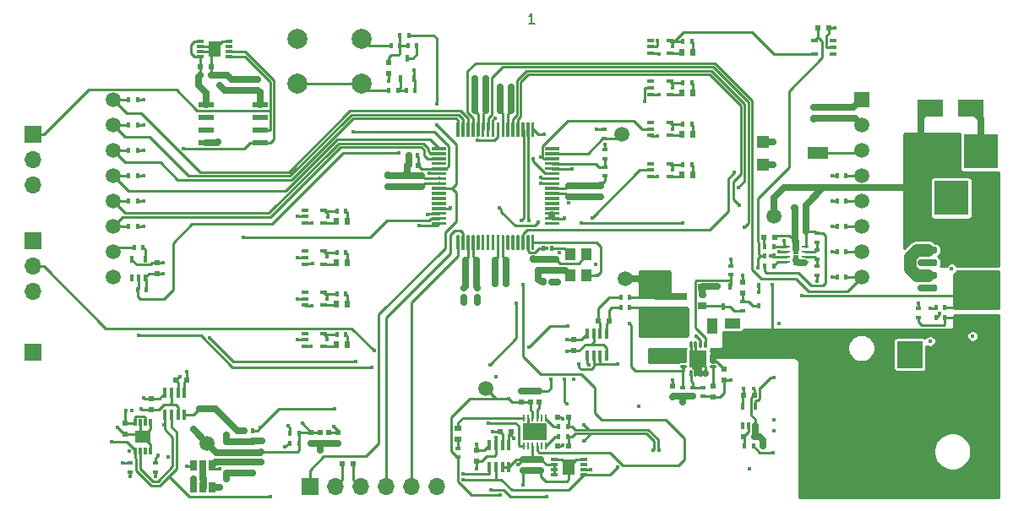
<source format=gbr>
G04 #@! TF.GenerationSoftware,KiCad,Pcbnew,(5.1.4)-1*
G04 #@! TF.CreationDate,2020-06-05T19:42:11-05:00*
G04 #@! TF.ProjectId,Pulse_Oximeter,50756c73-655f-44f7-9869-6d657465722e,rev?*
G04 #@! TF.SameCoordinates,Original*
G04 #@! TF.FileFunction,Copper,L1,Top*
G04 #@! TF.FilePolarity,Positive*
%FSLAX46Y46*%
G04 Gerber Fmt 4.6, Leading zero omitted, Abs format (unit mm)*
G04 Created by KiCad (PCBNEW (5.1.4)-1) date 2020-06-05 19:42:11*
%MOMM*%
%LPD*%
G04 APERTURE LIST*
%ADD10C,0.200000*%
%ADD11R,0.500000X0.600000*%
%ADD12C,0.100000*%
%ADD13C,0.600000*%
%ADD14R,0.600000X0.500000*%
%ADD15R,2.550000X2.700000*%
%ADD16R,1.600000X1.000000*%
%ADD17R,1.000000X1.600000*%
%ADD18R,2.500000X1.800000*%
%ADD19R,0.450000X0.600000*%
%ADD20R,0.700000X0.600000*%
%ADD21R,0.600000X0.450000*%
%ADD22R,0.600000X0.700000*%
%ADD23R,3.500000X3.500000*%
%ADD24O,1.700000X1.700000*%
%ADD25R,1.700000X1.700000*%
%ADD26R,1.200000X1.500000*%
%ADD27R,0.600000X0.400000*%
%ADD28R,0.400000X0.600000*%
%ADD29R,0.450000X0.700000*%
%ADD30R,0.900000X0.800000*%
%ADD31R,3.200000X0.800000*%
%ADD32R,1.300000X1.300000*%
%ADD33R,2.000000X1.300000*%
%ADD34C,2.000000*%
%ADD35C,1.500000*%
%ADD36R,0.700000X0.250000*%
%ADD37R,0.610000X1.100000*%
%ADD38O,0.750000X0.300000*%
%ADD39O,0.300000X0.750000*%
%ADD40R,1.800000X1.800000*%
%ADD41R,0.400000X1.060000*%
%ADD42R,0.300000X0.750000*%
%ADD43R,1.500000X1.300000*%
%ADD44C,0.300000*%
%ADD45R,0.250000X0.700000*%
%ADD46R,1.190000X0.830000*%
%ADD47R,1.300000X1.500000*%
%ADD48R,0.750000X0.300000*%
%ADD49R,1.550000X0.600000*%
%ADD50R,0.650000X1.060000*%
%ADD51R,0.400000X0.650000*%
%ADD52R,1.500000X1.500000*%
%ADD53R,0.650000X0.400000*%
%ADD54R,1.100000X1.300000*%
%ADD55C,0.431800*%
%ADD56C,0.635000*%
%ADD57C,0.254000*%
%ADD58C,0.249800*%
%ADD59C,0.299800*%
%ADD60C,0.300400*%
%ADD61C,1.270000*%
G04 APERTURE END LIST*
D10*
X156368714Y-66492380D02*
X155797285Y-66492380D01*
X156083000Y-66492380D02*
X156083000Y-65492380D01*
X155987761Y-65635238D01*
X155892523Y-65730476D01*
X155797285Y-65778095D01*
D11*
X155067000Y-103400000D03*
X155067000Y-104500000D03*
D12*
G36*
X201561703Y-88918222D02*
G01*
X201576264Y-88920382D01*
X201590543Y-88923959D01*
X201604403Y-88928918D01*
X201617710Y-88935212D01*
X201630336Y-88942780D01*
X201642159Y-88951548D01*
X201653066Y-88961434D01*
X201662952Y-88972341D01*
X201671720Y-88984164D01*
X201679288Y-88996790D01*
X201685582Y-89010097D01*
X201690541Y-89023957D01*
X201694118Y-89038236D01*
X201696278Y-89052797D01*
X201697000Y-89067500D01*
X201697000Y-89367500D01*
X201696278Y-89382203D01*
X201694118Y-89396764D01*
X201690541Y-89411043D01*
X201685582Y-89424903D01*
X201679288Y-89438210D01*
X201671720Y-89450836D01*
X201662952Y-89462659D01*
X201653066Y-89473566D01*
X201642159Y-89483452D01*
X201630336Y-89492220D01*
X201617710Y-89499788D01*
X201604403Y-89506082D01*
X201590543Y-89511041D01*
X201576264Y-89514618D01*
X201561703Y-89516778D01*
X201547000Y-89517500D01*
X199897000Y-89517500D01*
X199882297Y-89516778D01*
X199867736Y-89514618D01*
X199853457Y-89511041D01*
X199839597Y-89506082D01*
X199826290Y-89499788D01*
X199813664Y-89492220D01*
X199801841Y-89483452D01*
X199790934Y-89473566D01*
X199781048Y-89462659D01*
X199772280Y-89450836D01*
X199764712Y-89438210D01*
X199758418Y-89424903D01*
X199753459Y-89411043D01*
X199749882Y-89396764D01*
X199747722Y-89382203D01*
X199747000Y-89367500D01*
X199747000Y-89067500D01*
X199747722Y-89052797D01*
X199749882Y-89038236D01*
X199753459Y-89023957D01*
X199758418Y-89010097D01*
X199764712Y-88996790D01*
X199772280Y-88984164D01*
X199781048Y-88972341D01*
X199790934Y-88961434D01*
X199801841Y-88951548D01*
X199813664Y-88942780D01*
X199826290Y-88935212D01*
X199839597Y-88928918D01*
X199853457Y-88923959D01*
X199867736Y-88920382D01*
X199882297Y-88918222D01*
X199897000Y-88917500D01*
X201547000Y-88917500D01*
X201561703Y-88918222D01*
X201561703Y-88918222D01*
G37*
D13*
X200722000Y-89217500D03*
D12*
G36*
X201561703Y-90188222D02*
G01*
X201576264Y-90190382D01*
X201590543Y-90193959D01*
X201604403Y-90198918D01*
X201617710Y-90205212D01*
X201630336Y-90212780D01*
X201642159Y-90221548D01*
X201653066Y-90231434D01*
X201662952Y-90242341D01*
X201671720Y-90254164D01*
X201679288Y-90266790D01*
X201685582Y-90280097D01*
X201690541Y-90293957D01*
X201694118Y-90308236D01*
X201696278Y-90322797D01*
X201697000Y-90337500D01*
X201697000Y-90637500D01*
X201696278Y-90652203D01*
X201694118Y-90666764D01*
X201690541Y-90681043D01*
X201685582Y-90694903D01*
X201679288Y-90708210D01*
X201671720Y-90720836D01*
X201662952Y-90732659D01*
X201653066Y-90743566D01*
X201642159Y-90753452D01*
X201630336Y-90762220D01*
X201617710Y-90769788D01*
X201604403Y-90776082D01*
X201590543Y-90781041D01*
X201576264Y-90784618D01*
X201561703Y-90786778D01*
X201547000Y-90787500D01*
X199897000Y-90787500D01*
X199882297Y-90786778D01*
X199867736Y-90784618D01*
X199853457Y-90781041D01*
X199839597Y-90776082D01*
X199826290Y-90769788D01*
X199813664Y-90762220D01*
X199801841Y-90753452D01*
X199790934Y-90743566D01*
X199781048Y-90732659D01*
X199772280Y-90720836D01*
X199764712Y-90708210D01*
X199758418Y-90694903D01*
X199753459Y-90681043D01*
X199749882Y-90666764D01*
X199747722Y-90652203D01*
X199747000Y-90637500D01*
X199747000Y-90337500D01*
X199747722Y-90322797D01*
X199749882Y-90308236D01*
X199753459Y-90293957D01*
X199758418Y-90280097D01*
X199764712Y-90266790D01*
X199772280Y-90254164D01*
X199781048Y-90242341D01*
X199790934Y-90231434D01*
X199801841Y-90221548D01*
X199813664Y-90212780D01*
X199826290Y-90205212D01*
X199839597Y-90198918D01*
X199853457Y-90193959D01*
X199867736Y-90190382D01*
X199882297Y-90188222D01*
X199897000Y-90187500D01*
X201547000Y-90187500D01*
X201561703Y-90188222D01*
X201561703Y-90188222D01*
G37*
D13*
X200722000Y-90487500D03*
D12*
G36*
X201561703Y-91458222D02*
G01*
X201576264Y-91460382D01*
X201590543Y-91463959D01*
X201604403Y-91468918D01*
X201617710Y-91475212D01*
X201630336Y-91482780D01*
X201642159Y-91491548D01*
X201653066Y-91501434D01*
X201662952Y-91512341D01*
X201671720Y-91524164D01*
X201679288Y-91536790D01*
X201685582Y-91550097D01*
X201690541Y-91563957D01*
X201694118Y-91578236D01*
X201696278Y-91592797D01*
X201697000Y-91607500D01*
X201697000Y-91907500D01*
X201696278Y-91922203D01*
X201694118Y-91936764D01*
X201690541Y-91951043D01*
X201685582Y-91964903D01*
X201679288Y-91978210D01*
X201671720Y-91990836D01*
X201662952Y-92002659D01*
X201653066Y-92013566D01*
X201642159Y-92023452D01*
X201630336Y-92032220D01*
X201617710Y-92039788D01*
X201604403Y-92046082D01*
X201590543Y-92051041D01*
X201576264Y-92054618D01*
X201561703Y-92056778D01*
X201547000Y-92057500D01*
X199897000Y-92057500D01*
X199882297Y-92056778D01*
X199867736Y-92054618D01*
X199853457Y-92051041D01*
X199839597Y-92046082D01*
X199826290Y-92039788D01*
X199813664Y-92032220D01*
X199801841Y-92023452D01*
X199790934Y-92013566D01*
X199781048Y-92002659D01*
X199772280Y-91990836D01*
X199764712Y-91978210D01*
X199758418Y-91964903D01*
X199753459Y-91951043D01*
X199749882Y-91936764D01*
X199747722Y-91922203D01*
X199747000Y-91907500D01*
X199747000Y-91607500D01*
X199747722Y-91592797D01*
X199749882Y-91578236D01*
X199753459Y-91563957D01*
X199758418Y-91550097D01*
X199764712Y-91536790D01*
X199772280Y-91524164D01*
X199781048Y-91512341D01*
X199790934Y-91501434D01*
X199801841Y-91491548D01*
X199813664Y-91482780D01*
X199826290Y-91475212D01*
X199839597Y-91468918D01*
X199853457Y-91463959D01*
X199867736Y-91460382D01*
X199882297Y-91458222D01*
X199897000Y-91457500D01*
X201547000Y-91457500D01*
X201561703Y-91458222D01*
X201561703Y-91458222D01*
G37*
D13*
X200722000Y-91757500D03*
D12*
G36*
X201561703Y-92728222D02*
G01*
X201576264Y-92730382D01*
X201590543Y-92733959D01*
X201604403Y-92738918D01*
X201617710Y-92745212D01*
X201630336Y-92752780D01*
X201642159Y-92761548D01*
X201653066Y-92771434D01*
X201662952Y-92782341D01*
X201671720Y-92794164D01*
X201679288Y-92806790D01*
X201685582Y-92820097D01*
X201690541Y-92833957D01*
X201694118Y-92848236D01*
X201696278Y-92862797D01*
X201697000Y-92877500D01*
X201697000Y-93177500D01*
X201696278Y-93192203D01*
X201694118Y-93206764D01*
X201690541Y-93221043D01*
X201685582Y-93234903D01*
X201679288Y-93248210D01*
X201671720Y-93260836D01*
X201662952Y-93272659D01*
X201653066Y-93283566D01*
X201642159Y-93293452D01*
X201630336Y-93302220D01*
X201617710Y-93309788D01*
X201604403Y-93316082D01*
X201590543Y-93321041D01*
X201576264Y-93324618D01*
X201561703Y-93326778D01*
X201547000Y-93327500D01*
X199897000Y-93327500D01*
X199882297Y-93326778D01*
X199867736Y-93324618D01*
X199853457Y-93321041D01*
X199839597Y-93316082D01*
X199826290Y-93309788D01*
X199813664Y-93302220D01*
X199801841Y-93293452D01*
X199790934Y-93283566D01*
X199781048Y-93272659D01*
X199772280Y-93260836D01*
X199764712Y-93248210D01*
X199758418Y-93234903D01*
X199753459Y-93221043D01*
X199749882Y-93206764D01*
X199747722Y-93192203D01*
X199747000Y-93177500D01*
X199747000Y-92877500D01*
X199747722Y-92862797D01*
X199749882Y-92848236D01*
X199753459Y-92833957D01*
X199758418Y-92820097D01*
X199764712Y-92806790D01*
X199772280Y-92794164D01*
X199781048Y-92782341D01*
X199790934Y-92771434D01*
X199801841Y-92761548D01*
X199813664Y-92752780D01*
X199826290Y-92745212D01*
X199839597Y-92738918D01*
X199853457Y-92733959D01*
X199867736Y-92730382D01*
X199882297Y-92728222D01*
X199897000Y-92727500D01*
X201547000Y-92727500D01*
X201561703Y-92728222D01*
X201561703Y-92728222D01*
G37*
D13*
X200722000Y-93027500D03*
D12*
G36*
X196611703Y-92728222D02*
G01*
X196626264Y-92730382D01*
X196640543Y-92733959D01*
X196654403Y-92738918D01*
X196667710Y-92745212D01*
X196680336Y-92752780D01*
X196692159Y-92761548D01*
X196703066Y-92771434D01*
X196712952Y-92782341D01*
X196721720Y-92794164D01*
X196729288Y-92806790D01*
X196735582Y-92820097D01*
X196740541Y-92833957D01*
X196744118Y-92848236D01*
X196746278Y-92862797D01*
X196747000Y-92877500D01*
X196747000Y-93177500D01*
X196746278Y-93192203D01*
X196744118Y-93206764D01*
X196740541Y-93221043D01*
X196735582Y-93234903D01*
X196729288Y-93248210D01*
X196721720Y-93260836D01*
X196712952Y-93272659D01*
X196703066Y-93283566D01*
X196692159Y-93293452D01*
X196680336Y-93302220D01*
X196667710Y-93309788D01*
X196654403Y-93316082D01*
X196640543Y-93321041D01*
X196626264Y-93324618D01*
X196611703Y-93326778D01*
X196597000Y-93327500D01*
X194947000Y-93327500D01*
X194932297Y-93326778D01*
X194917736Y-93324618D01*
X194903457Y-93321041D01*
X194889597Y-93316082D01*
X194876290Y-93309788D01*
X194863664Y-93302220D01*
X194851841Y-93293452D01*
X194840934Y-93283566D01*
X194831048Y-93272659D01*
X194822280Y-93260836D01*
X194814712Y-93248210D01*
X194808418Y-93234903D01*
X194803459Y-93221043D01*
X194799882Y-93206764D01*
X194797722Y-93192203D01*
X194797000Y-93177500D01*
X194797000Y-92877500D01*
X194797722Y-92862797D01*
X194799882Y-92848236D01*
X194803459Y-92833957D01*
X194808418Y-92820097D01*
X194814712Y-92806790D01*
X194822280Y-92794164D01*
X194831048Y-92782341D01*
X194840934Y-92771434D01*
X194851841Y-92761548D01*
X194863664Y-92752780D01*
X194876290Y-92745212D01*
X194889597Y-92738918D01*
X194903457Y-92733959D01*
X194917736Y-92730382D01*
X194932297Y-92728222D01*
X194947000Y-92727500D01*
X196597000Y-92727500D01*
X196611703Y-92728222D01*
X196611703Y-92728222D01*
G37*
D13*
X195772000Y-93027500D03*
D12*
G36*
X196611703Y-91458222D02*
G01*
X196626264Y-91460382D01*
X196640543Y-91463959D01*
X196654403Y-91468918D01*
X196667710Y-91475212D01*
X196680336Y-91482780D01*
X196692159Y-91491548D01*
X196703066Y-91501434D01*
X196712952Y-91512341D01*
X196721720Y-91524164D01*
X196729288Y-91536790D01*
X196735582Y-91550097D01*
X196740541Y-91563957D01*
X196744118Y-91578236D01*
X196746278Y-91592797D01*
X196747000Y-91607500D01*
X196747000Y-91907500D01*
X196746278Y-91922203D01*
X196744118Y-91936764D01*
X196740541Y-91951043D01*
X196735582Y-91964903D01*
X196729288Y-91978210D01*
X196721720Y-91990836D01*
X196712952Y-92002659D01*
X196703066Y-92013566D01*
X196692159Y-92023452D01*
X196680336Y-92032220D01*
X196667710Y-92039788D01*
X196654403Y-92046082D01*
X196640543Y-92051041D01*
X196626264Y-92054618D01*
X196611703Y-92056778D01*
X196597000Y-92057500D01*
X194947000Y-92057500D01*
X194932297Y-92056778D01*
X194917736Y-92054618D01*
X194903457Y-92051041D01*
X194889597Y-92046082D01*
X194876290Y-92039788D01*
X194863664Y-92032220D01*
X194851841Y-92023452D01*
X194840934Y-92013566D01*
X194831048Y-92002659D01*
X194822280Y-91990836D01*
X194814712Y-91978210D01*
X194808418Y-91964903D01*
X194803459Y-91951043D01*
X194799882Y-91936764D01*
X194797722Y-91922203D01*
X194797000Y-91907500D01*
X194797000Y-91607500D01*
X194797722Y-91592797D01*
X194799882Y-91578236D01*
X194803459Y-91563957D01*
X194808418Y-91550097D01*
X194814712Y-91536790D01*
X194822280Y-91524164D01*
X194831048Y-91512341D01*
X194840934Y-91501434D01*
X194851841Y-91491548D01*
X194863664Y-91482780D01*
X194876290Y-91475212D01*
X194889597Y-91468918D01*
X194903457Y-91463959D01*
X194917736Y-91460382D01*
X194932297Y-91458222D01*
X194947000Y-91457500D01*
X196597000Y-91457500D01*
X196611703Y-91458222D01*
X196611703Y-91458222D01*
G37*
D13*
X195772000Y-91757500D03*
D12*
G36*
X196611703Y-90188222D02*
G01*
X196626264Y-90190382D01*
X196640543Y-90193959D01*
X196654403Y-90198918D01*
X196667710Y-90205212D01*
X196680336Y-90212780D01*
X196692159Y-90221548D01*
X196703066Y-90231434D01*
X196712952Y-90242341D01*
X196721720Y-90254164D01*
X196729288Y-90266790D01*
X196735582Y-90280097D01*
X196740541Y-90293957D01*
X196744118Y-90308236D01*
X196746278Y-90322797D01*
X196747000Y-90337500D01*
X196747000Y-90637500D01*
X196746278Y-90652203D01*
X196744118Y-90666764D01*
X196740541Y-90681043D01*
X196735582Y-90694903D01*
X196729288Y-90708210D01*
X196721720Y-90720836D01*
X196712952Y-90732659D01*
X196703066Y-90743566D01*
X196692159Y-90753452D01*
X196680336Y-90762220D01*
X196667710Y-90769788D01*
X196654403Y-90776082D01*
X196640543Y-90781041D01*
X196626264Y-90784618D01*
X196611703Y-90786778D01*
X196597000Y-90787500D01*
X194947000Y-90787500D01*
X194932297Y-90786778D01*
X194917736Y-90784618D01*
X194903457Y-90781041D01*
X194889597Y-90776082D01*
X194876290Y-90769788D01*
X194863664Y-90762220D01*
X194851841Y-90753452D01*
X194840934Y-90743566D01*
X194831048Y-90732659D01*
X194822280Y-90720836D01*
X194814712Y-90708210D01*
X194808418Y-90694903D01*
X194803459Y-90681043D01*
X194799882Y-90666764D01*
X194797722Y-90652203D01*
X194797000Y-90637500D01*
X194797000Y-90337500D01*
X194797722Y-90322797D01*
X194799882Y-90308236D01*
X194803459Y-90293957D01*
X194808418Y-90280097D01*
X194814712Y-90266790D01*
X194822280Y-90254164D01*
X194831048Y-90242341D01*
X194840934Y-90231434D01*
X194851841Y-90221548D01*
X194863664Y-90212780D01*
X194876290Y-90205212D01*
X194889597Y-90198918D01*
X194903457Y-90193959D01*
X194917736Y-90190382D01*
X194932297Y-90188222D01*
X194947000Y-90187500D01*
X196597000Y-90187500D01*
X196611703Y-90188222D01*
X196611703Y-90188222D01*
G37*
D13*
X195772000Y-90487500D03*
D12*
G36*
X196611703Y-88918222D02*
G01*
X196626264Y-88920382D01*
X196640543Y-88923959D01*
X196654403Y-88928918D01*
X196667710Y-88935212D01*
X196680336Y-88942780D01*
X196692159Y-88951548D01*
X196703066Y-88961434D01*
X196712952Y-88972341D01*
X196721720Y-88984164D01*
X196729288Y-88996790D01*
X196735582Y-89010097D01*
X196740541Y-89023957D01*
X196744118Y-89038236D01*
X196746278Y-89052797D01*
X196747000Y-89067500D01*
X196747000Y-89367500D01*
X196746278Y-89382203D01*
X196744118Y-89396764D01*
X196740541Y-89411043D01*
X196735582Y-89424903D01*
X196729288Y-89438210D01*
X196721720Y-89450836D01*
X196712952Y-89462659D01*
X196703066Y-89473566D01*
X196692159Y-89483452D01*
X196680336Y-89492220D01*
X196667710Y-89499788D01*
X196654403Y-89506082D01*
X196640543Y-89511041D01*
X196626264Y-89514618D01*
X196611703Y-89516778D01*
X196597000Y-89517500D01*
X194947000Y-89517500D01*
X194932297Y-89516778D01*
X194917736Y-89514618D01*
X194903457Y-89511041D01*
X194889597Y-89506082D01*
X194876290Y-89499788D01*
X194863664Y-89492220D01*
X194851841Y-89483452D01*
X194840934Y-89473566D01*
X194831048Y-89462659D01*
X194822280Y-89450836D01*
X194814712Y-89438210D01*
X194808418Y-89424903D01*
X194803459Y-89411043D01*
X194799882Y-89396764D01*
X194797722Y-89382203D01*
X194797000Y-89367500D01*
X194797000Y-89067500D01*
X194797722Y-89052797D01*
X194799882Y-89038236D01*
X194803459Y-89023957D01*
X194808418Y-89010097D01*
X194814712Y-88996790D01*
X194822280Y-88984164D01*
X194831048Y-88972341D01*
X194840934Y-88961434D01*
X194851841Y-88951548D01*
X194863664Y-88942780D01*
X194876290Y-88935212D01*
X194889597Y-88928918D01*
X194903457Y-88923959D01*
X194917736Y-88920382D01*
X194932297Y-88918222D01*
X194947000Y-88917500D01*
X196597000Y-88917500D01*
X196611703Y-88918222D01*
X196611703Y-88918222D01*
G37*
D13*
X195772000Y-89217500D03*
D14*
X183557000Y-85598000D03*
X182457000Y-85598000D03*
X183557000Y-86487000D03*
X182457000Y-86487000D03*
X182457000Y-87376000D03*
X183557000Y-87376000D03*
X179346000Y-87947500D03*
X180446000Y-87947500D03*
D15*
X200343000Y-99695000D03*
X193993000Y-99695000D03*
D16*
X176212000Y-96544000D03*
X176212000Y-99544000D03*
D11*
X177228000Y-92414000D03*
X177228000Y-93514000D03*
X174244000Y-103992000D03*
X174244000Y-102892000D03*
X175387000Y-101177000D03*
X175387000Y-102277000D03*
D17*
X171220000Y-96837500D03*
X174220000Y-96837500D03*
D11*
X170180000Y-103992000D03*
X170180000Y-102892000D03*
D14*
X163872000Y-96329500D03*
X162772000Y-96329500D03*
D11*
X160338000Y-99292500D03*
X160338000Y-98192500D03*
X115316000Y-106574000D03*
X115316000Y-107674000D03*
D14*
X120418000Y-102235000D03*
X121518000Y-102235000D03*
D11*
X117983000Y-104098000D03*
X117983000Y-105198000D03*
D14*
X137118000Y-110680000D03*
X138218000Y-110680000D03*
D11*
X141796000Y-71543000D03*
X141796000Y-70443000D03*
X161544000Y-82762000D03*
X161544000Y-83862000D03*
X143320000Y-81746000D03*
X143320000Y-82846000D03*
X142430000Y-81746000D03*
X142430000Y-82846000D03*
X160655000Y-82762000D03*
X160655000Y-83862000D03*
X144208000Y-81746000D03*
X144208000Y-82846000D03*
X159766000Y-83862000D03*
X159766000Y-82762000D03*
X145098000Y-82846000D03*
X145098000Y-81746000D03*
D14*
X154030000Y-73469500D03*
X152930000Y-73469500D03*
X151490000Y-72580500D03*
X150390000Y-72580500D03*
X154030000Y-74358500D03*
X152930000Y-74358500D03*
X152930000Y-75247500D03*
X154030000Y-75247500D03*
X151490000Y-73469500D03*
X150390000Y-73469500D03*
D11*
X162433000Y-82762000D03*
X162433000Y-83862000D03*
D14*
X151490000Y-74358500D03*
X150390000Y-74358500D03*
X150390000Y-75247500D03*
X151490000Y-75247500D03*
X153522000Y-91948000D03*
X152422000Y-91948000D03*
X149437000Y-92011500D03*
X150537000Y-92011500D03*
X153522000Y-91122500D03*
X152422000Y-91122500D03*
X149437000Y-91122500D03*
X150537000Y-91122500D03*
X152422000Y-90233500D03*
X153522000Y-90233500D03*
X150537000Y-90233500D03*
X149437000Y-90233500D03*
D11*
X156782000Y-91228000D03*
X156782000Y-90128000D03*
X157670000Y-91228000D03*
X157670000Y-90128000D03*
X158560000Y-90128000D03*
X158560000Y-91228000D03*
X156146000Y-110194000D03*
X156146000Y-111294000D03*
X155258000Y-111294000D03*
X155258000Y-110194000D03*
X155956000Y-104500000D03*
X155956000Y-103400000D03*
X156845000Y-103400000D03*
X156845000Y-104500000D03*
D14*
X159808000Y-108902000D03*
X158708000Y-108902000D03*
X158708000Y-105982000D03*
X159808000Y-105982000D03*
X154030000Y-107442000D03*
X152930000Y-107442000D03*
D11*
X150558000Y-110405000D03*
X150558000Y-109305000D03*
X157036000Y-111294000D03*
X157036000Y-110194000D03*
X125984000Y-72094000D03*
X125984000Y-73194000D03*
X127762000Y-73194000D03*
X127762000Y-72094000D03*
X126873000Y-72094000D03*
X126873000Y-73194000D03*
X128651000Y-73194000D03*
X128651000Y-72094000D03*
X136652000Y-107527000D03*
X136652000Y-108627000D03*
X135763000Y-108627000D03*
X135763000Y-107527000D03*
X133985000Y-107527000D03*
X133985000Y-108627000D03*
X134874000Y-108627000D03*
X134874000Y-107527000D03*
D14*
X144756000Y-80729000D03*
X143656000Y-80729000D03*
D11*
X125476000Y-109516000D03*
X125476000Y-108416000D03*
X126365000Y-109516000D03*
X126365000Y-108416000D03*
X127254000Y-108416000D03*
X127254000Y-109516000D03*
X128143000Y-108416000D03*
X128143000Y-109516000D03*
X126365000Y-111612000D03*
X126365000Y-110512000D03*
X127254000Y-110512000D03*
X127254000Y-111612000D03*
X128143000Y-111612000D03*
X128143000Y-110512000D03*
X125476000Y-110512000D03*
X125476000Y-111612000D03*
X185801000Y-76051500D03*
X185801000Y-74951500D03*
X184912000Y-76051500D03*
X184912000Y-74951500D03*
X118554000Y-91609000D03*
X118554000Y-90509000D03*
X186690000Y-76051500D03*
X186690000Y-74951500D03*
X187579000Y-74951500D03*
X187579000Y-76051500D03*
D14*
X178414000Y-107950000D03*
X177314000Y-107950000D03*
X177314000Y-103759000D03*
X178414000Y-103759000D03*
X184806000Y-66992500D03*
X185906000Y-66992500D03*
X122894000Y-70866000D03*
X123994000Y-70866000D03*
D18*
X196056000Y-74993500D03*
X200056000Y-74993500D03*
D19*
X178816000Y-94839500D03*
X178816000Y-92739500D03*
D20*
X148717000Y-108182000D03*
X148717000Y-107082000D03*
D21*
X122712000Y-72707500D03*
X124812000Y-72707500D03*
D22*
X172254000Y-69405500D03*
X171154000Y-69405500D03*
X172254000Y-81724500D03*
X171154000Y-81724500D03*
X171154000Y-77597000D03*
X172254000Y-77597000D03*
X171154000Y-73469500D03*
X172254000Y-73469500D03*
X136483000Y-86360000D03*
X137583000Y-86360000D03*
X137583000Y-90487500D03*
X136483000Y-90487500D03*
X136483000Y-94615000D03*
X137583000Y-94615000D03*
X136483000Y-98742500D03*
X137583000Y-98742500D03*
D23*
X195136000Y-79311500D03*
X201136000Y-79311500D03*
X198136000Y-84011500D03*
D24*
X146558000Y-112966000D03*
X144018000Y-112966000D03*
X141478000Y-112966000D03*
X138938000Y-112966000D03*
X136398000Y-112966000D03*
D25*
X133858000Y-112966000D03*
D24*
X106109000Y-82727000D03*
X106109000Y-80187000D03*
D25*
X106109000Y-77647000D03*
X106108000Y-88328500D03*
D24*
X106108000Y-90868500D03*
X106108000Y-93408500D03*
D26*
X168402000Y-99775000D03*
X168402000Y-97075000D03*
D27*
X149288000Y-93022000D03*
X149288000Y-93922000D03*
X150686000Y-93922000D03*
X150686000Y-93022000D03*
D28*
X157220000Y-92456000D03*
X158120000Y-92456000D03*
D29*
X175974000Y-92853000D03*
X174674000Y-92853000D03*
X175324000Y-94853000D03*
D30*
X173212000Y-94803000D03*
X173212000Y-92903000D03*
X171212000Y-93853000D03*
D29*
X143637000Y-69993000D03*
X144287000Y-71993000D03*
X142987000Y-71993000D03*
D27*
X184658000Y-87561000D03*
X184658000Y-88461000D03*
X184658000Y-90112000D03*
X184658000Y-89212000D03*
X184658000Y-90863000D03*
X184658000Y-91763000D03*
D28*
X180346000Y-90805000D03*
X179446000Y-90805000D03*
X180346000Y-89852500D03*
X179446000Y-89852500D03*
X197490000Y-94996000D03*
X196590000Y-94996000D03*
D31*
X199962000Y-94704000D03*
X199962000Y-96304000D03*
D28*
X180346000Y-88900000D03*
X179446000Y-88900000D03*
X196590000Y-96012000D03*
X197490000Y-96012000D03*
D27*
X194818000Y-95054000D03*
X194818000Y-95954000D03*
X176022000Y-91699500D03*
X176022000Y-90799500D03*
X171196000Y-103892000D03*
X171196000Y-102992000D03*
X177228000Y-95319000D03*
X177228000Y-94419000D03*
D28*
X165931000Y-94996000D03*
X165031000Y-94996000D03*
D31*
X168402000Y-95288000D03*
X168402000Y-93688000D03*
D28*
X165031000Y-93980000D03*
X165931000Y-93980000D03*
D27*
X172212000Y-102992000D03*
X172212000Y-103892000D03*
X173228000Y-102992000D03*
X173228000Y-103892000D03*
X118364000Y-111448000D03*
X118364000Y-110548000D03*
X115888000Y-111448000D03*
X115888000Y-110548000D03*
D28*
X141790000Y-73215500D03*
X142690000Y-73215500D03*
X144404000Y-73215500D03*
X143504000Y-73215500D03*
X143695000Y-68770500D03*
X144595000Y-68770500D03*
X141980000Y-68770500D03*
X142880000Y-68770500D03*
X142870000Y-67691000D03*
X143770000Y-67691000D03*
X158120000Y-89027000D03*
X157220000Y-89027000D03*
X158808000Y-107950000D03*
X159708000Y-107950000D03*
X158808000Y-106934000D03*
X159708000Y-106934000D03*
D27*
X148717000Y-109988000D03*
X148717000Y-109088000D03*
D28*
X143758000Y-79756000D03*
X144658000Y-79756000D03*
X131884000Y-107632000D03*
X132784000Y-107632000D03*
X132784000Y-108585000D03*
X131884000Y-108585000D03*
X128148000Y-107315000D03*
X127248000Y-107315000D03*
X117480000Y-93218000D03*
X116580000Y-93218000D03*
X186684000Y-81788000D03*
X187584000Y-81788000D03*
X186684000Y-84328000D03*
X187584000Y-84328000D03*
X117163000Y-88963500D03*
X116263000Y-88963500D03*
X186684000Y-86868000D03*
X187584000Y-86868000D03*
X178314000Y-108902000D03*
X177414000Y-108902000D03*
X171254000Y-68326000D03*
X172154000Y-68326000D03*
X171254000Y-80708500D03*
X172154000Y-80708500D03*
X171254000Y-76581000D03*
X172154000Y-76581000D03*
X171254000Y-72453500D03*
X172154000Y-72453500D03*
X137483000Y-85344000D03*
X136583000Y-85344000D03*
X136583000Y-89471500D03*
X137483000Y-89471500D03*
X137483000Y-93599000D03*
X136583000Y-93599000D03*
X137483000Y-97726500D03*
X136583000Y-97726500D03*
D27*
X163449000Y-79179000D03*
X163449000Y-80079000D03*
X163449000Y-80893500D03*
X163449000Y-81793500D03*
D32*
X179241000Y-78352000D03*
D33*
X184741000Y-79502000D03*
D32*
X179241000Y-80652000D03*
D34*
X132588000Y-72572000D03*
X132588000Y-68072000D03*
X139088000Y-72572000D03*
X139088000Y-68072000D03*
D25*
X106108000Y-99441000D03*
D35*
X180404000Y-85852000D03*
X200724000Y-103632000D03*
X165481000Y-92138500D03*
X123571000Y-108585000D03*
D36*
X183487000Y-90412000D03*
X183487000Y-89912000D03*
X183487000Y-89412000D03*
X183487000Y-88912000D03*
X181637000Y-88912000D03*
X181637000Y-89412000D03*
X181637000Y-89912000D03*
X181637000Y-90412000D03*
D37*
X182562000Y-89112000D03*
X182562000Y-90212000D03*
D38*
X171309000Y-99390000D03*
X171309000Y-99890000D03*
X171309000Y-100390000D03*
X171309000Y-100890000D03*
D39*
X172034000Y-101615000D03*
X172534000Y-101615000D03*
X173034000Y-101615000D03*
X173534000Y-101615000D03*
D38*
X174259000Y-100890000D03*
X174259000Y-100390000D03*
X174259000Y-99890000D03*
X174259000Y-99390000D03*
D39*
X173534000Y-98665000D03*
X173034000Y-98665000D03*
X172534000Y-98665000D03*
X172034000Y-98665000D03*
D40*
X172784000Y-100140000D03*
D41*
X163604000Y-99842500D03*
X162954000Y-99842500D03*
X162294000Y-99842500D03*
X161644000Y-99842500D03*
X161644000Y-97642500D03*
X162294000Y-97642500D03*
X162954000Y-97642500D03*
X163604000Y-97642500D03*
D42*
X116348000Y-109390000D03*
X116848000Y-109390000D03*
X117348000Y-109390000D03*
X117848000Y-109390000D03*
X117848000Y-106490000D03*
X117348000Y-106490000D03*
X116848000Y-106490000D03*
X116348000Y-106490000D03*
D43*
X117098000Y-107940000D03*
D41*
X121312000Y-103548000D03*
X120662000Y-103548000D03*
X120002000Y-103548000D03*
X119352000Y-103548000D03*
X119352000Y-105748000D03*
X120002000Y-105748000D03*
X120662000Y-105748000D03*
X121312000Y-105748000D03*
D12*
G36*
X148796351Y-76404361D02*
G01*
X148803632Y-76405441D01*
X148810771Y-76407229D01*
X148817701Y-76409709D01*
X148824355Y-76412856D01*
X148830668Y-76416640D01*
X148836579Y-76421024D01*
X148842033Y-76425967D01*
X148846976Y-76431421D01*
X148851360Y-76437332D01*
X148855144Y-76443645D01*
X148858291Y-76450299D01*
X148860771Y-76457229D01*
X148862559Y-76464368D01*
X148863639Y-76471649D01*
X148864000Y-76479000D01*
X148864000Y-77804000D01*
X148863639Y-77811351D01*
X148862559Y-77818632D01*
X148860771Y-77825771D01*
X148858291Y-77832701D01*
X148855144Y-77839355D01*
X148851360Y-77845668D01*
X148846976Y-77851579D01*
X148842033Y-77857033D01*
X148836579Y-77861976D01*
X148830668Y-77866360D01*
X148824355Y-77870144D01*
X148817701Y-77873291D01*
X148810771Y-77875771D01*
X148803632Y-77877559D01*
X148796351Y-77878639D01*
X148789000Y-77879000D01*
X148639000Y-77879000D01*
X148631649Y-77878639D01*
X148624368Y-77877559D01*
X148617229Y-77875771D01*
X148610299Y-77873291D01*
X148603645Y-77870144D01*
X148597332Y-77866360D01*
X148591421Y-77861976D01*
X148585967Y-77857033D01*
X148581024Y-77851579D01*
X148576640Y-77845668D01*
X148572856Y-77839355D01*
X148569709Y-77832701D01*
X148567229Y-77825771D01*
X148565441Y-77818632D01*
X148564361Y-77811351D01*
X148564000Y-77804000D01*
X148564000Y-76479000D01*
X148564361Y-76471649D01*
X148565441Y-76464368D01*
X148567229Y-76457229D01*
X148569709Y-76450299D01*
X148572856Y-76443645D01*
X148576640Y-76437332D01*
X148581024Y-76431421D01*
X148585967Y-76425967D01*
X148591421Y-76421024D01*
X148597332Y-76416640D01*
X148603645Y-76412856D01*
X148610299Y-76409709D01*
X148617229Y-76407229D01*
X148624368Y-76405441D01*
X148631649Y-76404361D01*
X148639000Y-76404000D01*
X148789000Y-76404000D01*
X148796351Y-76404361D01*
X148796351Y-76404361D01*
G37*
D44*
X148714000Y-77141500D03*
D12*
G36*
X149296351Y-76404361D02*
G01*
X149303632Y-76405441D01*
X149310771Y-76407229D01*
X149317701Y-76409709D01*
X149324355Y-76412856D01*
X149330668Y-76416640D01*
X149336579Y-76421024D01*
X149342033Y-76425967D01*
X149346976Y-76431421D01*
X149351360Y-76437332D01*
X149355144Y-76443645D01*
X149358291Y-76450299D01*
X149360771Y-76457229D01*
X149362559Y-76464368D01*
X149363639Y-76471649D01*
X149364000Y-76479000D01*
X149364000Y-77804000D01*
X149363639Y-77811351D01*
X149362559Y-77818632D01*
X149360771Y-77825771D01*
X149358291Y-77832701D01*
X149355144Y-77839355D01*
X149351360Y-77845668D01*
X149346976Y-77851579D01*
X149342033Y-77857033D01*
X149336579Y-77861976D01*
X149330668Y-77866360D01*
X149324355Y-77870144D01*
X149317701Y-77873291D01*
X149310771Y-77875771D01*
X149303632Y-77877559D01*
X149296351Y-77878639D01*
X149289000Y-77879000D01*
X149139000Y-77879000D01*
X149131649Y-77878639D01*
X149124368Y-77877559D01*
X149117229Y-77875771D01*
X149110299Y-77873291D01*
X149103645Y-77870144D01*
X149097332Y-77866360D01*
X149091421Y-77861976D01*
X149085967Y-77857033D01*
X149081024Y-77851579D01*
X149076640Y-77845668D01*
X149072856Y-77839355D01*
X149069709Y-77832701D01*
X149067229Y-77825771D01*
X149065441Y-77818632D01*
X149064361Y-77811351D01*
X149064000Y-77804000D01*
X149064000Y-76479000D01*
X149064361Y-76471649D01*
X149065441Y-76464368D01*
X149067229Y-76457229D01*
X149069709Y-76450299D01*
X149072856Y-76443645D01*
X149076640Y-76437332D01*
X149081024Y-76431421D01*
X149085967Y-76425967D01*
X149091421Y-76421024D01*
X149097332Y-76416640D01*
X149103645Y-76412856D01*
X149110299Y-76409709D01*
X149117229Y-76407229D01*
X149124368Y-76405441D01*
X149131649Y-76404361D01*
X149139000Y-76404000D01*
X149289000Y-76404000D01*
X149296351Y-76404361D01*
X149296351Y-76404361D01*
G37*
D44*
X149214000Y-77141500D03*
D12*
G36*
X149796351Y-76404361D02*
G01*
X149803632Y-76405441D01*
X149810771Y-76407229D01*
X149817701Y-76409709D01*
X149824355Y-76412856D01*
X149830668Y-76416640D01*
X149836579Y-76421024D01*
X149842033Y-76425967D01*
X149846976Y-76431421D01*
X149851360Y-76437332D01*
X149855144Y-76443645D01*
X149858291Y-76450299D01*
X149860771Y-76457229D01*
X149862559Y-76464368D01*
X149863639Y-76471649D01*
X149864000Y-76479000D01*
X149864000Y-77804000D01*
X149863639Y-77811351D01*
X149862559Y-77818632D01*
X149860771Y-77825771D01*
X149858291Y-77832701D01*
X149855144Y-77839355D01*
X149851360Y-77845668D01*
X149846976Y-77851579D01*
X149842033Y-77857033D01*
X149836579Y-77861976D01*
X149830668Y-77866360D01*
X149824355Y-77870144D01*
X149817701Y-77873291D01*
X149810771Y-77875771D01*
X149803632Y-77877559D01*
X149796351Y-77878639D01*
X149789000Y-77879000D01*
X149639000Y-77879000D01*
X149631649Y-77878639D01*
X149624368Y-77877559D01*
X149617229Y-77875771D01*
X149610299Y-77873291D01*
X149603645Y-77870144D01*
X149597332Y-77866360D01*
X149591421Y-77861976D01*
X149585967Y-77857033D01*
X149581024Y-77851579D01*
X149576640Y-77845668D01*
X149572856Y-77839355D01*
X149569709Y-77832701D01*
X149567229Y-77825771D01*
X149565441Y-77818632D01*
X149564361Y-77811351D01*
X149564000Y-77804000D01*
X149564000Y-76479000D01*
X149564361Y-76471649D01*
X149565441Y-76464368D01*
X149567229Y-76457229D01*
X149569709Y-76450299D01*
X149572856Y-76443645D01*
X149576640Y-76437332D01*
X149581024Y-76431421D01*
X149585967Y-76425967D01*
X149591421Y-76421024D01*
X149597332Y-76416640D01*
X149603645Y-76412856D01*
X149610299Y-76409709D01*
X149617229Y-76407229D01*
X149624368Y-76405441D01*
X149631649Y-76404361D01*
X149639000Y-76404000D01*
X149789000Y-76404000D01*
X149796351Y-76404361D01*
X149796351Y-76404361D01*
G37*
D44*
X149714000Y-77141500D03*
D12*
G36*
X150296351Y-76404361D02*
G01*
X150303632Y-76405441D01*
X150310771Y-76407229D01*
X150317701Y-76409709D01*
X150324355Y-76412856D01*
X150330668Y-76416640D01*
X150336579Y-76421024D01*
X150342033Y-76425967D01*
X150346976Y-76431421D01*
X150351360Y-76437332D01*
X150355144Y-76443645D01*
X150358291Y-76450299D01*
X150360771Y-76457229D01*
X150362559Y-76464368D01*
X150363639Y-76471649D01*
X150364000Y-76479000D01*
X150364000Y-77804000D01*
X150363639Y-77811351D01*
X150362559Y-77818632D01*
X150360771Y-77825771D01*
X150358291Y-77832701D01*
X150355144Y-77839355D01*
X150351360Y-77845668D01*
X150346976Y-77851579D01*
X150342033Y-77857033D01*
X150336579Y-77861976D01*
X150330668Y-77866360D01*
X150324355Y-77870144D01*
X150317701Y-77873291D01*
X150310771Y-77875771D01*
X150303632Y-77877559D01*
X150296351Y-77878639D01*
X150289000Y-77879000D01*
X150139000Y-77879000D01*
X150131649Y-77878639D01*
X150124368Y-77877559D01*
X150117229Y-77875771D01*
X150110299Y-77873291D01*
X150103645Y-77870144D01*
X150097332Y-77866360D01*
X150091421Y-77861976D01*
X150085967Y-77857033D01*
X150081024Y-77851579D01*
X150076640Y-77845668D01*
X150072856Y-77839355D01*
X150069709Y-77832701D01*
X150067229Y-77825771D01*
X150065441Y-77818632D01*
X150064361Y-77811351D01*
X150064000Y-77804000D01*
X150064000Y-76479000D01*
X150064361Y-76471649D01*
X150065441Y-76464368D01*
X150067229Y-76457229D01*
X150069709Y-76450299D01*
X150072856Y-76443645D01*
X150076640Y-76437332D01*
X150081024Y-76431421D01*
X150085967Y-76425967D01*
X150091421Y-76421024D01*
X150097332Y-76416640D01*
X150103645Y-76412856D01*
X150110299Y-76409709D01*
X150117229Y-76407229D01*
X150124368Y-76405441D01*
X150131649Y-76404361D01*
X150139000Y-76404000D01*
X150289000Y-76404000D01*
X150296351Y-76404361D01*
X150296351Y-76404361D01*
G37*
D44*
X150214000Y-77141500D03*
D12*
G36*
X150796351Y-76404361D02*
G01*
X150803632Y-76405441D01*
X150810771Y-76407229D01*
X150817701Y-76409709D01*
X150824355Y-76412856D01*
X150830668Y-76416640D01*
X150836579Y-76421024D01*
X150842033Y-76425967D01*
X150846976Y-76431421D01*
X150851360Y-76437332D01*
X150855144Y-76443645D01*
X150858291Y-76450299D01*
X150860771Y-76457229D01*
X150862559Y-76464368D01*
X150863639Y-76471649D01*
X150864000Y-76479000D01*
X150864000Y-77804000D01*
X150863639Y-77811351D01*
X150862559Y-77818632D01*
X150860771Y-77825771D01*
X150858291Y-77832701D01*
X150855144Y-77839355D01*
X150851360Y-77845668D01*
X150846976Y-77851579D01*
X150842033Y-77857033D01*
X150836579Y-77861976D01*
X150830668Y-77866360D01*
X150824355Y-77870144D01*
X150817701Y-77873291D01*
X150810771Y-77875771D01*
X150803632Y-77877559D01*
X150796351Y-77878639D01*
X150789000Y-77879000D01*
X150639000Y-77879000D01*
X150631649Y-77878639D01*
X150624368Y-77877559D01*
X150617229Y-77875771D01*
X150610299Y-77873291D01*
X150603645Y-77870144D01*
X150597332Y-77866360D01*
X150591421Y-77861976D01*
X150585967Y-77857033D01*
X150581024Y-77851579D01*
X150576640Y-77845668D01*
X150572856Y-77839355D01*
X150569709Y-77832701D01*
X150567229Y-77825771D01*
X150565441Y-77818632D01*
X150564361Y-77811351D01*
X150564000Y-77804000D01*
X150564000Y-76479000D01*
X150564361Y-76471649D01*
X150565441Y-76464368D01*
X150567229Y-76457229D01*
X150569709Y-76450299D01*
X150572856Y-76443645D01*
X150576640Y-76437332D01*
X150581024Y-76431421D01*
X150585967Y-76425967D01*
X150591421Y-76421024D01*
X150597332Y-76416640D01*
X150603645Y-76412856D01*
X150610299Y-76409709D01*
X150617229Y-76407229D01*
X150624368Y-76405441D01*
X150631649Y-76404361D01*
X150639000Y-76404000D01*
X150789000Y-76404000D01*
X150796351Y-76404361D01*
X150796351Y-76404361D01*
G37*
D44*
X150714000Y-77141500D03*
D12*
G36*
X151296351Y-76404361D02*
G01*
X151303632Y-76405441D01*
X151310771Y-76407229D01*
X151317701Y-76409709D01*
X151324355Y-76412856D01*
X151330668Y-76416640D01*
X151336579Y-76421024D01*
X151342033Y-76425967D01*
X151346976Y-76431421D01*
X151351360Y-76437332D01*
X151355144Y-76443645D01*
X151358291Y-76450299D01*
X151360771Y-76457229D01*
X151362559Y-76464368D01*
X151363639Y-76471649D01*
X151364000Y-76479000D01*
X151364000Y-77804000D01*
X151363639Y-77811351D01*
X151362559Y-77818632D01*
X151360771Y-77825771D01*
X151358291Y-77832701D01*
X151355144Y-77839355D01*
X151351360Y-77845668D01*
X151346976Y-77851579D01*
X151342033Y-77857033D01*
X151336579Y-77861976D01*
X151330668Y-77866360D01*
X151324355Y-77870144D01*
X151317701Y-77873291D01*
X151310771Y-77875771D01*
X151303632Y-77877559D01*
X151296351Y-77878639D01*
X151289000Y-77879000D01*
X151139000Y-77879000D01*
X151131649Y-77878639D01*
X151124368Y-77877559D01*
X151117229Y-77875771D01*
X151110299Y-77873291D01*
X151103645Y-77870144D01*
X151097332Y-77866360D01*
X151091421Y-77861976D01*
X151085967Y-77857033D01*
X151081024Y-77851579D01*
X151076640Y-77845668D01*
X151072856Y-77839355D01*
X151069709Y-77832701D01*
X151067229Y-77825771D01*
X151065441Y-77818632D01*
X151064361Y-77811351D01*
X151064000Y-77804000D01*
X151064000Y-76479000D01*
X151064361Y-76471649D01*
X151065441Y-76464368D01*
X151067229Y-76457229D01*
X151069709Y-76450299D01*
X151072856Y-76443645D01*
X151076640Y-76437332D01*
X151081024Y-76431421D01*
X151085967Y-76425967D01*
X151091421Y-76421024D01*
X151097332Y-76416640D01*
X151103645Y-76412856D01*
X151110299Y-76409709D01*
X151117229Y-76407229D01*
X151124368Y-76405441D01*
X151131649Y-76404361D01*
X151139000Y-76404000D01*
X151289000Y-76404000D01*
X151296351Y-76404361D01*
X151296351Y-76404361D01*
G37*
D44*
X151214000Y-77141500D03*
D12*
G36*
X151796351Y-76404361D02*
G01*
X151803632Y-76405441D01*
X151810771Y-76407229D01*
X151817701Y-76409709D01*
X151824355Y-76412856D01*
X151830668Y-76416640D01*
X151836579Y-76421024D01*
X151842033Y-76425967D01*
X151846976Y-76431421D01*
X151851360Y-76437332D01*
X151855144Y-76443645D01*
X151858291Y-76450299D01*
X151860771Y-76457229D01*
X151862559Y-76464368D01*
X151863639Y-76471649D01*
X151864000Y-76479000D01*
X151864000Y-77804000D01*
X151863639Y-77811351D01*
X151862559Y-77818632D01*
X151860771Y-77825771D01*
X151858291Y-77832701D01*
X151855144Y-77839355D01*
X151851360Y-77845668D01*
X151846976Y-77851579D01*
X151842033Y-77857033D01*
X151836579Y-77861976D01*
X151830668Y-77866360D01*
X151824355Y-77870144D01*
X151817701Y-77873291D01*
X151810771Y-77875771D01*
X151803632Y-77877559D01*
X151796351Y-77878639D01*
X151789000Y-77879000D01*
X151639000Y-77879000D01*
X151631649Y-77878639D01*
X151624368Y-77877559D01*
X151617229Y-77875771D01*
X151610299Y-77873291D01*
X151603645Y-77870144D01*
X151597332Y-77866360D01*
X151591421Y-77861976D01*
X151585967Y-77857033D01*
X151581024Y-77851579D01*
X151576640Y-77845668D01*
X151572856Y-77839355D01*
X151569709Y-77832701D01*
X151567229Y-77825771D01*
X151565441Y-77818632D01*
X151564361Y-77811351D01*
X151564000Y-77804000D01*
X151564000Y-76479000D01*
X151564361Y-76471649D01*
X151565441Y-76464368D01*
X151567229Y-76457229D01*
X151569709Y-76450299D01*
X151572856Y-76443645D01*
X151576640Y-76437332D01*
X151581024Y-76431421D01*
X151585967Y-76425967D01*
X151591421Y-76421024D01*
X151597332Y-76416640D01*
X151603645Y-76412856D01*
X151610299Y-76409709D01*
X151617229Y-76407229D01*
X151624368Y-76405441D01*
X151631649Y-76404361D01*
X151639000Y-76404000D01*
X151789000Y-76404000D01*
X151796351Y-76404361D01*
X151796351Y-76404361D01*
G37*
D44*
X151714000Y-77141500D03*
D12*
G36*
X152296351Y-76404361D02*
G01*
X152303632Y-76405441D01*
X152310771Y-76407229D01*
X152317701Y-76409709D01*
X152324355Y-76412856D01*
X152330668Y-76416640D01*
X152336579Y-76421024D01*
X152342033Y-76425967D01*
X152346976Y-76431421D01*
X152351360Y-76437332D01*
X152355144Y-76443645D01*
X152358291Y-76450299D01*
X152360771Y-76457229D01*
X152362559Y-76464368D01*
X152363639Y-76471649D01*
X152364000Y-76479000D01*
X152364000Y-77804000D01*
X152363639Y-77811351D01*
X152362559Y-77818632D01*
X152360771Y-77825771D01*
X152358291Y-77832701D01*
X152355144Y-77839355D01*
X152351360Y-77845668D01*
X152346976Y-77851579D01*
X152342033Y-77857033D01*
X152336579Y-77861976D01*
X152330668Y-77866360D01*
X152324355Y-77870144D01*
X152317701Y-77873291D01*
X152310771Y-77875771D01*
X152303632Y-77877559D01*
X152296351Y-77878639D01*
X152289000Y-77879000D01*
X152139000Y-77879000D01*
X152131649Y-77878639D01*
X152124368Y-77877559D01*
X152117229Y-77875771D01*
X152110299Y-77873291D01*
X152103645Y-77870144D01*
X152097332Y-77866360D01*
X152091421Y-77861976D01*
X152085967Y-77857033D01*
X152081024Y-77851579D01*
X152076640Y-77845668D01*
X152072856Y-77839355D01*
X152069709Y-77832701D01*
X152067229Y-77825771D01*
X152065441Y-77818632D01*
X152064361Y-77811351D01*
X152064000Y-77804000D01*
X152064000Y-76479000D01*
X152064361Y-76471649D01*
X152065441Y-76464368D01*
X152067229Y-76457229D01*
X152069709Y-76450299D01*
X152072856Y-76443645D01*
X152076640Y-76437332D01*
X152081024Y-76431421D01*
X152085967Y-76425967D01*
X152091421Y-76421024D01*
X152097332Y-76416640D01*
X152103645Y-76412856D01*
X152110299Y-76409709D01*
X152117229Y-76407229D01*
X152124368Y-76405441D01*
X152131649Y-76404361D01*
X152139000Y-76404000D01*
X152289000Y-76404000D01*
X152296351Y-76404361D01*
X152296351Y-76404361D01*
G37*
D44*
X152214000Y-77141500D03*
D12*
G36*
X152796351Y-76404361D02*
G01*
X152803632Y-76405441D01*
X152810771Y-76407229D01*
X152817701Y-76409709D01*
X152824355Y-76412856D01*
X152830668Y-76416640D01*
X152836579Y-76421024D01*
X152842033Y-76425967D01*
X152846976Y-76431421D01*
X152851360Y-76437332D01*
X152855144Y-76443645D01*
X152858291Y-76450299D01*
X152860771Y-76457229D01*
X152862559Y-76464368D01*
X152863639Y-76471649D01*
X152864000Y-76479000D01*
X152864000Y-77804000D01*
X152863639Y-77811351D01*
X152862559Y-77818632D01*
X152860771Y-77825771D01*
X152858291Y-77832701D01*
X152855144Y-77839355D01*
X152851360Y-77845668D01*
X152846976Y-77851579D01*
X152842033Y-77857033D01*
X152836579Y-77861976D01*
X152830668Y-77866360D01*
X152824355Y-77870144D01*
X152817701Y-77873291D01*
X152810771Y-77875771D01*
X152803632Y-77877559D01*
X152796351Y-77878639D01*
X152789000Y-77879000D01*
X152639000Y-77879000D01*
X152631649Y-77878639D01*
X152624368Y-77877559D01*
X152617229Y-77875771D01*
X152610299Y-77873291D01*
X152603645Y-77870144D01*
X152597332Y-77866360D01*
X152591421Y-77861976D01*
X152585967Y-77857033D01*
X152581024Y-77851579D01*
X152576640Y-77845668D01*
X152572856Y-77839355D01*
X152569709Y-77832701D01*
X152567229Y-77825771D01*
X152565441Y-77818632D01*
X152564361Y-77811351D01*
X152564000Y-77804000D01*
X152564000Y-76479000D01*
X152564361Y-76471649D01*
X152565441Y-76464368D01*
X152567229Y-76457229D01*
X152569709Y-76450299D01*
X152572856Y-76443645D01*
X152576640Y-76437332D01*
X152581024Y-76431421D01*
X152585967Y-76425967D01*
X152591421Y-76421024D01*
X152597332Y-76416640D01*
X152603645Y-76412856D01*
X152610299Y-76409709D01*
X152617229Y-76407229D01*
X152624368Y-76405441D01*
X152631649Y-76404361D01*
X152639000Y-76404000D01*
X152789000Y-76404000D01*
X152796351Y-76404361D01*
X152796351Y-76404361D01*
G37*
D44*
X152714000Y-77141500D03*
D12*
G36*
X153296351Y-76404361D02*
G01*
X153303632Y-76405441D01*
X153310771Y-76407229D01*
X153317701Y-76409709D01*
X153324355Y-76412856D01*
X153330668Y-76416640D01*
X153336579Y-76421024D01*
X153342033Y-76425967D01*
X153346976Y-76431421D01*
X153351360Y-76437332D01*
X153355144Y-76443645D01*
X153358291Y-76450299D01*
X153360771Y-76457229D01*
X153362559Y-76464368D01*
X153363639Y-76471649D01*
X153364000Y-76479000D01*
X153364000Y-77804000D01*
X153363639Y-77811351D01*
X153362559Y-77818632D01*
X153360771Y-77825771D01*
X153358291Y-77832701D01*
X153355144Y-77839355D01*
X153351360Y-77845668D01*
X153346976Y-77851579D01*
X153342033Y-77857033D01*
X153336579Y-77861976D01*
X153330668Y-77866360D01*
X153324355Y-77870144D01*
X153317701Y-77873291D01*
X153310771Y-77875771D01*
X153303632Y-77877559D01*
X153296351Y-77878639D01*
X153289000Y-77879000D01*
X153139000Y-77879000D01*
X153131649Y-77878639D01*
X153124368Y-77877559D01*
X153117229Y-77875771D01*
X153110299Y-77873291D01*
X153103645Y-77870144D01*
X153097332Y-77866360D01*
X153091421Y-77861976D01*
X153085967Y-77857033D01*
X153081024Y-77851579D01*
X153076640Y-77845668D01*
X153072856Y-77839355D01*
X153069709Y-77832701D01*
X153067229Y-77825771D01*
X153065441Y-77818632D01*
X153064361Y-77811351D01*
X153064000Y-77804000D01*
X153064000Y-76479000D01*
X153064361Y-76471649D01*
X153065441Y-76464368D01*
X153067229Y-76457229D01*
X153069709Y-76450299D01*
X153072856Y-76443645D01*
X153076640Y-76437332D01*
X153081024Y-76431421D01*
X153085967Y-76425967D01*
X153091421Y-76421024D01*
X153097332Y-76416640D01*
X153103645Y-76412856D01*
X153110299Y-76409709D01*
X153117229Y-76407229D01*
X153124368Y-76405441D01*
X153131649Y-76404361D01*
X153139000Y-76404000D01*
X153289000Y-76404000D01*
X153296351Y-76404361D01*
X153296351Y-76404361D01*
G37*
D44*
X153214000Y-77141500D03*
D12*
G36*
X153796351Y-76404361D02*
G01*
X153803632Y-76405441D01*
X153810771Y-76407229D01*
X153817701Y-76409709D01*
X153824355Y-76412856D01*
X153830668Y-76416640D01*
X153836579Y-76421024D01*
X153842033Y-76425967D01*
X153846976Y-76431421D01*
X153851360Y-76437332D01*
X153855144Y-76443645D01*
X153858291Y-76450299D01*
X153860771Y-76457229D01*
X153862559Y-76464368D01*
X153863639Y-76471649D01*
X153864000Y-76479000D01*
X153864000Y-77804000D01*
X153863639Y-77811351D01*
X153862559Y-77818632D01*
X153860771Y-77825771D01*
X153858291Y-77832701D01*
X153855144Y-77839355D01*
X153851360Y-77845668D01*
X153846976Y-77851579D01*
X153842033Y-77857033D01*
X153836579Y-77861976D01*
X153830668Y-77866360D01*
X153824355Y-77870144D01*
X153817701Y-77873291D01*
X153810771Y-77875771D01*
X153803632Y-77877559D01*
X153796351Y-77878639D01*
X153789000Y-77879000D01*
X153639000Y-77879000D01*
X153631649Y-77878639D01*
X153624368Y-77877559D01*
X153617229Y-77875771D01*
X153610299Y-77873291D01*
X153603645Y-77870144D01*
X153597332Y-77866360D01*
X153591421Y-77861976D01*
X153585967Y-77857033D01*
X153581024Y-77851579D01*
X153576640Y-77845668D01*
X153572856Y-77839355D01*
X153569709Y-77832701D01*
X153567229Y-77825771D01*
X153565441Y-77818632D01*
X153564361Y-77811351D01*
X153564000Y-77804000D01*
X153564000Y-76479000D01*
X153564361Y-76471649D01*
X153565441Y-76464368D01*
X153567229Y-76457229D01*
X153569709Y-76450299D01*
X153572856Y-76443645D01*
X153576640Y-76437332D01*
X153581024Y-76431421D01*
X153585967Y-76425967D01*
X153591421Y-76421024D01*
X153597332Y-76416640D01*
X153603645Y-76412856D01*
X153610299Y-76409709D01*
X153617229Y-76407229D01*
X153624368Y-76405441D01*
X153631649Y-76404361D01*
X153639000Y-76404000D01*
X153789000Y-76404000D01*
X153796351Y-76404361D01*
X153796351Y-76404361D01*
G37*
D44*
X153714000Y-77141500D03*
D12*
G36*
X154296351Y-76404361D02*
G01*
X154303632Y-76405441D01*
X154310771Y-76407229D01*
X154317701Y-76409709D01*
X154324355Y-76412856D01*
X154330668Y-76416640D01*
X154336579Y-76421024D01*
X154342033Y-76425967D01*
X154346976Y-76431421D01*
X154351360Y-76437332D01*
X154355144Y-76443645D01*
X154358291Y-76450299D01*
X154360771Y-76457229D01*
X154362559Y-76464368D01*
X154363639Y-76471649D01*
X154364000Y-76479000D01*
X154364000Y-77804000D01*
X154363639Y-77811351D01*
X154362559Y-77818632D01*
X154360771Y-77825771D01*
X154358291Y-77832701D01*
X154355144Y-77839355D01*
X154351360Y-77845668D01*
X154346976Y-77851579D01*
X154342033Y-77857033D01*
X154336579Y-77861976D01*
X154330668Y-77866360D01*
X154324355Y-77870144D01*
X154317701Y-77873291D01*
X154310771Y-77875771D01*
X154303632Y-77877559D01*
X154296351Y-77878639D01*
X154289000Y-77879000D01*
X154139000Y-77879000D01*
X154131649Y-77878639D01*
X154124368Y-77877559D01*
X154117229Y-77875771D01*
X154110299Y-77873291D01*
X154103645Y-77870144D01*
X154097332Y-77866360D01*
X154091421Y-77861976D01*
X154085967Y-77857033D01*
X154081024Y-77851579D01*
X154076640Y-77845668D01*
X154072856Y-77839355D01*
X154069709Y-77832701D01*
X154067229Y-77825771D01*
X154065441Y-77818632D01*
X154064361Y-77811351D01*
X154064000Y-77804000D01*
X154064000Y-76479000D01*
X154064361Y-76471649D01*
X154065441Y-76464368D01*
X154067229Y-76457229D01*
X154069709Y-76450299D01*
X154072856Y-76443645D01*
X154076640Y-76437332D01*
X154081024Y-76431421D01*
X154085967Y-76425967D01*
X154091421Y-76421024D01*
X154097332Y-76416640D01*
X154103645Y-76412856D01*
X154110299Y-76409709D01*
X154117229Y-76407229D01*
X154124368Y-76405441D01*
X154131649Y-76404361D01*
X154139000Y-76404000D01*
X154289000Y-76404000D01*
X154296351Y-76404361D01*
X154296351Y-76404361D01*
G37*
D44*
X154214000Y-77141500D03*
D12*
G36*
X154796351Y-76404361D02*
G01*
X154803632Y-76405441D01*
X154810771Y-76407229D01*
X154817701Y-76409709D01*
X154824355Y-76412856D01*
X154830668Y-76416640D01*
X154836579Y-76421024D01*
X154842033Y-76425967D01*
X154846976Y-76431421D01*
X154851360Y-76437332D01*
X154855144Y-76443645D01*
X154858291Y-76450299D01*
X154860771Y-76457229D01*
X154862559Y-76464368D01*
X154863639Y-76471649D01*
X154864000Y-76479000D01*
X154864000Y-77804000D01*
X154863639Y-77811351D01*
X154862559Y-77818632D01*
X154860771Y-77825771D01*
X154858291Y-77832701D01*
X154855144Y-77839355D01*
X154851360Y-77845668D01*
X154846976Y-77851579D01*
X154842033Y-77857033D01*
X154836579Y-77861976D01*
X154830668Y-77866360D01*
X154824355Y-77870144D01*
X154817701Y-77873291D01*
X154810771Y-77875771D01*
X154803632Y-77877559D01*
X154796351Y-77878639D01*
X154789000Y-77879000D01*
X154639000Y-77879000D01*
X154631649Y-77878639D01*
X154624368Y-77877559D01*
X154617229Y-77875771D01*
X154610299Y-77873291D01*
X154603645Y-77870144D01*
X154597332Y-77866360D01*
X154591421Y-77861976D01*
X154585967Y-77857033D01*
X154581024Y-77851579D01*
X154576640Y-77845668D01*
X154572856Y-77839355D01*
X154569709Y-77832701D01*
X154567229Y-77825771D01*
X154565441Y-77818632D01*
X154564361Y-77811351D01*
X154564000Y-77804000D01*
X154564000Y-76479000D01*
X154564361Y-76471649D01*
X154565441Y-76464368D01*
X154567229Y-76457229D01*
X154569709Y-76450299D01*
X154572856Y-76443645D01*
X154576640Y-76437332D01*
X154581024Y-76431421D01*
X154585967Y-76425967D01*
X154591421Y-76421024D01*
X154597332Y-76416640D01*
X154603645Y-76412856D01*
X154610299Y-76409709D01*
X154617229Y-76407229D01*
X154624368Y-76405441D01*
X154631649Y-76404361D01*
X154639000Y-76404000D01*
X154789000Y-76404000D01*
X154796351Y-76404361D01*
X154796351Y-76404361D01*
G37*
D44*
X154714000Y-77141500D03*
D12*
G36*
X155296351Y-76404361D02*
G01*
X155303632Y-76405441D01*
X155310771Y-76407229D01*
X155317701Y-76409709D01*
X155324355Y-76412856D01*
X155330668Y-76416640D01*
X155336579Y-76421024D01*
X155342033Y-76425967D01*
X155346976Y-76431421D01*
X155351360Y-76437332D01*
X155355144Y-76443645D01*
X155358291Y-76450299D01*
X155360771Y-76457229D01*
X155362559Y-76464368D01*
X155363639Y-76471649D01*
X155364000Y-76479000D01*
X155364000Y-77804000D01*
X155363639Y-77811351D01*
X155362559Y-77818632D01*
X155360771Y-77825771D01*
X155358291Y-77832701D01*
X155355144Y-77839355D01*
X155351360Y-77845668D01*
X155346976Y-77851579D01*
X155342033Y-77857033D01*
X155336579Y-77861976D01*
X155330668Y-77866360D01*
X155324355Y-77870144D01*
X155317701Y-77873291D01*
X155310771Y-77875771D01*
X155303632Y-77877559D01*
X155296351Y-77878639D01*
X155289000Y-77879000D01*
X155139000Y-77879000D01*
X155131649Y-77878639D01*
X155124368Y-77877559D01*
X155117229Y-77875771D01*
X155110299Y-77873291D01*
X155103645Y-77870144D01*
X155097332Y-77866360D01*
X155091421Y-77861976D01*
X155085967Y-77857033D01*
X155081024Y-77851579D01*
X155076640Y-77845668D01*
X155072856Y-77839355D01*
X155069709Y-77832701D01*
X155067229Y-77825771D01*
X155065441Y-77818632D01*
X155064361Y-77811351D01*
X155064000Y-77804000D01*
X155064000Y-76479000D01*
X155064361Y-76471649D01*
X155065441Y-76464368D01*
X155067229Y-76457229D01*
X155069709Y-76450299D01*
X155072856Y-76443645D01*
X155076640Y-76437332D01*
X155081024Y-76431421D01*
X155085967Y-76425967D01*
X155091421Y-76421024D01*
X155097332Y-76416640D01*
X155103645Y-76412856D01*
X155110299Y-76409709D01*
X155117229Y-76407229D01*
X155124368Y-76405441D01*
X155131649Y-76404361D01*
X155139000Y-76404000D01*
X155289000Y-76404000D01*
X155296351Y-76404361D01*
X155296351Y-76404361D01*
G37*
D44*
X155214000Y-77141500D03*
D12*
G36*
X155796351Y-76404361D02*
G01*
X155803632Y-76405441D01*
X155810771Y-76407229D01*
X155817701Y-76409709D01*
X155824355Y-76412856D01*
X155830668Y-76416640D01*
X155836579Y-76421024D01*
X155842033Y-76425967D01*
X155846976Y-76431421D01*
X155851360Y-76437332D01*
X155855144Y-76443645D01*
X155858291Y-76450299D01*
X155860771Y-76457229D01*
X155862559Y-76464368D01*
X155863639Y-76471649D01*
X155864000Y-76479000D01*
X155864000Y-77804000D01*
X155863639Y-77811351D01*
X155862559Y-77818632D01*
X155860771Y-77825771D01*
X155858291Y-77832701D01*
X155855144Y-77839355D01*
X155851360Y-77845668D01*
X155846976Y-77851579D01*
X155842033Y-77857033D01*
X155836579Y-77861976D01*
X155830668Y-77866360D01*
X155824355Y-77870144D01*
X155817701Y-77873291D01*
X155810771Y-77875771D01*
X155803632Y-77877559D01*
X155796351Y-77878639D01*
X155789000Y-77879000D01*
X155639000Y-77879000D01*
X155631649Y-77878639D01*
X155624368Y-77877559D01*
X155617229Y-77875771D01*
X155610299Y-77873291D01*
X155603645Y-77870144D01*
X155597332Y-77866360D01*
X155591421Y-77861976D01*
X155585967Y-77857033D01*
X155581024Y-77851579D01*
X155576640Y-77845668D01*
X155572856Y-77839355D01*
X155569709Y-77832701D01*
X155567229Y-77825771D01*
X155565441Y-77818632D01*
X155564361Y-77811351D01*
X155564000Y-77804000D01*
X155564000Y-76479000D01*
X155564361Y-76471649D01*
X155565441Y-76464368D01*
X155567229Y-76457229D01*
X155569709Y-76450299D01*
X155572856Y-76443645D01*
X155576640Y-76437332D01*
X155581024Y-76431421D01*
X155585967Y-76425967D01*
X155591421Y-76421024D01*
X155597332Y-76416640D01*
X155603645Y-76412856D01*
X155610299Y-76409709D01*
X155617229Y-76407229D01*
X155624368Y-76405441D01*
X155631649Y-76404361D01*
X155639000Y-76404000D01*
X155789000Y-76404000D01*
X155796351Y-76404361D01*
X155796351Y-76404361D01*
G37*
D44*
X155714000Y-77141500D03*
D12*
G36*
X156296351Y-76404361D02*
G01*
X156303632Y-76405441D01*
X156310771Y-76407229D01*
X156317701Y-76409709D01*
X156324355Y-76412856D01*
X156330668Y-76416640D01*
X156336579Y-76421024D01*
X156342033Y-76425967D01*
X156346976Y-76431421D01*
X156351360Y-76437332D01*
X156355144Y-76443645D01*
X156358291Y-76450299D01*
X156360771Y-76457229D01*
X156362559Y-76464368D01*
X156363639Y-76471649D01*
X156364000Y-76479000D01*
X156364000Y-77804000D01*
X156363639Y-77811351D01*
X156362559Y-77818632D01*
X156360771Y-77825771D01*
X156358291Y-77832701D01*
X156355144Y-77839355D01*
X156351360Y-77845668D01*
X156346976Y-77851579D01*
X156342033Y-77857033D01*
X156336579Y-77861976D01*
X156330668Y-77866360D01*
X156324355Y-77870144D01*
X156317701Y-77873291D01*
X156310771Y-77875771D01*
X156303632Y-77877559D01*
X156296351Y-77878639D01*
X156289000Y-77879000D01*
X156139000Y-77879000D01*
X156131649Y-77878639D01*
X156124368Y-77877559D01*
X156117229Y-77875771D01*
X156110299Y-77873291D01*
X156103645Y-77870144D01*
X156097332Y-77866360D01*
X156091421Y-77861976D01*
X156085967Y-77857033D01*
X156081024Y-77851579D01*
X156076640Y-77845668D01*
X156072856Y-77839355D01*
X156069709Y-77832701D01*
X156067229Y-77825771D01*
X156065441Y-77818632D01*
X156064361Y-77811351D01*
X156064000Y-77804000D01*
X156064000Y-76479000D01*
X156064361Y-76471649D01*
X156065441Y-76464368D01*
X156067229Y-76457229D01*
X156069709Y-76450299D01*
X156072856Y-76443645D01*
X156076640Y-76437332D01*
X156081024Y-76431421D01*
X156085967Y-76425967D01*
X156091421Y-76421024D01*
X156097332Y-76416640D01*
X156103645Y-76412856D01*
X156110299Y-76409709D01*
X156117229Y-76407229D01*
X156124368Y-76405441D01*
X156131649Y-76404361D01*
X156139000Y-76404000D01*
X156289000Y-76404000D01*
X156296351Y-76404361D01*
X156296351Y-76404361D01*
G37*
D44*
X156214000Y-77141500D03*
D12*
G36*
X158796351Y-78904361D02*
G01*
X158803632Y-78905441D01*
X158810771Y-78907229D01*
X158817701Y-78909709D01*
X158824355Y-78912856D01*
X158830668Y-78916640D01*
X158836579Y-78921024D01*
X158842033Y-78925967D01*
X158846976Y-78931421D01*
X158851360Y-78937332D01*
X158855144Y-78943645D01*
X158858291Y-78950299D01*
X158860771Y-78957229D01*
X158862559Y-78964368D01*
X158863639Y-78971649D01*
X158864000Y-78979000D01*
X158864000Y-79129000D01*
X158863639Y-79136351D01*
X158862559Y-79143632D01*
X158860771Y-79150771D01*
X158858291Y-79157701D01*
X158855144Y-79164355D01*
X158851360Y-79170668D01*
X158846976Y-79176579D01*
X158842033Y-79182033D01*
X158836579Y-79186976D01*
X158830668Y-79191360D01*
X158824355Y-79195144D01*
X158817701Y-79198291D01*
X158810771Y-79200771D01*
X158803632Y-79202559D01*
X158796351Y-79203639D01*
X158789000Y-79204000D01*
X157464000Y-79204000D01*
X157456649Y-79203639D01*
X157449368Y-79202559D01*
X157442229Y-79200771D01*
X157435299Y-79198291D01*
X157428645Y-79195144D01*
X157422332Y-79191360D01*
X157416421Y-79186976D01*
X157410967Y-79182033D01*
X157406024Y-79176579D01*
X157401640Y-79170668D01*
X157397856Y-79164355D01*
X157394709Y-79157701D01*
X157392229Y-79150771D01*
X157390441Y-79143632D01*
X157389361Y-79136351D01*
X157389000Y-79129000D01*
X157389000Y-78979000D01*
X157389361Y-78971649D01*
X157390441Y-78964368D01*
X157392229Y-78957229D01*
X157394709Y-78950299D01*
X157397856Y-78943645D01*
X157401640Y-78937332D01*
X157406024Y-78931421D01*
X157410967Y-78925967D01*
X157416421Y-78921024D01*
X157422332Y-78916640D01*
X157428645Y-78912856D01*
X157435299Y-78909709D01*
X157442229Y-78907229D01*
X157449368Y-78905441D01*
X157456649Y-78904361D01*
X157464000Y-78904000D01*
X158789000Y-78904000D01*
X158796351Y-78904361D01*
X158796351Y-78904361D01*
G37*
D44*
X158126500Y-79054000D03*
D12*
G36*
X158796351Y-79404361D02*
G01*
X158803632Y-79405441D01*
X158810771Y-79407229D01*
X158817701Y-79409709D01*
X158824355Y-79412856D01*
X158830668Y-79416640D01*
X158836579Y-79421024D01*
X158842033Y-79425967D01*
X158846976Y-79431421D01*
X158851360Y-79437332D01*
X158855144Y-79443645D01*
X158858291Y-79450299D01*
X158860771Y-79457229D01*
X158862559Y-79464368D01*
X158863639Y-79471649D01*
X158864000Y-79479000D01*
X158864000Y-79629000D01*
X158863639Y-79636351D01*
X158862559Y-79643632D01*
X158860771Y-79650771D01*
X158858291Y-79657701D01*
X158855144Y-79664355D01*
X158851360Y-79670668D01*
X158846976Y-79676579D01*
X158842033Y-79682033D01*
X158836579Y-79686976D01*
X158830668Y-79691360D01*
X158824355Y-79695144D01*
X158817701Y-79698291D01*
X158810771Y-79700771D01*
X158803632Y-79702559D01*
X158796351Y-79703639D01*
X158789000Y-79704000D01*
X157464000Y-79704000D01*
X157456649Y-79703639D01*
X157449368Y-79702559D01*
X157442229Y-79700771D01*
X157435299Y-79698291D01*
X157428645Y-79695144D01*
X157422332Y-79691360D01*
X157416421Y-79686976D01*
X157410967Y-79682033D01*
X157406024Y-79676579D01*
X157401640Y-79670668D01*
X157397856Y-79664355D01*
X157394709Y-79657701D01*
X157392229Y-79650771D01*
X157390441Y-79643632D01*
X157389361Y-79636351D01*
X157389000Y-79629000D01*
X157389000Y-79479000D01*
X157389361Y-79471649D01*
X157390441Y-79464368D01*
X157392229Y-79457229D01*
X157394709Y-79450299D01*
X157397856Y-79443645D01*
X157401640Y-79437332D01*
X157406024Y-79431421D01*
X157410967Y-79425967D01*
X157416421Y-79421024D01*
X157422332Y-79416640D01*
X157428645Y-79412856D01*
X157435299Y-79409709D01*
X157442229Y-79407229D01*
X157449368Y-79405441D01*
X157456649Y-79404361D01*
X157464000Y-79404000D01*
X158789000Y-79404000D01*
X158796351Y-79404361D01*
X158796351Y-79404361D01*
G37*
D44*
X158126500Y-79554000D03*
D12*
G36*
X158796351Y-79904361D02*
G01*
X158803632Y-79905441D01*
X158810771Y-79907229D01*
X158817701Y-79909709D01*
X158824355Y-79912856D01*
X158830668Y-79916640D01*
X158836579Y-79921024D01*
X158842033Y-79925967D01*
X158846976Y-79931421D01*
X158851360Y-79937332D01*
X158855144Y-79943645D01*
X158858291Y-79950299D01*
X158860771Y-79957229D01*
X158862559Y-79964368D01*
X158863639Y-79971649D01*
X158864000Y-79979000D01*
X158864000Y-80129000D01*
X158863639Y-80136351D01*
X158862559Y-80143632D01*
X158860771Y-80150771D01*
X158858291Y-80157701D01*
X158855144Y-80164355D01*
X158851360Y-80170668D01*
X158846976Y-80176579D01*
X158842033Y-80182033D01*
X158836579Y-80186976D01*
X158830668Y-80191360D01*
X158824355Y-80195144D01*
X158817701Y-80198291D01*
X158810771Y-80200771D01*
X158803632Y-80202559D01*
X158796351Y-80203639D01*
X158789000Y-80204000D01*
X157464000Y-80204000D01*
X157456649Y-80203639D01*
X157449368Y-80202559D01*
X157442229Y-80200771D01*
X157435299Y-80198291D01*
X157428645Y-80195144D01*
X157422332Y-80191360D01*
X157416421Y-80186976D01*
X157410967Y-80182033D01*
X157406024Y-80176579D01*
X157401640Y-80170668D01*
X157397856Y-80164355D01*
X157394709Y-80157701D01*
X157392229Y-80150771D01*
X157390441Y-80143632D01*
X157389361Y-80136351D01*
X157389000Y-80129000D01*
X157389000Y-79979000D01*
X157389361Y-79971649D01*
X157390441Y-79964368D01*
X157392229Y-79957229D01*
X157394709Y-79950299D01*
X157397856Y-79943645D01*
X157401640Y-79937332D01*
X157406024Y-79931421D01*
X157410967Y-79925967D01*
X157416421Y-79921024D01*
X157422332Y-79916640D01*
X157428645Y-79912856D01*
X157435299Y-79909709D01*
X157442229Y-79907229D01*
X157449368Y-79905441D01*
X157456649Y-79904361D01*
X157464000Y-79904000D01*
X158789000Y-79904000D01*
X158796351Y-79904361D01*
X158796351Y-79904361D01*
G37*
D44*
X158126500Y-80054000D03*
D12*
G36*
X158796351Y-80404361D02*
G01*
X158803632Y-80405441D01*
X158810771Y-80407229D01*
X158817701Y-80409709D01*
X158824355Y-80412856D01*
X158830668Y-80416640D01*
X158836579Y-80421024D01*
X158842033Y-80425967D01*
X158846976Y-80431421D01*
X158851360Y-80437332D01*
X158855144Y-80443645D01*
X158858291Y-80450299D01*
X158860771Y-80457229D01*
X158862559Y-80464368D01*
X158863639Y-80471649D01*
X158864000Y-80479000D01*
X158864000Y-80629000D01*
X158863639Y-80636351D01*
X158862559Y-80643632D01*
X158860771Y-80650771D01*
X158858291Y-80657701D01*
X158855144Y-80664355D01*
X158851360Y-80670668D01*
X158846976Y-80676579D01*
X158842033Y-80682033D01*
X158836579Y-80686976D01*
X158830668Y-80691360D01*
X158824355Y-80695144D01*
X158817701Y-80698291D01*
X158810771Y-80700771D01*
X158803632Y-80702559D01*
X158796351Y-80703639D01*
X158789000Y-80704000D01*
X157464000Y-80704000D01*
X157456649Y-80703639D01*
X157449368Y-80702559D01*
X157442229Y-80700771D01*
X157435299Y-80698291D01*
X157428645Y-80695144D01*
X157422332Y-80691360D01*
X157416421Y-80686976D01*
X157410967Y-80682033D01*
X157406024Y-80676579D01*
X157401640Y-80670668D01*
X157397856Y-80664355D01*
X157394709Y-80657701D01*
X157392229Y-80650771D01*
X157390441Y-80643632D01*
X157389361Y-80636351D01*
X157389000Y-80629000D01*
X157389000Y-80479000D01*
X157389361Y-80471649D01*
X157390441Y-80464368D01*
X157392229Y-80457229D01*
X157394709Y-80450299D01*
X157397856Y-80443645D01*
X157401640Y-80437332D01*
X157406024Y-80431421D01*
X157410967Y-80425967D01*
X157416421Y-80421024D01*
X157422332Y-80416640D01*
X157428645Y-80412856D01*
X157435299Y-80409709D01*
X157442229Y-80407229D01*
X157449368Y-80405441D01*
X157456649Y-80404361D01*
X157464000Y-80404000D01*
X158789000Y-80404000D01*
X158796351Y-80404361D01*
X158796351Y-80404361D01*
G37*
D44*
X158126500Y-80554000D03*
D12*
G36*
X158796351Y-80904361D02*
G01*
X158803632Y-80905441D01*
X158810771Y-80907229D01*
X158817701Y-80909709D01*
X158824355Y-80912856D01*
X158830668Y-80916640D01*
X158836579Y-80921024D01*
X158842033Y-80925967D01*
X158846976Y-80931421D01*
X158851360Y-80937332D01*
X158855144Y-80943645D01*
X158858291Y-80950299D01*
X158860771Y-80957229D01*
X158862559Y-80964368D01*
X158863639Y-80971649D01*
X158864000Y-80979000D01*
X158864000Y-81129000D01*
X158863639Y-81136351D01*
X158862559Y-81143632D01*
X158860771Y-81150771D01*
X158858291Y-81157701D01*
X158855144Y-81164355D01*
X158851360Y-81170668D01*
X158846976Y-81176579D01*
X158842033Y-81182033D01*
X158836579Y-81186976D01*
X158830668Y-81191360D01*
X158824355Y-81195144D01*
X158817701Y-81198291D01*
X158810771Y-81200771D01*
X158803632Y-81202559D01*
X158796351Y-81203639D01*
X158789000Y-81204000D01*
X157464000Y-81204000D01*
X157456649Y-81203639D01*
X157449368Y-81202559D01*
X157442229Y-81200771D01*
X157435299Y-81198291D01*
X157428645Y-81195144D01*
X157422332Y-81191360D01*
X157416421Y-81186976D01*
X157410967Y-81182033D01*
X157406024Y-81176579D01*
X157401640Y-81170668D01*
X157397856Y-81164355D01*
X157394709Y-81157701D01*
X157392229Y-81150771D01*
X157390441Y-81143632D01*
X157389361Y-81136351D01*
X157389000Y-81129000D01*
X157389000Y-80979000D01*
X157389361Y-80971649D01*
X157390441Y-80964368D01*
X157392229Y-80957229D01*
X157394709Y-80950299D01*
X157397856Y-80943645D01*
X157401640Y-80937332D01*
X157406024Y-80931421D01*
X157410967Y-80925967D01*
X157416421Y-80921024D01*
X157422332Y-80916640D01*
X157428645Y-80912856D01*
X157435299Y-80909709D01*
X157442229Y-80907229D01*
X157449368Y-80905441D01*
X157456649Y-80904361D01*
X157464000Y-80904000D01*
X158789000Y-80904000D01*
X158796351Y-80904361D01*
X158796351Y-80904361D01*
G37*
D44*
X158126500Y-81054000D03*
D12*
G36*
X158796351Y-81404361D02*
G01*
X158803632Y-81405441D01*
X158810771Y-81407229D01*
X158817701Y-81409709D01*
X158824355Y-81412856D01*
X158830668Y-81416640D01*
X158836579Y-81421024D01*
X158842033Y-81425967D01*
X158846976Y-81431421D01*
X158851360Y-81437332D01*
X158855144Y-81443645D01*
X158858291Y-81450299D01*
X158860771Y-81457229D01*
X158862559Y-81464368D01*
X158863639Y-81471649D01*
X158864000Y-81479000D01*
X158864000Y-81629000D01*
X158863639Y-81636351D01*
X158862559Y-81643632D01*
X158860771Y-81650771D01*
X158858291Y-81657701D01*
X158855144Y-81664355D01*
X158851360Y-81670668D01*
X158846976Y-81676579D01*
X158842033Y-81682033D01*
X158836579Y-81686976D01*
X158830668Y-81691360D01*
X158824355Y-81695144D01*
X158817701Y-81698291D01*
X158810771Y-81700771D01*
X158803632Y-81702559D01*
X158796351Y-81703639D01*
X158789000Y-81704000D01*
X157464000Y-81704000D01*
X157456649Y-81703639D01*
X157449368Y-81702559D01*
X157442229Y-81700771D01*
X157435299Y-81698291D01*
X157428645Y-81695144D01*
X157422332Y-81691360D01*
X157416421Y-81686976D01*
X157410967Y-81682033D01*
X157406024Y-81676579D01*
X157401640Y-81670668D01*
X157397856Y-81664355D01*
X157394709Y-81657701D01*
X157392229Y-81650771D01*
X157390441Y-81643632D01*
X157389361Y-81636351D01*
X157389000Y-81629000D01*
X157389000Y-81479000D01*
X157389361Y-81471649D01*
X157390441Y-81464368D01*
X157392229Y-81457229D01*
X157394709Y-81450299D01*
X157397856Y-81443645D01*
X157401640Y-81437332D01*
X157406024Y-81431421D01*
X157410967Y-81425967D01*
X157416421Y-81421024D01*
X157422332Y-81416640D01*
X157428645Y-81412856D01*
X157435299Y-81409709D01*
X157442229Y-81407229D01*
X157449368Y-81405441D01*
X157456649Y-81404361D01*
X157464000Y-81404000D01*
X158789000Y-81404000D01*
X158796351Y-81404361D01*
X158796351Y-81404361D01*
G37*
D44*
X158126500Y-81554000D03*
D12*
G36*
X158796351Y-81904361D02*
G01*
X158803632Y-81905441D01*
X158810771Y-81907229D01*
X158817701Y-81909709D01*
X158824355Y-81912856D01*
X158830668Y-81916640D01*
X158836579Y-81921024D01*
X158842033Y-81925967D01*
X158846976Y-81931421D01*
X158851360Y-81937332D01*
X158855144Y-81943645D01*
X158858291Y-81950299D01*
X158860771Y-81957229D01*
X158862559Y-81964368D01*
X158863639Y-81971649D01*
X158864000Y-81979000D01*
X158864000Y-82129000D01*
X158863639Y-82136351D01*
X158862559Y-82143632D01*
X158860771Y-82150771D01*
X158858291Y-82157701D01*
X158855144Y-82164355D01*
X158851360Y-82170668D01*
X158846976Y-82176579D01*
X158842033Y-82182033D01*
X158836579Y-82186976D01*
X158830668Y-82191360D01*
X158824355Y-82195144D01*
X158817701Y-82198291D01*
X158810771Y-82200771D01*
X158803632Y-82202559D01*
X158796351Y-82203639D01*
X158789000Y-82204000D01*
X157464000Y-82204000D01*
X157456649Y-82203639D01*
X157449368Y-82202559D01*
X157442229Y-82200771D01*
X157435299Y-82198291D01*
X157428645Y-82195144D01*
X157422332Y-82191360D01*
X157416421Y-82186976D01*
X157410967Y-82182033D01*
X157406024Y-82176579D01*
X157401640Y-82170668D01*
X157397856Y-82164355D01*
X157394709Y-82157701D01*
X157392229Y-82150771D01*
X157390441Y-82143632D01*
X157389361Y-82136351D01*
X157389000Y-82129000D01*
X157389000Y-81979000D01*
X157389361Y-81971649D01*
X157390441Y-81964368D01*
X157392229Y-81957229D01*
X157394709Y-81950299D01*
X157397856Y-81943645D01*
X157401640Y-81937332D01*
X157406024Y-81931421D01*
X157410967Y-81925967D01*
X157416421Y-81921024D01*
X157422332Y-81916640D01*
X157428645Y-81912856D01*
X157435299Y-81909709D01*
X157442229Y-81907229D01*
X157449368Y-81905441D01*
X157456649Y-81904361D01*
X157464000Y-81904000D01*
X158789000Y-81904000D01*
X158796351Y-81904361D01*
X158796351Y-81904361D01*
G37*
D44*
X158126500Y-82054000D03*
D12*
G36*
X158796351Y-82404361D02*
G01*
X158803632Y-82405441D01*
X158810771Y-82407229D01*
X158817701Y-82409709D01*
X158824355Y-82412856D01*
X158830668Y-82416640D01*
X158836579Y-82421024D01*
X158842033Y-82425967D01*
X158846976Y-82431421D01*
X158851360Y-82437332D01*
X158855144Y-82443645D01*
X158858291Y-82450299D01*
X158860771Y-82457229D01*
X158862559Y-82464368D01*
X158863639Y-82471649D01*
X158864000Y-82479000D01*
X158864000Y-82629000D01*
X158863639Y-82636351D01*
X158862559Y-82643632D01*
X158860771Y-82650771D01*
X158858291Y-82657701D01*
X158855144Y-82664355D01*
X158851360Y-82670668D01*
X158846976Y-82676579D01*
X158842033Y-82682033D01*
X158836579Y-82686976D01*
X158830668Y-82691360D01*
X158824355Y-82695144D01*
X158817701Y-82698291D01*
X158810771Y-82700771D01*
X158803632Y-82702559D01*
X158796351Y-82703639D01*
X158789000Y-82704000D01*
X157464000Y-82704000D01*
X157456649Y-82703639D01*
X157449368Y-82702559D01*
X157442229Y-82700771D01*
X157435299Y-82698291D01*
X157428645Y-82695144D01*
X157422332Y-82691360D01*
X157416421Y-82686976D01*
X157410967Y-82682033D01*
X157406024Y-82676579D01*
X157401640Y-82670668D01*
X157397856Y-82664355D01*
X157394709Y-82657701D01*
X157392229Y-82650771D01*
X157390441Y-82643632D01*
X157389361Y-82636351D01*
X157389000Y-82629000D01*
X157389000Y-82479000D01*
X157389361Y-82471649D01*
X157390441Y-82464368D01*
X157392229Y-82457229D01*
X157394709Y-82450299D01*
X157397856Y-82443645D01*
X157401640Y-82437332D01*
X157406024Y-82431421D01*
X157410967Y-82425967D01*
X157416421Y-82421024D01*
X157422332Y-82416640D01*
X157428645Y-82412856D01*
X157435299Y-82409709D01*
X157442229Y-82407229D01*
X157449368Y-82405441D01*
X157456649Y-82404361D01*
X157464000Y-82404000D01*
X158789000Y-82404000D01*
X158796351Y-82404361D01*
X158796351Y-82404361D01*
G37*
D44*
X158126500Y-82554000D03*
D12*
G36*
X158796351Y-82904361D02*
G01*
X158803632Y-82905441D01*
X158810771Y-82907229D01*
X158817701Y-82909709D01*
X158824355Y-82912856D01*
X158830668Y-82916640D01*
X158836579Y-82921024D01*
X158842033Y-82925967D01*
X158846976Y-82931421D01*
X158851360Y-82937332D01*
X158855144Y-82943645D01*
X158858291Y-82950299D01*
X158860771Y-82957229D01*
X158862559Y-82964368D01*
X158863639Y-82971649D01*
X158864000Y-82979000D01*
X158864000Y-83129000D01*
X158863639Y-83136351D01*
X158862559Y-83143632D01*
X158860771Y-83150771D01*
X158858291Y-83157701D01*
X158855144Y-83164355D01*
X158851360Y-83170668D01*
X158846976Y-83176579D01*
X158842033Y-83182033D01*
X158836579Y-83186976D01*
X158830668Y-83191360D01*
X158824355Y-83195144D01*
X158817701Y-83198291D01*
X158810771Y-83200771D01*
X158803632Y-83202559D01*
X158796351Y-83203639D01*
X158789000Y-83204000D01*
X157464000Y-83204000D01*
X157456649Y-83203639D01*
X157449368Y-83202559D01*
X157442229Y-83200771D01*
X157435299Y-83198291D01*
X157428645Y-83195144D01*
X157422332Y-83191360D01*
X157416421Y-83186976D01*
X157410967Y-83182033D01*
X157406024Y-83176579D01*
X157401640Y-83170668D01*
X157397856Y-83164355D01*
X157394709Y-83157701D01*
X157392229Y-83150771D01*
X157390441Y-83143632D01*
X157389361Y-83136351D01*
X157389000Y-83129000D01*
X157389000Y-82979000D01*
X157389361Y-82971649D01*
X157390441Y-82964368D01*
X157392229Y-82957229D01*
X157394709Y-82950299D01*
X157397856Y-82943645D01*
X157401640Y-82937332D01*
X157406024Y-82931421D01*
X157410967Y-82925967D01*
X157416421Y-82921024D01*
X157422332Y-82916640D01*
X157428645Y-82912856D01*
X157435299Y-82909709D01*
X157442229Y-82907229D01*
X157449368Y-82905441D01*
X157456649Y-82904361D01*
X157464000Y-82904000D01*
X158789000Y-82904000D01*
X158796351Y-82904361D01*
X158796351Y-82904361D01*
G37*
D44*
X158126500Y-83054000D03*
D12*
G36*
X158796351Y-83404361D02*
G01*
X158803632Y-83405441D01*
X158810771Y-83407229D01*
X158817701Y-83409709D01*
X158824355Y-83412856D01*
X158830668Y-83416640D01*
X158836579Y-83421024D01*
X158842033Y-83425967D01*
X158846976Y-83431421D01*
X158851360Y-83437332D01*
X158855144Y-83443645D01*
X158858291Y-83450299D01*
X158860771Y-83457229D01*
X158862559Y-83464368D01*
X158863639Y-83471649D01*
X158864000Y-83479000D01*
X158864000Y-83629000D01*
X158863639Y-83636351D01*
X158862559Y-83643632D01*
X158860771Y-83650771D01*
X158858291Y-83657701D01*
X158855144Y-83664355D01*
X158851360Y-83670668D01*
X158846976Y-83676579D01*
X158842033Y-83682033D01*
X158836579Y-83686976D01*
X158830668Y-83691360D01*
X158824355Y-83695144D01*
X158817701Y-83698291D01*
X158810771Y-83700771D01*
X158803632Y-83702559D01*
X158796351Y-83703639D01*
X158789000Y-83704000D01*
X157464000Y-83704000D01*
X157456649Y-83703639D01*
X157449368Y-83702559D01*
X157442229Y-83700771D01*
X157435299Y-83698291D01*
X157428645Y-83695144D01*
X157422332Y-83691360D01*
X157416421Y-83686976D01*
X157410967Y-83682033D01*
X157406024Y-83676579D01*
X157401640Y-83670668D01*
X157397856Y-83664355D01*
X157394709Y-83657701D01*
X157392229Y-83650771D01*
X157390441Y-83643632D01*
X157389361Y-83636351D01*
X157389000Y-83629000D01*
X157389000Y-83479000D01*
X157389361Y-83471649D01*
X157390441Y-83464368D01*
X157392229Y-83457229D01*
X157394709Y-83450299D01*
X157397856Y-83443645D01*
X157401640Y-83437332D01*
X157406024Y-83431421D01*
X157410967Y-83425967D01*
X157416421Y-83421024D01*
X157422332Y-83416640D01*
X157428645Y-83412856D01*
X157435299Y-83409709D01*
X157442229Y-83407229D01*
X157449368Y-83405441D01*
X157456649Y-83404361D01*
X157464000Y-83404000D01*
X158789000Y-83404000D01*
X158796351Y-83404361D01*
X158796351Y-83404361D01*
G37*
D44*
X158126500Y-83554000D03*
D12*
G36*
X158796351Y-83904361D02*
G01*
X158803632Y-83905441D01*
X158810771Y-83907229D01*
X158817701Y-83909709D01*
X158824355Y-83912856D01*
X158830668Y-83916640D01*
X158836579Y-83921024D01*
X158842033Y-83925967D01*
X158846976Y-83931421D01*
X158851360Y-83937332D01*
X158855144Y-83943645D01*
X158858291Y-83950299D01*
X158860771Y-83957229D01*
X158862559Y-83964368D01*
X158863639Y-83971649D01*
X158864000Y-83979000D01*
X158864000Y-84129000D01*
X158863639Y-84136351D01*
X158862559Y-84143632D01*
X158860771Y-84150771D01*
X158858291Y-84157701D01*
X158855144Y-84164355D01*
X158851360Y-84170668D01*
X158846976Y-84176579D01*
X158842033Y-84182033D01*
X158836579Y-84186976D01*
X158830668Y-84191360D01*
X158824355Y-84195144D01*
X158817701Y-84198291D01*
X158810771Y-84200771D01*
X158803632Y-84202559D01*
X158796351Y-84203639D01*
X158789000Y-84204000D01*
X157464000Y-84204000D01*
X157456649Y-84203639D01*
X157449368Y-84202559D01*
X157442229Y-84200771D01*
X157435299Y-84198291D01*
X157428645Y-84195144D01*
X157422332Y-84191360D01*
X157416421Y-84186976D01*
X157410967Y-84182033D01*
X157406024Y-84176579D01*
X157401640Y-84170668D01*
X157397856Y-84164355D01*
X157394709Y-84157701D01*
X157392229Y-84150771D01*
X157390441Y-84143632D01*
X157389361Y-84136351D01*
X157389000Y-84129000D01*
X157389000Y-83979000D01*
X157389361Y-83971649D01*
X157390441Y-83964368D01*
X157392229Y-83957229D01*
X157394709Y-83950299D01*
X157397856Y-83943645D01*
X157401640Y-83937332D01*
X157406024Y-83931421D01*
X157410967Y-83925967D01*
X157416421Y-83921024D01*
X157422332Y-83916640D01*
X157428645Y-83912856D01*
X157435299Y-83909709D01*
X157442229Y-83907229D01*
X157449368Y-83905441D01*
X157456649Y-83904361D01*
X157464000Y-83904000D01*
X158789000Y-83904000D01*
X158796351Y-83904361D01*
X158796351Y-83904361D01*
G37*
D44*
X158126500Y-84054000D03*
D12*
G36*
X158796351Y-84404361D02*
G01*
X158803632Y-84405441D01*
X158810771Y-84407229D01*
X158817701Y-84409709D01*
X158824355Y-84412856D01*
X158830668Y-84416640D01*
X158836579Y-84421024D01*
X158842033Y-84425967D01*
X158846976Y-84431421D01*
X158851360Y-84437332D01*
X158855144Y-84443645D01*
X158858291Y-84450299D01*
X158860771Y-84457229D01*
X158862559Y-84464368D01*
X158863639Y-84471649D01*
X158864000Y-84479000D01*
X158864000Y-84629000D01*
X158863639Y-84636351D01*
X158862559Y-84643632D01*
X158860771Y-84650771D01*
X158858291Y-84657701D01*
X158855144Y-84664355D01*
X158851360Y-84670668D01*
X158846976Y-84676579D01*
X158842033Y-84682033D01*
X158836579Y-84686976D01*
X158830668Y-84691360D01*
X158824355Y-84695144D01*
X158817701Y-84698291D01*
X158810771Y-84700771D01*
X158803632Y-84702559D01*
X158796351Y-84703639D01*
X158789000Y-84704000D01*
X157464000Y-84704000D01*
X157456649Y-84703639D01*
X157449368Y-84702559D01*
X157442229Y-84700771D01*
X157435299Y-84698291D01*
X157428645Y-84695144D01*
X157422332Y-84691360D01*
X157416421Y-84686976D01*
X157410967Y-84682033D01*
X157406024Y-84676579D01*
X157401640Y-84670668D01*
X157397856Y-84664355D01*
X157394709Y-84657701D01*
X157392229Y-84650771D01*
X157390441Y-84643632D01*
X157389361Y-84636351D01*
X157389000Y-84629000D01*
X157389000Y-84479000D01*
X157389361Y-84471649D01*
X157390441Y-84464368D01*
X157392229Y-84457229D01*
X157394709Y-84450299D01*
X157397856Y-84443645D01*
X157401640Y-84437332D01*
X157406024Y-84431421D01*
X157410967Y-84425967D01*
X157416421Y-84421024D01*
X157422332Y-84416640D01*
X157428645Y-84412856D01*
X157435299Y-84409709D01*
X157442229Y-84407229D01*
X157449368Y-84405441D01*
X157456649Y-84404361D01*
X157464000Y-84404000D01*
X158789000Y-84404000D01*
X158796351Y-84404361D01*
X158796351Y-84404361D01*
G37*
D44*
X158126500Y-84554000D03*
D12*
G36*
X158796351Y-84904361D02*
G01*
X158803632Y-84905441D01*
X158810771Y-84907229D01*
X158817701Y-84909709D01*
X158824355Y-84912856D01*
X158830668Y-84916640D01*
X158836579Y-84921024D01*
X158842033Y-84925967D01*
X158846976Y-84931421D01*
X158851360Y-84937332D01*
X158855144Y-84943645D01*
X158858291Y-84950299D01*
X158860771Y-84957229D01*
X158862559Y-84964368D01*
X158863639Y-84971649D01*
X158864000Y-84979000D01*
X158864000Y-85129000D01*
X158863639Y-85136351D01*
X158862559Y-85143632D01*
X158860771Y-85150771D01*
X158858291Y-85157701D01*
X158855144Y-85164355D01*
X158851360Y-85170668D01*
X158846976Y-85176579D01*
X158842033Y-85182033D01*
X158836579Y-85186976D01*
X158830668Y-85191360D01*
X158824355Y-85195144D01*
X158817701Y-85198291D01*
X158810771Y-85200771D01*
X158803632Y-85202559D01*
X158796351Y-85203639D01*
X158789000Y-85204000D01*
X157464000Y-85204000D01*
X157456649Y-85203639D01*
X157449368Y-85202559D01*
X157442229Y-85200771D01*
X157435299Y-85198291D01*
X157428645Y-85195144D01*
X157422332Y-85191360D01*
X157416421Y-85186976D01*
X157410967Y-85182033D01*
X157406024Y-85176579D01*
X157401640Y-85170668D01*
X157397856Y-85164355D01*
X157394709Y-85157701D01*
X157392229Y-85150771D01*
X157390441Y-85143632D01*
X157389361Y-85136351D01*
X157389000Y-85129000D01*
X157389000Y-84979000D01*
X157389361Y-84971649D01*
X157390441Y-84964368D01*
X157392229Y-84957229D01*
X157394709Y-84950299D01*
X157397856Y-84943645D01*
X157401640Y-84937332D01*
X157406024Y-84931421D01*
X157410967Y-84925967D01*
X157416421Y-84921024D01*
X157422332Y-84916640D01*
X157428645Y-84912856D01*
X157435299Y-84909709D01*
X157442229Y-84907229D01*
X157449368Y-84905441D01*
X157456649Y-84904361D01*
X157464000Y-84904000D01*
X158789000Y-84904000D01*
X158796351Y-84904361D01*
X158796351Y-84904361D01*
G37*
D44*
X158126500Y-85054000D03*
D12*
G36*
X158796351Y-85404361D02*
G01*
X158803632Y-85405441D01*
X158810771Y-85407229D01*
X158817701Y-85409709D01*
X158824355Y-85412856D01*
X158830668Y-85416640D01*
X158836579Y-85421024D01*
X158842033Y-85425967D01*
X158846976Y-85431421D01*
X158851360Y-85437332D01*
X158855144Y-85443645D01*
X158858291Y-85450299D01*
X158860771Y-85457229D01*
X158862559Y-85464368D01*
X158863639Y-85471649D01*
X158864000Y-85479000D01*
X158864000Y-85629000D01*
X158863639Y-85636351D01*
X158862559Y-85643632D01*
X158860771Y-85650771D01*
X158858291Y-85657701D01*
X158855144Y-85664355D01*
X158851360Y-85670668D01*
X158846976Y-85676579D01*
X158842033Y-85682033D01*
X158836579Y-85686976D01*
X158830668Y-85691360D01*
X158824355Y-85695144D01*
X158817701Y-85698291D01*
X158810771Y-85700771D01*
X158803632Y-85702559D01*
X158796351Y-85703639D01*
X158789000Y-85704000D01*
X157464000Y-85704000D01*
X157456649Y-85703639D01*
X157449368Y-85702559D01*
X157442229Y-85700771D01*
X157435299Y-85698291D01*
X157428645Y-85695144D01*
X157422332Y-85691360D01*
X157416421Y-85686976D01*
X157410967Y-85682033D01*
X157406024Y-85676579D01*
X157401640Y-85670668D01*
X157397856Y-85664355D01*
X157394709Y-85657701D01*
X157392229Y-85650771D01*
X157390441Y-85643632D01*
X157389361Y-85636351D01*
X157389000Y-85629000D01*
X157389000Y-85479000D01*
X157389361Y-85471649D01*
X157390441Y-85464368D01*
X157392229Y-85457229D01*
X157394709Y-85450299D01*
X157397856Y-85443645D01*
X157401640Y-85437332D01*
X157406024Y-85431421D01*
X157410967Y-85425967D01*
X157416421Y-85421024D01*
X157422332Y-85416640D01*
X157428645Y-85412856D01*
X157435299Y-85409709D01*
X157442229Y-85407229D01*
X157449368Y-85405441D01*
X157456649Y-85404361D01*
X157464000Y-85404000D01*
X158789000Y-85404000D01*
X158796351Y-85404361D01*
X158796351Y-85404361D01*
G37*
D44*
X158126500Y-85554000D03*
D12*
G36*
X158796351Y-85904361D02*
G01*
X158803632Y-85905441D01*
X158810771Y-85907229D01*
X158817701Y-85909709D01*
X158824355Y-85912856D01*
X158830668Y-85916640D01*
X158836579Y-85921024D01*
X158842033Y-85925967D01*
X158846976Y-85931421D01*
X158851360Y-85937332D01*
X158855144Y-85943645D01*
X158858291Y-85950299D01*
X158860771Y-85957229D01*
X158862559Y-85964368D01*
X158863639Y-85971649D01*
X158864000Y-85979000D01*
X158864000Y-86129000D01*
X158863639Y-86136351D01*
X158862559Y-86143632D01*
X158860771Y-86150771D01*
X158858291Y-86157701D01*
X158855144Y-86164355D01*
X158851360Y-86170668D01*
X158846976Y-86176579D01*
X158842033Y-86182033D01*
X158836579Y-86186976D01*
X158830668Y-86191360D01*
X158824355Y-86195144D01*
X158817701Y-86198291D01*
X158810771Y-86200771D01*
X158803632Y-86202559D01*
X158796351Y-86203639D01*
X158789000Y-86204000D01*
X157464000Y-86204000D01*
X157456649Y-86203639D01*
X157449368Y-86202559D01*
X157442229Y-86200771D01*
X157435299Y-86198291D01*
X157428645Y-86195144D01*
X157422332Y-86191360D01*
X157416421Y-86186976D01*
X157410967Y-86182033D01*
X157406024Y-86176579D01*
X157401640Y-86170668D01*
X157397856Y-86164355D01*
X157394709Y-86157701D01*
X157392229Y-86150771D01*
X157390441Y-86143632D01*
X157389361Y-86136351D01*
X157389000Y-86129000D01*
X157389000Y-85979000D01*
X157389361Y-85971649D01*
X157390441Y-85964368D01*
X157392229Y-85957229D01*
X157394709Y-85950299D01*
X157397856Y-85943645D01*
X157401640Y-85937332D01*
X157406024Y-85931421D01*
X157410967Y-85925967D01*
X157416421Y-85921024D01*
X157422332Y-85916640D01*
X157428645Y-85912856D01*
X157435299Y-85909709D01*
X157442229Y-85907229D01*
X157449368Y-85905441D01*
X157456649Y-85904361D01*
X157464000Y-85904000D01*
X158789000Y-85904000D01*
X158796351Y-85904361D01*
X158796351Y-85904361D01*
G37*
D44*
X158126500Y-86054000D03*
D12*
G36*
X158796351Y-86404361D02*
G01*
X158803632Y-86405441D01*
X158810771Y-86407229D01*
X158817701Y-86409709D01*
X158824355Y-86412856D01*
X158830668Y-86416640D01*
X158836579Y-86421024D01*
X158842033Y-86425967D01*
X158846976Y-86431421D01*
X158851360Y-86437332D01*
X158855144Y-86443645D01*
X158858291Y-86450299D01*
X158860771Y-86457229D01*
X158862559Y-86464368D01*
X158863639Y-86471649D01*
X158864000Y-86479000D01*
X158864000Y-86629000D01*
X158863639Y-86636351D01*
X158862559Y-86643632D01*
X158860771Y-86650771D01*
X158858291Y-86657701D01*
X158855144Y-86664355D01*
X158851360Y-86670668D01*
X158846976Y-86676579D01*
X158842033Y-86682033D01*
X158836579Y-86686976D01*
X158830668Y-86691360D01*
X158824355Y-86695144D01*
X158817701Y-86698291D01*
X158810771Y-86700771D01*
X158803632Y-86702559D01*
X158796351Y-86703639D01*
X158789000Y-86704000D01*
X157464000Y-86704000D01*
X157456649Y-86703639D01*
X157449368Y-86702559D01*
X157442229Y-86700771D01*
X157435299Y-86698291D01*
X157428645Y-86695144D01*
X157422332Y-86691360D01*
X157416421Y-86686976D01*
X157410967Y-86682033D01*
X157406024Y-86676579D01*
X157401640Y-86670668D01*
X157397856Y-86664355D01*
X157394709Y-86657701D01*
X157392229Y-86650771D01*
X157390441Y-86643632D01*
X157389361Y-86636351D01*
X157389000Y-86629000D01*
X157389000Y-86479000D01*
X157389361Y-86471649D01*
X157390441Y-86464368D01*
X157392229Y-86457229D01*
X157394709Y-86450299D01*
X157397856Y-86443645D01*
X157401640Y-86437332D01*
X157406024Y-86431421D01*
X157410967Y-86425967D01*
X157416421Y-86421024D01*
X157422332Y-86416640D01*
X157428645Y-86412856D01*
X157435299Y-86409709D01*
X157442229Y-86407229D01*
X157449368Y-86405441D01*
X157456649Y-86404361D01*
X157464000Y-86404000D01*
X158789000Y-86404000D01*
X158796351Y-86404361D01*
X158796351Y-86404361D01*
G37*
D44*
X158126500Y-86554000D03*
D12*
G36*
X156296351Y-87729361D02*
G01*
X156303632Y-87730441D01*
X156310771Y-87732229D01*
X156317701Y-87734709D01*
X156324355Y-87737856D01*
X156330668Y-87741640D01*
X156336579Y-87746024D01*
X156342033Y-87750967D01*
X156346976Y-87756421D01*
X156351360Y-87762332D01*
X156355144Y-87768645D01*
X156358291Y-87775299D01*
X156360771Y-87782229D01*
X156362559Y-87789368D01*
X156363639Y-87796649D01*
X156364000Y-87804000D01*
X156364000Y-89129000D01*
X156363639Y-89136351D01*
X156362559Y-89143632D01*
X156360771Y-89150771D01*
X156358291Y-89157701D01*
X156355144Y-89164355D01*
X156351360Y-89170668D01*
X156346976Y-89176579D01*
X156342033Y-89182033D01*
X156336579Y-89186976D01*
X156330668Y-89191360D01*
X156324355Y-89195144D01*
X156317701Y-89198291D01*
X156310771Y-89200771D01*
X156303632Y-89202559D01*
X156296351Y-89203639D01*
X156289000Y-89204000D01*
X156139000Y-89204000D01*
X156131649Y-89203639D01*
X156124368Y-89202559D01*
X156117229Y-89200771D01*
X156110299Y-89198291D01*
X156103645Y-89195144D01*
X156097332Y-89191360D01*
X156091421Y-89186976D01*
X156085967Y-89182033D01*
X156081024Y-89176579D01*
X156076640Y-89170668D01*
X156072856Y-89164355D01*
X156069709Y-89157701D01*
X156067229Y-89150771D01*
X156065441Y-89143632D01*
X156064361Y-89136351D01*
X156064000Y-89129000D01*
X156064000Y-87804000D01*
X156064361Y-87796649D01*
X156065441Y-87789368D01*
X156067229Y-87782229D01*
X156069709Y-87775299D01*
X156072856Y-87768645D01*
X156076640Y-87762332D01*
X156081024Y-87756421D01*
X156085967Y-87750967D01*
X156091421Y-87746024D01*
X156097332Y-87741640D01*
X156103645Y-87737856D01*
X156110299Y-87734709D01*
X156117229Y-87732229D01*
X156124368Y-87730441D01*
X156131649Y-87729361D01*
X156139000Y-87729000D01*
X156289000Y-87729000D01*
X156296351Y-87729361D01*
X156296351Y-87729361D01*
G37*
D44*
X156214000Y-88466500D03*
D12*
G36*
X155796351Y-87729361D02*
G01*
X155803632Y-87730441D01*
X155810771Y-87732229D01*
X155817701Y-87734709D01*
X155824355Y-87737856D01*
X155830668Y-87741640D01*
X155836579Y-87746024D01*
X155842033Y-87750967D01*
X155846976Y-87756421D01*
X155851360Y-87762332D01*
X155855144Y-87768645D01*
X155858291Y-87775299D01*
X155860771Y-87782229D01*
X155862559Y-87789368D01*
X155863639Y-87796649D01*
X155864000Y-87804000D01*
X155864000Y-89129000D01*
X155863639Y-89136351D01*
X155862559Y-89143632D01*
X155860771Y-89150771D01*
X155858291Y-89157701D01*
X155855144Y-89164355D01*
X155851360Y-89170668D01*
X155846976Y-89176579D01*
X155842033Y-89182033D01*
X155836579Y-89186976D01*
X155830668Y-89191360D01*
X155824355Y-89195144D01*
X155817701Y-89198291D01*
X155810771Y-89200771D01*
X155803632Y-89202559D01*
X155796351Y-89203639D01*
X155789000Y-89204000D01*
X155639000Y-89204000D01*
X155631649Y-89203639D01*
X155624368Y-89202559D01*
X155617229Y-89200771D01*
X155610299Y-89198291D01*
X155603645Y-89195144D01*
X155597332Y-89191360D01*
X155591421Y-89186976D01*
X155585967Y-89182033D01*
X155581024Y-89176579D01*
X155576640Y-89170668D01*
X155572856Y-89164355D01*
X155569709Y-89157701D01*
X155567229Y-89150771D01*
X155565441Y-89143632D01*
X155564361Y-89136351D01*
X155564000Y-89129000D01*
X155564000Y-87804000D01*
X155564361Y-87796649D01*
X155565441Y-87789368D01*
X155567229Y-87782229D01*
X155569709Y-87775299D01*
X155572856Y-87768645D01*
X155576640Y-87762332D01*
X155581024Y-87756421D01*
X155585967Y-87750967D01*
X155591421Y-87746024D01*
X155597332Y-87741640D01*
X155603645Y-87737856D01*
X155610299Y-87734709D01*
X155617229Y-87732229D01*
X155624368Y-87730441D01*
X155631649Y-87729361D01*
X155639000Y-87729000D01*
X155789000Y-87729000D01*
X155796351Y-87729361D01*
X155796351Y-87729361D01*
G37*
D44*
X155714000Y-88466500D03*
D12*
G36*
X155296351Y-87729361D02*
G01*
X155303632Y-87730441D01*
X155310771Y-87732229D01*
X155317701Y-87734709D01*
X155324355Y-87737856D01*
X155330668Y-87741640D01*
X155336579Y-87746024D01*
X155342033Y-87750967D01*
X155346976Y-87756421D01*
X155351360Y-87762332D01*
X155355144Y-87768645D01*
X155358291Y-87775299D01*
X155360771Y-87782229D01*
X155362559Y-87789368D01*
X155363639Y-87796649D01*
X155364000Y-87804000D01*
X155364000Y-89129000D01*
X155363639Y-89136351D01*
X155362559Y-89143632D01*
X155360771Y-89150771D01*
X155358291Y-89157701D01*
X155355144Y-89164355D01*
X155351360Y-89170668D01*
X155346976Y-89176579D01*
X155342033Y-89182033D01*
X155336579Y-89186976D01*
X155330668Y-89191360D01*
X155324355Y-89195144D01*
X155317701Y-89198291D01*
X155310771Y-89200771D01*
X155303632Y-89202559D01*
X155296351Y-89203639D01*
X155289000Y-89204000D01*
X155139000Y-89204000D01*
X155131649Y-89203639D01*
X155124368Y-89202559D01*
X155117229Y-89200771D01*
X155110299Y-89198291D01*
X155103645Y-89195144D01*
X155097332Y-89191360D01*
X155091421Y-89186976D01*
X155085967Y-89182033D01*
X155081024Y-89176579D01*
X155076640Y-89170668D01*
X155072856Y-89164355D01*
X155069709Y-89157701D01*
X155067229Y-89150771D01*
X155065441Y-89143632D01*
X155064361Y-89136351D01*
X155064000Y-89129000D01*
X155064000Y-87804000D01*
X155064361Y-87796649D01*
X155065441Y-87789368D01*
X155067229Y-87782229D01*
X155069709Y-87775299D01*
X155072856Y-87768645D01*
X155076640Y-87762332D01*
X155081024Y-87756421D01*
X155085967Y-87750967D01*
X155091421Y-87746024D01*
X155097332Y-87741640D01*
X155103645Y-87737856D01*
X155110299Y-87734709D01*
X155117229Y-87732229D01*
X155124368Y-87730441D01*
X155131649Y-87729361D01*
X155139000Y-87729000D01*
X155289000Y-87729000D01*
X155296351Y-87729361D01*
X155296351Y-87729361D01*
G37*
D44*
X155214000Y-88466500D03*
D12*
G36*
X154796351Y-87729361D02*
G01*
X154803632Y-87730441D01*
X154810771Y-87732229D01*
X154817701Y-87734709D01*
X154824355Y-87737856D01*
X154830668Y-87741640D01*
X154836579Y-87746024D01*
X154842033Y-87750967D01*
X154846976Y-87756421D01*
X154851360Y-87762332D01*
X154855144Y-87768645D01*
X154858291Y-87775299D01*
X154860771Y-87782229D01*
X154862559Y-87789368D01*
X154863639Y-87796649D01*
X154864000Y-87804000D01*
X154864000Y-89129000D01*
X154863639Y-89136351D01*
X154862559Y-89143632D01*
X154860771Y-89150771D01*
X154858291Y-89157701D01*
X154855144Y-89164355D01*
X154851360Y-89170668D01*
X154846976Y-89176579D01*
X154842033Y-89182033D01*
X154836579Y-89186976D01*
X154830668Y-89191360D01*
X154824355Y-89195144D01*
X154817701Y-89198291D01*
X154810771Y-89200771D01*
X154803632Y-89202559D01*
X154796351Y-89203639D01*
X154789000Y-89204000D01*
X154639000Y-89204000D01*
X154631649Y-89203639D01*
X154624368Y-89202559D01*
X154617229Y-89200771D01*
X154610299Y-89198291D01*
X154603645Y-89195144D01*
X154597332Y-89191360D01*
X154591421Y-89186976D01*
X154585967Y-89182033D01*
X154581024Y-89176579D01*
X154576640Y-89170668D01*
X154572856Y-89164355D01*
X154569709Y-89157701D01*
X154567229Y-89150771D01*
X154565441Y-89143632D01*
X154564361Y-89136351D01*
X154564000Y-89129000D01*
X154564000Y-87804000D01*
X154564361Y-87796649D01*
X154565441Y-87789368D01*
X154567229Y-87782229D01*
X154569709Y-87775299D01*
X154572856Y-87768645D01*
X154576640Y-87762332D01*
X154581024Y-87756421D01*
X154585967Y-87750967D01*
X154591421Y-87746024D01*
X154597332Y-87741640D01*
X154603645Y-87737856D01*
X154610299Y-87734709D01*
X154617229Y-87732229D01*
X154624368Y-87730441D01*
X154631649Y-87729361D01*
X154639000Y-87729000D01*
X154789000Y-87729000D01*
X154796351Y-87729361D01*
X154796351Y-87729361D01*
G37*
D44*
X154714000Y-88466500D03*
D12*
G36*
X154296351Y-87729361D02*
G01*
X154303632Y-87730441D01*
X154310771Y-87732229D01*
X154317701Y-87734709D01*
X154324355Y-87737856D01*
X154330668Y-87741640D01*
X154336579Y-87746024D01*
X154342033Y-87750967D01*
X154346976Y-87756421D01*
X154351360Y-87762332D01*
X154355144Y-87768645D01*
X154358291Y-87775299D01*
X154360771Y-87782229D01*
X154362559Y-87789368D01*
X154363639Y-87796649D01*
X154364000Y-87804000D01*
X154364000Y-89129000D01*
X154363639Y-89136351D01*
X154362559Y-89143632D01*
X154360771Y-89150771D01*
X154358291Y-89157701D01*
X154355144Y-89164355D01*
X154351360Y-89170668D01*
X154346976Y-89176579D01*
X154342033Y-89182033D01*
X154336579Y-89186976D01*
X154330668Y-89191360D01*
X154324355Y-89195144D01*
X154317701Y-89198291D01*
X154310771Y-89200771D01*
X154303632Y-89202559D01*
X154296351Y-89203639D01*
X154289000Y-89204000D01*
X154139000Y-89204000D01*
X154131649Y-89203639D01*
X154124368Y-89202559D01*
X154117229Y-89200771D01*
X154110299Y-89198291D01*
X154103645Y-89195144D01*
X154097332Y-89191360D01*
X154091421Y-89186976D01*
X154085967Y-89182033D01*
X154081024Y-89176579D01*
X154076640Y-89170668D01*
X154072856Y-89164355D01*
X154069709Y-89157701D01*
X154067229Y-89150771D01*
X154065441Y-89143632D01*
X154064361Y-89136351D01*
X154064000Y-89129000D01*
X154064000Y-87804000D01*
X154064361Y-87796649D01*
X154065441Y-87789368D01*
X154067229Y-87782229D01*
X154069709Y-87775299D01*
X154072856Y-87768645D01*
X154076640Y-87762332D01*
X154081024Y-87756421D01*
X154085967Y-87750967D01*
X154091421Y-87746024D01*
X154097332Y-87741640D01*
X154103645Y-87737856D01*
X154110299Y-87734709D01*
X154117229Y-87732229D01*
X154124368Y-87730441D01*
X154131649Y-87729361D01*
X154139000Y-87729000D01*
X154289000Y-87729000D01*
X154296351Y-87729361D01*
X154296351Y-87729361D01*
G37*
D44*
X154214000Y-88466500D03*
D12*
G36*
X153796351Y-87729361D02*
G01*
X153803632Y-87730441D01*
X153810771Y-87732229D01*
X153817701Y-87734709D01*
X153824355Y-87737856D01*
X153830668Y-87741640D01*
X153836579Y-87746024D01*
X153842033Y-87750967D01*
X153846976Y-87756421D01*
X153851360Y-87762332D01*
X153855144Y-87768645D01*
X153858291Y-87775299D01*
X153860771Y-87782229D01*
X153862559Y-87789368D01*
X153863639Y-87796649D01*
X153864000Y-87804000D01*
X153864000Y-89129000D01*
X153863639Y-89136351D01*
X153862559Y-89143632D01*
X153860771Y-89150771D01*
X153858291Y-89157701D01*
X153855144Y-89164355D01*
X153851360Y-89170668D01*
X153846976Y-89176579D01*
X153842033Y-89182033D01*
X153836579Y-89186976D01*
X153830668Y-89191360D01*
X153824355Y-89195144D01*
X153817701Y-89198291D01*
X153810771Y-89200771D01*
X153803632Y-89202559D01*
X153796351Y-89203639D01*
X153789000Y-89204000D01*
X153639000Y-89204000D01*
X153631649Y-89203639D01*
X153624368Y-89202559D01*
X153617229Y-89200771D01*
X153610299Y-89198291D01*
X153603645Y-89195144D01*
X153597332Y-89191360D01*
X153591421Y-89186976D01*
X153585967Y-89182033D01*
X153581024Y-89176579D01*
X153576640Y-89170668D01*
X153572856Y-89164355D01*
X153569709Y-89157701D01*
X153567229Y-89150771D01*
X153565441Y-89143632D01*
X153564361Y-89136351D01*
X153564000Y-89129000D01*
X153564000Y-87804000D01*
X153564361Y-87796649D01*
X153565441Y-87789368D01*
X153567229Y-87782229D01*
X153569709Y-87775299D01*
X153572856Y-87768645D01*
X153576640Y-87762332D01*
X153581024Y-87756421D01*
X153585967Y-87750967D01*
X153591421Y-87746024D01*
X153597332Y-87741640D01*
X153603645Y-87737856D01*
X153610299Y-87734709D01*
X153617229Y-87732229D01*
X153624368Y-87730441D01*
X153631649Y-87729361D01*
X153639000Y-87729000D01*
X153789000Y-87729000D01*
X153796351Y-87729361D01*
X153796351Y-87729361D01*
G37*
D44*
X153714000Y-88466500D03*
D12*
G36*
X153296351Y-87729361D02*
G01*
X153303632Y-87730441D01*
X153310771Y-87732229D01*
X153317701Y-87734709D01*
X153324355Y-87737856D01*
X153330668Y-87741640D01*
X153336579Y-87746024D01*
X153342033Y-87750967D01*
X153346976Y-87756421D01*
X153351360Y-87762332D01*
X153355144Y-87768645D01*
X153358291Y-87775299D01*
X153360771Y-87782229D01*
X153362559Y-87789368D01*
X153363639Y-87796649D01*
X153364000Y-87804000D01*
X153364000Y-89129000D01*
X153363639Y-89136351D01*
X153362559Y-89143632D01*
X153360771Y-89150771D01*
X153358291Y-89157701D01*
X153355144Y-89164355D01*
X153351360Y-89170668D01*
X153346976Y-89176579D01*
X153342033Y-89182033D01*
X153336579Y-89186976D01*
X153330668Y-89191360D01*
X153324355Y-89195144D01*
X153317701Y-89198291D01*
X153310771Y-89200771D01*
X153303632Y-89202559D01*
X153296351Y-89203639D01*
X153289000Y-89204000D01*
X153139000Y-89204000D01*
X153131649Y-89203639D01*
X153124368Y-89202559D01*
X153117229Y-89200771D01*
X153110299Y-89198291D01*
X153103645Y-89195144D01*
X153097332Y-89191360D01*
X153091421Y-89186976D01*
X153085967Y-89182033D01*
X153081024Y-89176579D01*
X153076640Y-89170668D01*
X153072856Y-89164355D01*
X153069709Y-89157701D01*
X153067229Y-89150771D01*
X153065441Y-89143632D01*
X153064361Y-89136351D01*
X153064000Y-89129000D01*
X153064000Y-87804000D01*
X153064361Y-87796649D01*
X153065441Y-87789368D01*
X153067229Y-87782229D01*
X153069709Y-87775299D01*
X153072856Y-87768645D01*
X153076640Y-87762332D01*
X153081024Y-87756421D01*
X153085967Y-87750967D01*
X153091421Y-87746024D01*
X153097332Y-87741640D01*
X153103645Y-87737856D01*
X153110299Y-87734709D01*
X153117229Y-87732229D01*
X153124368Y-87730441D01*
X153131649Y-87729361D01*
X153139000Y-87729000D01*
X153289000Y-87729000D01*
X153296351Y-87729361D01*
X153296351Y-87729361D01*
G37*
D44*
X153214000Y-88466500D03*
D12*
G36*
X152796351Y-87729361D02*
G01*
X152803632Y-87730441D01*
X152810771Y-87732229D01*
X152817701Y-87734709D01*
X152824355Y-87737856D01*
X152830668Y-87741640D01*
X152836579Y-87746024D01*
X152842033Y-87750967D01*
X152846976Y-87756421D01*
X152851360Y-87762332D01*
X152855144Y-87768645D01*
X152858291Y-87775299D01*
X152860771Y-87782229D01*
X152862559Y-87789368D01*
X152863639Y-87796649D01*
X152864000Y-87804000D01*
X152864000Y-89129000D01*
X152863639Y-89136351D01*
X152862559Y-89143632D01*
X152860771Y-89150771D01*
X152858291Y-89157701D01*
X152855144Y-89164355D01*
X152851360Y-89170668D01*
X152846976Y-89176579D01*
X152842033Y-89182033D01*
X152836579Y-89186976D01*
X152830668Y-89191360D01*
X152824355Y-89195144D01*
X152817701Y-89198291D01*
X152810771Y-89200771D01*
X152803632Y-89202559D01*
X152796351Y-89203639D01*
X152789000Y-89204000D01*
X152639000Y-89204000D01*
X152631649Y-89203639D01*
X152624368Y-89202559D01*
X152617229Y-89200771D01*
X152610299Y-89198291D01*
X152603645Y-89195144D01*
X152597332Y-89191360D01*
X152591421Y-89186976D01*
X152585967Y-89182033D01*
X152581024Y-89176579D01*
X152576640Y-89170668D01*
X152572856Y-89164355D01*
X152569709Y-89157701D01*
X152567229Y-89150771D01*
X152565441Y-89143632D01*
X152564361Y-89136351D01*
X152564000Y-89129000D01*
X152564000Y-87804000D01*
X152564361Y-87796649D01*
X152565441Y-87789368D01*
X152567229Y-87782229D01*
X152569709Y-87775299D01*
X152572856Y-87768645D01*
X152576640Y-87762332D01*
X152581024Y-87756421D01*
X152585967Y-87750967D01*
X152591421Y-87746024D01*
X152597332Y-87741640D01*
X152603645Y-87737856D01*
X152610299Y-87734709D01*
X152617229Y-87732229D01*
X152624368Y-87730441D01*
X152631649Y-87729361D01*
X152639000Y-87729000D01*
X152789000Y-87729000D01*
X152796351Y-87729361D01*
X152796351Y-87729361D01*
G37*
D44*
X152714000Y-88466500D03*
D12*
G36*
X152296351Y-87729361D02*
G01*
X152303632Y-87730441D01*
X152310771Y-87732229D01*
X152317701Y-87734709D01*
X152324355Y-87737856D01*
X152330668Y-87741640D01*
X152336579Y-87746024D01*
X152342033Y-87750967D01*
X152346976Y-87756421D01*
X152351360Y-87762332D01*
X152355144Y-87768645D01*
X152358291Y-87775299D01*
X152360771Y-87782229D01*
X152362559Y-87789368D01*
X152363639Y-87796649D01*
X152364000Y-87804000D01*
X152364000Y-89129000D01*
X152363639Y-89136351D01*
X152362559Y-89143632D01*
X152360771Y-89150771D01*
X152358291Y-89157701D01*
X152355144Y-89164355D01*
X152351360Y-89170668D01*
X152346976Y-89176579D01*
X152342033Y-89182033D01*
X152336579Y-89186976D01*
X152330668Y-89191360D01*
X152324355Y-89195144D01*
X152317701Y-89198291D01*
X152310771Y-89200771D01*
X152303632Y-89202559D01*
X152296351Y-89203639D01*
X152289000Y-89204000D01*
X152139000Y-89204000D01*
X152131649Y-89203639D01*
X152124368Y-89202559D01*
X152117229Y-89200771D01*
X152110299Y-89198291D01*
X152103645Y-89195144D01*
X152097332Y-89191360D01*
X152091421Y-89186976D01*
X152085967Y-89182033D01*
X152081024Y-89176579D01*
X152076640Y-89170668D01*
X152072856Y-89164355D01*
X152069709Y-89157701D01*
X152067229Y-89150771D01*
X152065441Y-89143632D01*
X152064361Y-89136351D01*
X152064000Y-89129000D01*
X152064000Y-87804000D01*
X152064361Y-87796649D01*
X152065441Y-87789368D01*
X152067229Y-87782229D01*
X152069709Y-87775299D01*
X152072856Y-87768645D01*
X152076640Y-87762332D01*
X152081024Y-87756421D01*
X152085967Y-87750967D01*
X152091421Y-87746024D01*
X152097332Y-87741640D01*
X152103645Y-87737856D01*
X152110299Y-87734709D01*
X152117229Y-87732229D01*
X152124368Y-87730441D01*
X152131649Y-87729361D01*
X152139000Y-87729000D01*
X152289000Y-87729000D01*
X152296351Y-87729361D01*
X152296351Y-87729361D01*
G37*
D44*
X152214000Y-88466500D03*
D12*
G36*
X151796351Y-87729361D02*
G01*
X151803632Y-87730441D01*
X151810771Y-87732229D01*
X151817701Y-87734709D01*
X151824355Y-87737856D01*
X151830668Y-87741640D01*
X151836579Y-87746024D01*
X151842033Y-87750967D01*
X151846976Y-87756421D01*
X151851360Y-87762332D01*
X151855144Y-87768645D01*
X151858291Y-87775299D01*
X151860771Y-87782229D01*
X151862559Y-87789368D01*
X151863639Y-87796649D01*
X151864000Y-87804000D01*
X151864000Y-89129000D01*
X151863639Y-89136351D01*
X151862559Y-89143632D01*
X151860771Y-89150771D01*
X151858291Y-89157701D01*
X151855144Y-89164355D01*
X151851360Y-89170668D01*
X151846976Y-89176579D01*
X151842033Y-89182033D01*
X151836579Y-89186976D01*
X151830668Y-89191360D01*
X151824355Y-89195144D01*
X151817701Y-89198291D01*
X151810771Y-89200771D01*
X151803632Y-89202559D01*
X151796351Y-89203639D01*
X151789000Y-89204000D01*
X151639000Y-89204000D01*
X151631649Y-89203639D01*
X151624368Y-89202559D01*
X151617229Y-89200771D01*
X151610299Y-89198291D01*
X151603645Y-89195144D01*
X151597332Y-89191360D01*
X151591421Y-89186976D01*
X151585967Y-89182033D01*
X151581024Y-89176579D01*
X151576640Y-89170668D01*
X151572856Y-89164355D01*
X151569709Y-89157701D01*
X151567229Y-89150771D01*
X151565441Y-89143632D01*
X151564361Y-89136351D01*
X151564000Y-89129000D01*
X151564000Y-87804000D01*
X151564361Y-87796649D01*
X151565441Y-87789368D01*
X151567229Y-87782229D01*
X151569709Y-87775299D01*
X151572856Y-87768645D01*
X151576640Y-87762332D01*
X151581024Y-87756421D01*
X151585967Y-87750967D01*
X151591421Y-87746024D01*
X151597332Y-87741640D01*
X151603645Y-87737856D01*
X151610299Y-87734709D01*
X151617229Y-87732229D01*
X151624368Y-87730441D01*
X151631649Y-87729361D01*
X151639000Y-87729000D01*
X151789000Y-87729000D01*
X151796351Y-87729361D01*
X151796351Y-87729361D01*
G37*
D44*
X151714000Y-88466500D03*
D12*
G36*
X151296351Y-87729361D02*
G01*
X151303632Y-87730441D01*
X151310771Y-87732229D01*
X151317701Y-87734709D01*
X151324355Y-87737856D01*
X151330668Y-87741640D01*
X151336579Y-87746024D01*
X151342033Y-87750967D01*
X151346976Y-87756421D01*
X151351360Y-87762332D01*
X151355144Y-87768645D01*
X151358291Y-87775299D01*
X151360771Y-87782229D01*
X151362559Y-87789368D01*
X151363639Y-87796649D01*
X151364000Y-87804000D01*
X151364000Y-89129000D01*
X151363639Y-89136351D01*
X151362559Y-89143632D01*
X151360771Y-89150771D01*
X151358291Y-89157701D01*
X151355144Y-89164355D01*
X151351360Y-89170668D01*
X151346976Y-89176579D01*
X151342033Y-89182033D01*
X151336579Y-89186976D01*
X151330668Y-89191360D01*
X151324355Y-89195144D01*
X151317701Y-89198291D01*
X151310771Y-89200771D01*
X151303632Y-89202559D01*
X151296351Y-89203639D01*
X151289000Y-89204000D01*
X151139000Y-89204000D01*
X151131649Y-89203639D01*
X151124368Y-89202559D01*
X151117229Y-89200771D01*
X151110299Y-89198291D01*
X151103645Y-89195144D01*
X151097332Y-89191360D01*
X151091421Y-89186976D01*
X151085967Y-89182033D01*
X151081024Y-89176579D01*
X151076640Y-89170668D01*
X151072856Y-89164355D01*
X151069709Y-89157701D01*
X151067229Y-89150771D01*
X151065441Y-89143632D01*
X151064361Y-89136351D01*
X151064000Y-89129000D01*
X151064000Y-87804000D01*
X151064361Y-87796649D01*
X151065441Y-87789368D01*
X151067229Y-87782229D01*
X151069709Y-87775299D01*
X151072856Y-87768645D01*
X151076640Y-87762332D01*
X151081024Y-87756421D01*
X151085967Y-87750967D01*
X151091421Y-87746024D01*
X151097332Y-87741640D01*
X151103645Y-87737856D01*
X151110299Y-87734709D01*
X151117229Y-87732229D01*
X151124368Y-87730441D01*
X151131649Y-87729361D01*
X151139000Y-87729000D01*
X151289000Y-87729000D01*
X151296351Y-87729361D01*
X151296351Y-87729361D01*
G37*
D44*
X151214000Y-88466500D03*
D12*
G36*
X150796351Y-87729361D02*
G01*
X150803632Y-87730441D01*
X150810771Y-87732229D01*
X150817701Y-87734709D01*
X150824355Y-87737856D01*
X150830668Y-87741640D01*
X150836579Y-87746024D01*
X150842033Y-87750967D01*
X150846976Y-87756421D01*
X150851360Y-87762332D01*
X150855144Y-87768645D01*
X150858291Y-87775299D01*
X150860771Y-87782229D01*
X150862559Y-87789368D01*
X150863639Y-87796649D01*
X150864000Y-87804000D01*
X150864000Y-89129000D01*
X150863639Y-89136351D01*
X150862559Y-89143632D01*
X150860771Y-89150771D01*
X150858291Y-89157701D01*
X150855144Y-89164355D01*
X150851360Y-89170668D01*
X150846976Y-89176579D01*
X150842033Y-89182033D01*
X150836579Y-89186976D01*
X150830668Y-89191360D01*
X150824355Y-89195144D01*
X150817701Y-89198291D01*
X150810771Y-89200771D01*
X150803632Y-89202559D01*
X150796351Y-89203639D01*
X150789000Y-89204000D01*
X150639000Y-89204000D01*
X150631649Y-89203639D01*
X150624368Y-89202559D01*
X150617229Y-89200771D01*
X150610299Y-89198291D01*
X150603645Y-89195144D01*
X150597332Y-89191360D01*
X150591421Y-89186976D01*
X150585967Y-89182033D01*
X150581024Y-89176579D01*
X150576640Y-89170668D01*
X150572856Y-89164355D01*
X150569709Y-89157701D01*
X150567229Y-89150771D01*
X150565441Y-89143632D01*
X150564361Y-89136351D01*
X150564000Y-89129000D01*
X150564000Y-87804000D01*
X150564361Y-87796649D01*
X150565441Y-87789368D01*
X150567229Y-87782229D01*
X150569709Y-87775299D01*
X150572856Y-87768645D01*
X150576640Y-87762332D01*
X150581024Y-87756421D01*
X150585967Y-87750967D01*
X150591421Y-87746024D01*
X150597332Y-87741640D01*
X150603645Y-87737856D01*
X150610299Y-87734709D01*
X150617229Y-87732229D01*
X150624368Y-87730441D01*
X150631649Y-87729361D01*
X150639000Y-87729000D01*
X150789000Y-87729000D01*
X150796351Y-87729361D01*
X150796351Y-87729361D01*
G37*
D44*
X150714000Y-88466500D03*
D12*
G36*
X150296351Y-87729361D02*
G01*
X150303632Y-87730441D01*
X150310771Y-87732229D01*
X150317701Y-87734709D01*
X150324355Y-87737856D01*
X150330668Y-87741640D01*
X150336579Y-87746024D01*
X150342033Y-87750967D01*
X150346976Y-87756421D01*
X150351360Y-87762332D01*
X150355144Y-87768645D01*
X150358291Y-87775299D01*
X150360771Y-87782229D01*
X150362559Y-87789368D01*
X150363639Y-87796649D01*
X150364000Y-87804000D01*
X150364000Y-89129000D01*
X150363639Y-89136351D01*
X150362559Y-89143632D01*
X150360771Y-89150771D01*
X150358291Y-89157701D01*
X150355144Y-89164355D01*
X150351360Y-89170668D01*
X150346976Y-89176579D01*
X150342033Y-89182033D01*
X150336579Y-89186976D01*
X150330668Y-89191360D01*
X150324355Y-89195144D01*
X150317701Y-89198291D01*
X150310771Y-89200771D01*
X150303632Y-89202559D01*
X150296351Y-89203639D01*
X150289000Y-89204000D01*
X150139000Y-89204000D01*
X150131649Y-89203639D01*
X150124368Y-89202559D01*
X150117229Y-89200771D01*
X150110299Y-89198291D01*
X150103645Y-89195144D01*
X150097332Y-89191360D01*
X150091421Y-89186976D01*
X150085967Y-89182033D01*
X150081024Y-89176579D01*
X150076640Y-89170668D01*
X150072856Y-89164355D01*
X150069709Y-89157701D01*
X150067229Y-89150771D01*
X150065441Y-89143632D01*
X150064361Y-89136351D01*
X150064000Y-89129000D01*
X150064000Y-87804000D01*
X150064361Y-87796649D01*
X150065441Y-87789368D01*
X150067229Y-87782229D01*
X150069709Y-87775299D01*
X150072856Y-87768645D01*
X150076640Y-87762332D01*
X150081024Y-87756421D01*
X150085967Y-87750967D01*
X150091421Y-87746024D01*
X150097332Y-87741640D01*
X150103645Y-87737856D01*
X150110299Y-87734709D01*
X150117229Y-87732229D01*
X150124368Y-87730441D01*
X150131649Y-87729361D01*
X150139000Y-87729000D01*
X150289000Y-87729000D01*
X150296351Y-87729361D01*
X150296351Y-87729361D01*
G37*
D44*
X150214000Y-88466500D03*
D12*
G36*
X149796351Y-87729361D02*
G01*
X149803632Y-87730441D01*
X149810771Y-87732229D01*
X149817701Y-87734709D01*
X149824355Y-87737856D01*
X149830668Y-87741640D01*
X149836579Y-87746024D01*
X149842033Y-87750967D01*
X149846976Y-87756421D01*
X149851360Y-87762332D01*
X149855144Y-87768645D01*
X149858291Y-87775299D01*
X149860771Y-87782229D01*
X149862559Y-87789368D01*
X149863639Y-87796649D01*
X149864000Y-87804000D01*
X149864000Y-89129000D01*
X149863639Y-89136351D01*
X149862559Y-89143632D01*
X149860771Y-89150771D01*
X149858291Y-89157701D01*
X149855144Y-89164355D01*
X149851360Y-89170668D01*
X149846976Y-89176579D01*
X149842033Y-89182033D01*
X149836579Y-89186976D01*
X149830668Y-89191360D01*
X149824355Y-89195144D01*
X149817701Y-89198291D01*
X149810771Y-89200771D01*
X149803632Y-89202559D01*
X149796351Y-89203639D01*
X149789000Y-89204000D01*
X149639000Y-89204000D01*
X149631649Y-89203639D01*
X149624368Y-89202559D01*
X149617229Y-89200771D01*
X149610299Y-89198291D01*
X149603645Y-89195144D01*
X149597332Y-89191360D01*
X149591421Y-89186976D01*
X149585967Y-89182033D01*
X149581024Y-89176579D01*
X149576640Y-89170668D01*
X149572856Y-89164355D01*
X149569709Y-89157701D01*
X149567229Y-89150771D01*
X149565441Y-89143632D01*
X149564361Y-89136351D01*
X149564000Y-89129000D01*
X149564000Y-87804000D01*
X149564361Y-87796649D01*
X149565441Y-87789368D01*
X149567229Y-87782229D01*
X149569709Y-87775299D01*
X149572856Y-87768645D01*
X149576640Y-87762332D01*
X149581024Y-87756421D01*
X149585967Y-87750967D01*
X149591421Y-87746024D01*
X149597332Y-87741640D01*
X149603645Y-87737856D01*
X149610299Y-87734709D01*
X149617229Y-87732229D01*
X149624368Y-87730441D01*
X149631649Y-87729361D01*
X149639000Y-87729000D01*
X149789000Y-87729000D01*
X149796351Y-87729361D01*
X149796351Y-87729361D01*
G37*
D44*
X149714000Y-88466500D03*
D12*
G36*
X149296351Y-87729361D02*
G01*
X149303632Y-87730441D01*
X149310771Y-87732229D01*
X149317701Y-87734709D01*
X149324355Y-87737856D01*
X149330668Y-87741640D01*
X149336579Y-87746024D01*
X149342033Y-87750967D01*
X149346976Y-87756421D01*
X149351360Y-87762332D01*
X149355144Y-87768645D01*
X149358291Y-87775299D01*
X149360771Y-87782229D01*
X149362559Y-87789368D01*
X149363639Y-87796649D01*
X149364000Y-87804000D01*
X149364000Y-89129000D01*
X149363639Y-89136351D01*
X149362559Y-89143632D01*
X149360771Y-89150771D01*
X149358291Y-89157701D01*
X149355144Y-89164355D01*
X149351360Y-89170668D01*
X149346976Y-89176579D01*
X149342033Y-89182033D01*
X149336579Y-89186976D01*
X149330668Y-89191360D01*
X149324355Y-89195144D01*
X149317701Y-89198291D01*
X149310771Y-89200771D01*
X149303632Y-89202559D01*
X149296351Y-89203639D01*
X149289000Y-89204000D01*
X149139000Y-89204000D01*
X149131649Y-89203639D01*
X149124368Y-89202559D01*
X149117229Y-89200771D01*
X149110299Y-89198291D01*
X149103645Y-89195144D01*
X149097332Y-89191360D01*
X149091421Y-89186976D01*
X149085967Y-89182033D01*
X149081024Y-89176579D01*
X149076640Y-89170668D01*
X149072856Y-89164355D01*
X149069709Y-89157701D01*
X149067229Y-89150771D01*
X149065441Y-89143632D01*
X149064361Y-89136351D01*
X149064000Y-89129000D01*
X149064000Y-87804000D01*
X149064361Y-87796649D01*
X149065441Y-87789368D01*
X149067229Y-87782229D01*
X149069709Y-87775299D01*
X149072856Y-87768645D01*
X149076640Y-87762332D01*
X149081024Y-87756421D01*
X149085967Y-87750967D01*
X149091421Y-87746024D01*
X149097332Y-87741640D01*
X149103645Y-87737856D01*
X149110299Y-87734709D01*
X149117229Y-87732229D01*
X149124368Y-87730441D01*
X149131649Y-87729361D01*
X149139000Y-87729000D01*
X149289000Y-87729000D01*
X149296351Y-87729361D01*
X149296351Y-87729361D01*
G37*
D44*
X149214000Y-88466500D03*
D12*
G36*
X148796351Y-87729361D02*
G01*
X148803632Y-87730441D01*
X148810771Y-87732229D01*
X148817701Y-87734709D01*
X148824355Y-87737856D01*
X148830668Y-87741640D01*
X148836579Y-87746024D01*
X148842033Y-87750967D01*
X148846976Y-87756421D01*
X148851360Y-87762332D01*
X148855144Y-87768645D01*
X148858291Y-87775299D01*
X148860771Y-87782229D01*
X148862559Y-87789368D01*
X148863639Y-87796649D01*
X148864000Y-87804000D01*
X148864000Y-89129000D01*
X148863639Y-89136351D01*
X148862559Y-89143632D01*
X148860771Y-89150771D01*
X148858291Y-89157701D01*
X148855144Y-89164355D01*
X148851360Y-89170668D01*
X148846976Y-89176579D01*
X148842033Y-89182033D01*
X148836579Y-89186976D01*
X148830668Y-89191360D01*
X148824355Y-89195144D01*
X148817701Y-89198291D01*
X148810771Y-89200771D01*
X148803632Y-89202559D01*
X148796351Y-89203639D01*
X148789000Y-89204000D01*
X148639000Y-89204000D01*
X148631649Y-89203639D01*
X148624368Y-89202559D01*
X148617229Y-89200771D01*
X148610299Y-89198291D01*
X148603645Y-89195144D01*
X148597332Y-89191360D01*
X148591421Y-89186976D01*
X148585967Y-89182033D01*
X148581024Y-89176579D01*
X148576640Y-89170668D01*
X148572856Y-89164355D01*
X148569709Y-89157701D01*
X148567229Y-89150771D01*
X148565441Y-89143632D01*
X148564361Y-89136351D01*
X148564000Y-89129000D01*
X148564000Y-87804000D01*
X148564361Y-87796649D01*
X148565441Y-87789368D01*
X148567229Y-87782229D01*
X148569709Y-87775299D01*
X148572856Y-87768645D01*
X148576640Y-87762332D01*
X148581024Y-87756421D01*
X148585967Y-87750967D01*
X148591421Y-87746024D01*
X148597332Y-87741640D01*
X148603645Y-87737856D01*
X148610299Y-87734709D01*
X148617229Y-87732229D01*
X148624368Y-87730441D01*
X148631649Y-87729361D01*
X148639000Y-87729000D01*
X148789000Y-87729000D01*
X148796351Y-87729361D01*
X148796351Y-87729361D01*
G37*
D44*
X148714000Y-88466500D03*
D12*
G36*
X147471351Y-86404361D02*
G01*
X147478632Y-86405441D01*
X147485771Y-86407229D01*
X147492701Y-86409709D01*
X147499355Y-86412856D01*
X147505668Y-86416640D01*
X147511579Y-86421024D01*
X147517033Y-86425967D01*
X147521976Y-86431421D01*
X147526360Y-86437332D01*
X147530144Y-86443645D01*
X147533291Y-86450299D01*
X147535771Y-86457229D01*
X147537559Y-86464368D01*
X147538639Y-86471649D01*
X147539000Y-86479000D01*
X147539000Y-86629000D01*
X147538639Y-86636351D01*
X147537559Y-86643632D01*
X147535771Y-86650771D01*
X147533291Y-86657701D01*
X147530144Y-86664355D01*
X147526360Y-86670668D01*
X147521976Y-86676579D01*
X147517033Y-86682033D01*
X147511579Y-86686976D01*
X147505668Y-86691360D01*
X147499355Y-86695144D01*
X147492701Y-86698291D01*
X147485771Y-86700771D01*
X147478632Y-86702559D01*
X147471351Y-86703639D01*
X147464000Y-86704000D01*
X146139000Y-86704000D01*
X146131649Y-86703639D01*
X146124368Y-86702559D01*
X146117229Y-86700771D01*
X146110299Y-86698291D01*
X146103645Y-86695144D01*
X146097332Y-86691360D01*
X146091421Y-86686976D01*
X146085967Y-86682033D01*
X146081024Y-86676579D01*
X146076640Y-86670668D01*
X146072856Y-86664355D01*
X146069709Y-86657701D01*
X146067229Y-86650771D01*
X146065441Y-86643632D01*
X146064361Y-86636351D01*
X146064000Y-86629000D01*
X146064000Y-86479000D01*
X146064361Y-86471649D01*
X146065441Y-86464368D01*
X146067229Y-86457229D01*
X146069709Y-86450299D01*
X146072856Y-86443645D01*
X146076640Y-86437332D01*
X146081024Y-86431421D01*
X146085967Y-86425967D01*
X146091421Y-86421024D01*
X146097332Y-86416640D01*
X146103645Y-86412856D01*
X146110299Y-86409709D01*
X146117229Y-86407229D01*
X146124368Y-86405441D01*
X146131649Y-86404361D01*
X146139000Y-86404000D01*
X147464000Y-86404000D01*
X147471351Y-86404361D01*
X147471351Y-86404361D01*
G37*
D44*
X146801500Y-86554000D03*
D12*
G36*
X147471351Y-85904361D02*
G01*
X147478632Y-85905441D01*
X147485771Y-85907229D01*
X147492701Y-85909709D01*
X147499355Y-85912856D01*
X147505668Y-85916640D01*
X147511579Y-85921024D01*
X147517033Y-85925967D01*
X147521976Y-85931421D01*
X147526360Y-85937332D01*
X147530144Y-85943645D01*
X147533291Y-85950299D01*
X147535771Y-85957229D01*
X147537559Y-85964368D01*
X147538639Y-85971649D01*
X147539000Y-85979000D01*
X147539000Y-86129000D01*
X147538639Y-86136351D01*
X147537559Y-86143632D01*
X147535771Y-86150771D01*
X147533291Y-86157701D01*
X147530144Y-86164355D01*
X147526360Y-86170668D01*
X147521976Y-86176579D01*
X147517033Y-86182033D01*
X147511579Y-86186976D01*
X147505668Y-86191360D01*
X147499355Y-86195144D01*
X147492701Y-86198291D01*
X147485771Y-86200771D01*
X147478632Y-86202559D01*
X147471351Y-86203639D01*
X147464000Y-86204000D01*
X146139000Y-86204000D01*
X146131649Y-86203639D01*
X146124368Y-86202559D01*
X146117229Y-86200771D01*
X146110299Y-86198291D01*
X146103645Y-86195144D01*
X146097332Y-86191360D01*
X146091421Y-86186976D01*
X146085967Y-86182033D01*
X146081024Y-86176579D01*
X146076640Y-86170668D01*
X146072856Y-86164355D01*
X146069709Y-86157701D01*
X146067229Y-86150771D01*
X146065441Y-86143632D01*
X146064361Y-86136351D01*
X146064000Y-86129000D01*
X146064000Y-85979000D01*
X146064361Y-85971649D01*
X146065441Y-85964368D01*
X146067229Y-85957229D01*
X146069709Y-85950299D01*
X146072856Y-85943645D01*
X146076640Y-85937332D01*
X146081024Y-85931421D01*
X146085967Y-85925967D01*
X146091421Y-85921024D01*
X146097332Y-85916640D01*
X146103645Y-85912856D01*
X146110299Y-85909709D01*
X146117229Y-85907229D01*
X146124368Y-85905441D01*
X146131649Y-85904361D01*
X146139000Y-85904000D01*
X147464000Y-85904000D01*
X147471351Y-85904361D01*
X147471351Y-85904361D01*
G37*
D44*
X146801500Y-86054000D03*
D12*
G36*
X147471351Y-85404361D02*
G01*
X147478632Y-85405441D01*
X147485771Y-85407229D01*
X147492701Y-85409709D01*
X147499355Y-85412856D01*
X147505668Y-85416640D01*
X147511579Y-85421024D01*
X147517033Y-85425967D01*
X147521976Y-85431421D01*
X147526360Y-85437332D01*
X147530144Y-85443645D01*
X147533291Y-85450299D01*
X147535771Y-85457229D01*
X147537559Y-85464368D01*
X147538639Y-85471649D01*
X147539000Y-85479000D01*
X147539000Y-85629000D01*
X147538639Y-85636351D01*
X147537559Y-85643632D01*
X147535771Y-85650771D01*
X147533291Y-85657701D01*
X147530144Y-85664355D01*
X147526360Y-85670668D01*
X147521976Y-85676579D01*
X147517033Y-85682033D01*
X147511579Y-85686976D01*
X147505668Y-85691360D01*
X147499355Y-85695144D01*
X147492701Y-85698291D01*
X147485771Y-85700771D01*
X147478632Y-85702559D01*
X147471351Y-85703639D01*
X147464000Y-85704000D01*
X146139000Y-85704000D01*
X146131649Y-85703639D01*
X146124368Y-85702559D01*
X146117229Y-85700771D01*
X146110299Y-85698291D01*
X146103645Y-85695144D01*
X146097332Y-85691360D01*
X146091421Y-85686976D01*
X146085967Y-85682033D01*
X146081024Y-85676579D01*
X146076640Y-85670668D01*
X146072856Y-85664355D01*
X146069709Y-85657701D01*
X146067229Y-85650771D01*
X146065441Y-85643632D01*
X146064361Y-85636351D01*
X146064000Y-85629000D01*
X146064000Y-85479000D01*
X146064361Y-85471649D01*
X146065441Y-85464368D01*
X146067229Y-85457229D01*
X146069709Y-85450299D01*
X146072856Y-85443645D01*
X146076640Y-85437332D01*
X146081024Y-85431421D01*
X146085967Y-85425967D01*
X146091421Y-85421024D01*
X146097332Y-85416640D01*
X146103645Y-85412856D01*
X146110299Y-85409709D01*
X146117229Y-85407229D01*
X146124368Y-85405441D01*
X146131649Y-85404361D01*
X146139000Y-85404000D01*
X147464000Y-85404000D01*
X147471351Y-85404361D01*
X147471351Y-85404361D01*
G37*
D44*
X146801500Y-85554000D03*
D12*
G36*
X147471351Y-84904361D02*
G01*
X147478632Y-84905441D01*
X147485771Y-84907229D01*
X147492701Y-84909709D01*
X147499355Y-84912856D01*
X147505668Y-84916640D01*
X147511579Y-84921024D01*
X147517033Y-84925967D01*
X147521976Y-84931421D01*
X147526360Y-84937332D01*
X147530144Y-84943645D01*
X147533291Y-84950299D01*
X147535771Y-84957229D01*
X147537559Y-84964368D01*
X147538639Y-84971649D01*
X147539000Y-84979000D01*
X147539000Y-85129000D01*
X147538639Y-85136351D01*
X147537559Y-85143632D01*
X147535771Y-85150771D01*
X147533291Y-85157701D01*
X147530144Y-85164355D01*
X147526360Y-85170668D01*
X147521976Y-85176579D01*
X147517033Y-85182033D01*
X147511579Y-85186976D01*
X147505668Y-85191360D01*
X147499355Y-85195144D01*
X147492701Y-85198291D01*
X147485771Y-85200771D01*
X147478632Y-85202559D01*
X147471351Y-85203639D01*
X147464000Y-85204000D01*
X146139000Y-85204000D01*
X146131649Y-85203639D01*
X146124368Y-85202559D01*
X146117229Y-85200771D01*
X146110299Y-85198291D01*
X146103645Y-85195144D01*
X146097332Y-85191360D01*
X146091421Y-85186976D01*
X146085967Y-85182033D01*
X146081024Y-85176579D01*
X146076640Y-85170668D01*
X146072856Y-85164355D01*
X146069709Y-85157701D01*
X146067229Y-85150771D01*
X146065441Y-85143632D01*
X146064361Y-85136351D01*
X146064000Y-85129000D01*
X146064000Y-84979000D01*
X146064361Y-84971649D01*
X146065441Y-84964368D01*
X146067229Y-84957229D01*
X146069709Y-84950299D01*
X146072856Y-84943645D01*
X146076640Y-84937332D01*
X146081024Y-84931421D01*
X146085967Y-84925967D01*
X146091421Y-84921024D01*
X146097332Y-84916640D01*
X146103645Y-84912856D01*
X146110299Y-84909709D01*
X146117229Y-84907229D01*
X146124368Y-84905441D01*
X146131649Y-84904361D01*
X146139000Y-84904000D01*
X147464000Y-84904000D01*
X147471351Y-84904361D01*
X147471351Y-84904361D01*
G37*
D44*
X146801500Y-85054000D03*
D12*
G36*
X147471351Y-84404361D02*
G01*
X147478632Y-84405441D01*
X147485771Y-84407229D01*
X147492701Y-84409709D01*
X147499355Y-84412856D01*
X147505668Y-84416640D01*
X147511579Y-84421024D01*
X147517033Y-84425967D01*
X147521976Y-84431421D01*
X147526360Y-84437332D01*
X147530144Y-84443645D01*
X147533291Y-84450299D01*
X147535771Y-84457229D01*
X147537559Y-84464368D01*
X147538639Y-84471649D01*
X147539000Y-84479000D01*
X147539000Y-84629000D01*
X147538639Y-84636351D01*
X147537559Y-84643632D01*
X147535771Y-84650771D01*
X147533291Y-84657701D01*
X147530144Y-84664355D01*
X147526360Y-84670668D01*
X147521976Y-84676579D01*
X147517033Y-84682033D01*
X147511579Y-84686976D01*
X147505668Y-84691360D01*
X147499355Y-84695144D01*
X147492701Y-84698291D01*
X147485771Y-84700771D01*
X147478632Y-84702559D01*
X147471351Y-84703639D01*
X147464000Y-84704000D01*
X146139000Y-84704000D01*
X146131649Y-84703639D01*
X146124368Y-84702559D01*
X146117229Y-84700771D01*
X146110299Y-84698291D01*
X146103645Y-84695144D01*
X146097332Y-84691360D01*
X146091421Y-84686976D01*
X146085967Y-84682033D01*
X146081024Y-84676579D01*
X146076640Y-84670668D01*
X146072856Y-84664355D01*
X146069709Y-84657701D01*
X146067229Y-84650771D01*
X146065441Y-84643632D01*
X146064361Y-84636351D01*
X146064000Y-84629000D01*
X146064000Y-84479000D01*
X146064361Y-84471649D01*
X146065441Y-84464368D01*
X146067229Y-84457229D01*
X146069709Y-84450299D01*
X146072856Y-84443645D01*
X146076640Y-84437332D01*
X146081024Y-84431421D01*
X146085967Y-84425967D01*
X146091421Y-84421024D01*
X146097332Y-84416640D01*
X146103645Y-84412856D01*
X146110299Y-84409709D01*
X146117229Y-84407229D01*
X146124368Y-84405441D01*
X146131649Y-84404361D01*
X146139000Y-84404000D01*
X147464000Y-84404000D01*
X147471351Y-84404361D01*
X147471351Y-84404361D01*
G37*
D44*
X146801500Y-84554000D03*
D12*
G36*
X147471351Y-83904361D02*
G01*
X147478632Y-83905441D01*
X147485771Y-83907229D01*
X147492701Y-83909709D01*
X147499355Y-83912856D01*
X147505668Y-83916640D01*
X147511579Y-83921024D01*
X147517033Y-83925967D01*
X147521976Y-83931421D01*
X147526360Y-83937332D01*
X147530144Y-83943645D01*
X147533291Y-83950299D01*
X147535771Y-83957229D01*
X147537559Y-83964368D01*
X147538639Y-83971649D01*
X147539000Y-83979000D01*
X147539000Y-84129000D01*
X147538639Y-84136351D01*
X147537559Y-84143632D01*
X147535771Y-84150771D01*
X147533291Y-84157701D01*
X147530144Y-84164355D01*
X147526360Y-84170668D01*
X147521976Y-84176579D01*
X147517033Y-84182033D01*
X147511579Y-84186976D01*
X147505668Y-84191360D01*
X147499355Y-84195144D01*
X147492701Y-84198291D01*
X147485771Y-84200771D01*
X147478632Y-84202559D01*
X147471351Y-84203639D01*
X147464000Y-84204000D01*
X146139000Y-84204000D01*
X146131649Y-84203639D01*
X146124368Y-84202559D01*
X146117229Y-84200771D01*
X146110299Y-84198291D01*
X146103645Y-84195144D01*
X146097332Y-84191360D01*
X146091421Y-84186976D01*
X146085967Y-84182033D01*
X146081024Y-84176579D01*
X146076640Y-84170668D01*
X146072856Y-84164355D01*
X146069709Y-84157701D01*
X146067229Y-84150771D01*
X146065441Y-84143632D01*
X146064361Y-84136351D01*
X146064000Y-84129000D01*
X146064000Y-83979000D01*
X146064361Y-83971649D01*
X146065441Y-83964368D01*
X146067229Y-83957229D01*
X146069709Y-83950299D01*
X146072856Y-83943645D01*
X146076640Y-83937332D01*
X146081024Y-83931421D01*
X146085967Y-83925967D01*
X146091421Y-83921024D01*
X146097332Y-83916640D01*
X146103645Y-83912856D01*
X146110299Y-83909709D01*
X146117229Y-83907229D01*
X146124368Y-83905441D01*
X146131649Y-83904361D01*
X146139000Y-83904000D01*
X147464000Y-83904000D01*
X147471351Y-83904361D01*
X147471351Y-83904361D01*
G37*
D44*
X146801500Y-84054000D03*
D12*
G36*
X147471351Y-83404361D02*
G01*
X147478632Y-83405441D01*
X147485771Y-83407229D01*
X147492701Y-83409709D01*
X147499355Y-83412856D01*
X147505668Y-83416640D01*
X147511579Y-83421024D01*
X147517033Y-83425967D01*
X147521976Y-83431421D01*
X147526360Y-83437332D01*
X147530144Y-83443645D01*
X147533291Y-83450299D01*
X147535771Y-83457229D01*
X147537559Y-83464368D01*
X147538639Y-83471649D01*
X147539000Y-83479000D01*
X147539000Y-83629000D01*
X147538639Y-83636351D01*
X147537559Y-83643632D01*
X147535771Y-83650771D01*
X147533291Y-83657701D01*
X147530144Y-83664355D01*
X147526360Y-83670668D01*
X147521976Y-83676579D01*
X147517033Y-83682033D01*
X147511579Y-83686976D01*
X147505668Y-83691360D01*
X147499355Y-83695144D01*
X147492701Y-83698291D01*
X147485771Y-83700771D01*
X147478632Y-83702559D01*
X147471351Y-83703639D01*
X147464000Y-83704000D01*
X146139000Y-83704000D01*
X146131649Y-83703639D01*
X146124368Y-83702559D01*
X146117229Y-83700771D01*
X146110299Y-83698291D01*
X146103645Y-83695144D01*
X146097332Y-83691360D01*
X146091421Y-83686976D01*
X146085967Y-83682033D01*
X146081024Y-83676579D01*
X146076640Y-83670668D01*
X146072856Y-83664355D01*
X146069709Y-83657701D01*
X146067229Y-83650771D01*
X146065441Y-83643632D01*
X146064361Y-83636351D01*
X146064000Y-83629000D01*
X146064000Y-83479000D01*
X146064361Y-83471649D01*
X146065441Y-83464368D01*
X146067229Y-83457229D01*
X146069709Y-83450299D01*
X146072856Y-83443645D01*
X146076640Y-83437332D01*
X146081024Y-83431421D01*
X146085967Y-83425967D01*
X146091421Y-83421024D01*
X146097332Y-83416640D01*
X146103645Y-83412856D01*
X146110299Y-83409709D01*
X146117229Y-83407229D01*
X146124368Y-83405441D01*
X146131649Y-83404361D01*
X146139000Y-83404000D01*
X147464000Y-83404000D01*
X147471351Y-83404361D01*
X147471351Y-83404361D01*
G37*
D44*
X146801500Y-83554000D03*
D12*
G36*
X147471351Y-82904361D02*
G01*
X147478632Y-82905441D01*
X147485771Y-82907229D01*
X147492701Y-82909709D01*
X147499355Y-82912856D01*
X147505668Y-82916640D01*
X147511579Y-82921024D01*
X147517033Y-82925967D01*
X147521976Y-82931421D01*
X147526360Y-82937332D01*
X147530144Y-82943645D01*
X147533291Y-82950299D01*
X147535771Y-82957229D01*
X147537559Y-82964368D01*
X147538639Y-82971649D01*
X147539000Y-82979000D01*
X147539000Y-83129000D01*
X147538639Y-83136351D01*
X147537559Y-83143632D01*
X147535771Y-83150771D01*
X147533291Y-83157701D01*
X147530144Y-83164355D01*
X147526360Y-83170668D01*
X147521976Y-83176579D01*
X147517033Y-83182033D01*
X147511579Y-83186976D01*
X147505668Y-83191360D01*
X147499355Y-83195144D01*
X147492701Y-83198291D01*
X147485771Y-83200771D01*
X147478632Y-83202559D01*
X147471351Y-83203639D01*
X147464000Y-83204000D01*
X146139000Y-83204000D01*
X146131649Y-83203639D01*
X146124368Y-83202559D01*
X146117229Y-83200771D01*
X146110299Y-83198291D01*
X146103645Y-83195144D01*
X146097332Y-83191360D01*
X146091421Y-83186976D01*
X146085967Y-83182033D01*
X146081024Y-83176579D01*
X146076640Y-83170668D01*
X146072856Y-83164355D01*
X146069709Y-83157701D01*
X146067229Y-83150771D01*
X146065441Y-83143632D01*
X146064361Y-83136351D01*
X146064000Y-83129000D01*
X146064000Y-82979000D01*
X146064361Y-82971649D01*
X146065441Y-82964368D01*
X146067229Y-82957229D01*
X146069709Y-82950299D01*
X146072856Y-82943645D01*
X146076640Y-82937332D01*
X146081024Y-82931421D01*
X146085967Y-82925967D01*
X146091421Y-82921024D01*
X146097332Y-82916640D01*
X146103645Y-82912856D01*
X146110299Y-82909709D01*
X146117229Y-82907229D01*
X146124368Y-82905441D01*
X146131649Y-82904361D01*
X146139000Y-82904000D01*
X147464000Y-82904000D01*
X147471351Y-82904361D01*
X147471351Y-82904361D01*
G37*
D44*
X146801500Y-83054000D03*
D12*
G36*
X147471351Y-82404361D02*
G01*
X147478632Y-82405441D01*
X147485771Y-82407229D01*
X147492701Y-82409709D01*
X147499355Y-82412856D01*
X147505668Y-82416640D01*
X147511579Y-82421024D01*
X147517033Y-82425967D01*
X147521976Y-82431421D01*
X147526360Y-82437332D01*
X147530144Y-82443645D01*
X147533291Y-82450299D01*
X147535771Y-82457229D01*
X147537559Y-82464368D01*
X147538639Y-82471649D01*
X147539000Y-82479000D01*
X147539000Y-82629000D01*
X147538639Y-82636351D01*
X147537559Y-82643632D01*
X147535771Y-82650771D01*
X147533291Y-82657701D01*
X147530144Y-82664355D01*
X147526360Y-82670668D01*
X147521976Y-82676579D01*
X147517033Y-82682033D01*
X147511579Y-82686976D01*
X147505668Y-82691360D01*
X147499355Y-82695144D01*
X147492701Y-82698291D01*
X147485771Y-82700771D01*
X147478632Y-82702559D01*
X147471351Y-82703639D01*
X147464000Y-82704000D01*
X146139000Y-82704000D01*
X146131649Y-82703639D01*
X146124368Y-82702559D01*
X146117229Y-82700771D01*
X146110299Y-82698291D01*
X146103645Y-82695144D01*
X146097332Y-82691360D01*
X146091421Y-82686976D01*
X146085967Y-82682033D01*
X146081024Y-82676579D01*
X146076640Y-82670668D01*
X146072856Y-82664355D01*
X146069709Y-82657701D01*
X146067229Y-82650771D01*
X146065441Y-82643632D01*
X146064361Y-82636351D01*
X146064000Y-82629000D01*
X146064000Y-82479000D01*
X146064361Y-82471649D01*
X146065441Y-82464368D01*
X146067229Y-82457229D01*
X146069709Y-82450299D01*
X146072856Y-82443645D01*
X146076640Y-82437332D01*
X146081024Y-82431421D01*
X146085967Y-82425967D01*
X146091421Y-82421024D01*
X146097332Y-82416640D01*
X146103645Y-82412856D01*
X146110299Y-82409709D01*
X146117229Y-82407229D01*
X146124368Y-82405441D01*
X146131649Y-82404361D01*
X146139000Y-82404000D01*
X147464000Y-82404000D01*
X147471351Y-82404361D01*
X147471351Y-82404361D01*
G37*
D44*
X146801500Y-82554000D03*
D12*
G36*
X147471351Y-81904361D02*
G01*
X147478632Y-81905441D01*
X147485771Y-81907229D01*
X147492701Y-81909709D01*
X147499355Y-81912856D01*
X147505668Y-81916640D01*
X147511579Y-81921024D01*
X147517033Y-81925967D01*
X147521976Y-81931421D01*
X147526360Y-81937332D01*
X147530144Y-81943645D01*
X147533291Y-81950299D01*
X147535771Y-81957229D01*
X147537559Y-81964368D01*
X147538639Y-81971649D01*
X147539000Y-81979000D01*
X147539000Y-82129000D01*
X147538639Y-82136351D01*
X147537559Y-82143632D01*
X147535771Y-82150771D01*
X147533291Y-82157701D01*
X147530144Y-82164355D01*
X147526360Y-82170668D01*
X147521976Y-82176579D01*
X147517033Y-82182033D01*
X147511579Y-82186976D01*
X147505668Y-82191360D01*
X147499355Y-82195144D01*
X147492701Y-82198291D01*
X147485771Y-82200771D01*
X147478632Y-82202559D01*
X147471351Y-82203639D01*
X147464000Y-82204000D01*
X146139000Y-82204000D01*
X146131649Y-82203639D01*
X146124368Y-82202559D01*
X146117229Y-82200771D01*
X146110299Y-82198291D01*
X146103645Y-82195144D01*
X146097332Y-82191360D01*
X146091421Y-82186976D01*
X146085967Y-82182033D01*
X146081024Y-82176579D01*
X146076640Y-82170668D01*
X146072856Y-82164355D01*
X146069709Y-82157701D01*
X146067229Y-82150771D01*
X146065441Y-82143632D01*
X146064361Y-82136351D01*
X146064000Y-82129000D01*
X146064000Y-81979000D01*
X146064361Y-81971649D01*
X146065441Y-81964368D01*
X146067229Y-81957229D01*
X146069709Y-81950299D01*
X146072856Y-81943645D01*
X146076640Y-81937332D01*
X146081024Y-81931421D01*
X146085967Y-81925967D01*
X146091421Y-81921024D01*
X146097332Y-81916640D01*
X146103645Y-81912856D01*
X146110299Y-81909709D01*
X146117229Y-81907229D01*
X146124368Y-81905441D01*
X146131649Y-81904361D01*
X146139000Y-81904000D01*
X147464000Y-81904000D01*
X147471351Y-81904361D01*
X147471351Y-81904361D01*
G37*
D44*
X146801500Y-82054000D03*
D12*
G36*
X147471351Y-81404361D02*
G01*
X147478632Y-81405441D01*
X147485771Y-81407229D01*
X147492701Y-81409709D01*
X147499355Y-81412856D01*
X147505668Y-81416640D01*
X147511579Y-81421024D01*
X147517033Y-81425967D01*
X147521976Y-81431421D01*
X147526360Y-81437332D01*
X147530144Y-81443645D01*
X147533291Y-81450299D01*
X147535771Y-81457229D01*
X147537559Y-81464368D01*
X147538639Y-81471649D01*
X147539000Y-81479000D01*
X147539000Y-81629000D01*
X147538639Y-81636351D01*
X147537559Y-81643632D01*
X147535771Y-81650771D01*
X147533291Y-81657701D01*
X147530144Y-81664355D01*
X147526360Y-81670668D01*
X147521976Y-81676579D01*
X147517033Y-81682033D01*
X147511579Y-81686976D01*
X147505668Y-81691360D01*
X147499355Y-81695144D01*
X147492701Y-81698291D01*
X147485771Y-81700771D01*
X147478632Y-81702559D01*
X147471351Y-81703639D01*
X147464000Y-81704000D01*
X146139000Y-81704000D01*
X146131649Y-81703639D01*
X146124368Y-81702559D01*
X146117229Y-81700771D01*
X146110299Y-81698291D01*
X146103645Y-81695144D01*
X146097332Y-81691360D01*
X146091421Y-81686976D01*
X146085967Y-81682033D01*
X146081024Y-81676579D01*
X146076640Y-81670668D01*
X146072856Y-81664355D01*
X146069709Y-81657701D01*
X146067229Y-81650771D01*
X146065441Y-81643632D01*
X146064361Y-81636351D01*
X146064000Y-81629000D01*
X146064000Y-81479000D01*
X146064361Y-81471649D01*
X146065441Y-81464368D01*
X146067229Y-81457229D01*
X146069709Y-81450299D01*
X146072856Y-81443645D01*
X146076640Y-81437332D01*
X146081024Y-81431421D01*
X146085967Y-81425967D01*
X146091421Y-81421024D01*
X146097332Y-81416640D01*
X146103645Y-81412856D01*
X146110299Y-81409709D01*
X146117229Y-81407229D01*
X146124368Y-81405441D01*
X146131649Y-81404361D01*
X146139000Y-81404000D01*
X147464000Y-81404000D01*
X147471351Y-81404361D01*
X147471351Y-81404361D01*
G37*
D44*
X146801500Y-81554000D03*
D12*
G36*
X147471351Y-80904361D02*
G01*
X147478632Y-80905441D01*
X147485771Y-80907229D01*
X147492701Y-80909709D01*
X147499355Y-80912856D01*
X147505668Y-80916640D01*
X147511579Y-80921024D01*
X147517033Y-80925967D01*
X147521976Y-80931421D01*
X147526360Y-80937332D01*
X147530144Y-80943645D01*
X147533291Y-80950299D01*
X147535771Y-80957229D01*
X147537559Y-80964368D01*
X147538639Y-80971649D01*
X147539000Y-80979000D01*
X147539000Y-81129000D01*
X147538639Y-81136351D01*
X147537559Y-81143632D01*
X147535771Y-81150771D01*
X147533291Y-81157701D01*
X147530144Y-81164355D01*
X147526360Y-81170668D01*
X147521976Y-81176579D01*
X147517033Y-81182033D01*
X147511579Y-81186976D01*
X147505668Y-81191360D01*
X147499355Y-81195144D01*
X147492701Y-81198291D01*
X147485771Y-81200771D01*
X147478632Y-81202559D01*
X147471351Y-81203639D01*
X147464000Y-81204000D01*
X146139000Y-81204000D01*
X146131649Y-81203639D01*
X146124368Y-81202559D01*
X146117229Y-81200771D01*
X146110299Y-81198291D01*
X146103645Y-81195144D01*
X146097332Y-81191360D01*
X146091421Y-81186976D01*
X146085967Y-81182033D01*
X146081024Y-81176579D01*
X146076640Y-81170668D01*
X146072856Y-81164355D01*
X146069709Y-81157701D01*
X146067229Y-81150771D01*
X146065441Y-81143632D01*
X146064361Y-81136351D01*
X146064000Y-81129000D01*
X146064000Y-80979000D01*
X146064361Y-80971649D01*
X146065441Y-80964368D01*
X146067229Y-80957229D01*
X146069709Y-80950299D01*
X146072856Y-80943645D01*
X146076640Y-80937332D01*
X146081024Y-80931421D01*
X146085967Y-80925967D01*
X146091421Y-80921024D01*
X146097332Y-80916640D01*
X146103645Y-80912856D01*
X146110299Y-80909709D01*
X146117229Y-80907229D01*
X146124368Y-80905441D01*
X146131649Y-80904361D01*
X146139000Y-80904000D01*
X147464000Y-80904000D01*
X147471351Y-80904361D01*
X147471351Y-80904361D01*
G37*
D44*
X146801500Y-81054000D03*
D12*
G36*
X147471351Y-80404361D02*
G01*
X147478632Y-80405441D01*
X147485771Y-80407229D01*
X147492701Y-80409709D01*
X147499355Y-80412856D01*
X147505668Y-80416640D01*
X147511579Y-80421024D01*
X147517033Y-80425967D01*
X147521976Y-80431421D01*
X147526360Y-80437332D01*
X147530144Y-80443645D01*
X147533291Y-80450299D01*
X147535771Y-80457229D01*
X147537559Y-80464368D01*
X147538639Y-80471649D01*
X147539000Y-80479000D01*
X147539000Y-80629000D01*
X147538639Y-80636351D01*
X147537559Y-80643632D01*
X147535771Y-80650771D01*
X147533291Y-80657701D01*
X147530144Y-80664355D01*
X147526360Y-80670668D01*
X147521976Y-80676579D01*
X147517033Y-80682033D01*
X147511579Y-80686976D01*
X147505668Y-80691360D01*
X147499355Y-80695144D01*
X147492701Y-80698291D01*
X147485771Y-80700771D01*
X147478632Y-80702559D01*
X147471351Y-80703639D01*
X147464000Y-80704000D01*
X146139000Y-80704000D01*
X146131649Y-80703639D01*
X146124368Y-80702559D01*
X146117229Y-80700771D01*
X146110299Y-80698291D01*
X146103645Y-80695144D01*
X146097332Y-80691360D01*
X146091421Y-80686976D01*
X146085967Y-80682033D01*
X146081024Y-80676579D01*
X146076640Y-80670668D01*
X146072856Y-80664355D01*
X146069709Y-80657701D01*
X146067229Y-80650771D01*
X146065441Y-80643632D01*
X146064361Y-80636351D01*
X146064000Y-80629000D01*
X146064000Y-80479000D01*
X146064361Y-80471649D01*
X146065441Y-80464368D01*
X146067229Y-80457229D01*
X146069709Y-80450299D01*
X146072856Y-80443645D01*
X146076640Y-80437332D01*
X146081024Y-80431421D01*
X146085967Y-80425967D01*
X146091421Y-80421024D01*
X146097332Y-80416640D01*
X146103645Y-80412856D01*
X146110299Y-80409709D01*
X146117229Y-80407229D01*
X146124368Y-80405441D01*
X146131649Y-80404361D01*
X146139000Y-80404000D01*
X147464000Y-80404000D01*
X147471351Y-80404361D01*
X147471351Y-80404361D01*
G37*
D44*
X146801500Y-80554000D03*
D12*
G36*
X147471351Y-79904361D02*
G01*
X147478632Y-79905441D01*
X147485771Y-79907229D01*
X147492701Y-79909709D01*
X147499355Y-79912856D01*
X147505668Y-79916640D01*
X147511579Y-79921024D01*
X147517033Y-79925967D01*
X147521976Y-79931421D01*
X147526360Y-79937332D01*
X147530144Y-79943645D01*
X147533291Y-79950299D01*
X147535771Y-79957229D01*
X147537559Y-79964368D01*
X147538639Y-79971649D01*
X147539000Y-79979000D01*
X147539000Y-80129000D01*
X147538639Y-80136351D01*
X147537559Y-80143632D01*
X147535771Y-80150771D01*
X147533291Y-80157701D01*
X147530144Y-80164355D01*
X147526360Y-80170668D01*
X147521976Y-80176579D01*
X147517033Y-80182033D01*
X147511579Y-80186976D01*
X147505668Y-80191360D01*
X147499355Y-80195144D01*
X147492701Y-80198291D01*
X147485771Y-80200771D01*
X147478632Y-80202559D01*
X147471351Y-80203639D01*
X147464000Y-80204000D01*
X146139000Y-80204000D01*
X146131649Y-80203639D01*
X146124368Y-80202559D01*
X146117229Y-80200771D01*
X146110299Y-80198291D01*
X146103645Y-80195144D01*
X146097332Y-80191360D01*
X146091421Y-80186976D01*
X146085967Y-80182033D01*
X146081024Y-80176579D01*
X146076640Y-80170668D01*
X146072856Y-80164355D01*
X146069709Y-80157701D01*
X146067229Y-80150771D01*
X146065441Y-80143632D01*
X146064361Y-80136351D01*
X146064000Y-80129000D01*
X146064000Y-79979000D01*
X146064361Y-79971649D01*
X146065441Y-79964368D01*
X146067229Y-79957229D01*
X146069709Y-79950299D01*
X146072856Y-79943645D01*
X146076640Y-79937332D01*
X146081024Y-79931421D01*
X146085967Y-79925967D01*
X146091421Y-79921024D01*
X146097332Y-79916640D01*
X146103645Y-79912856D01*
X146110299Y-79909709D01*
X146117229Y-79907229D01*
X146124368Y-79905441D01*
X146131649Y-79904361D01*
X146139000Y-79904000D01*
X147464000Y-79904000D01*
X147471351Y-79904361D01*
X147471351Y-79904361D01*
G37*
D44*
X146801500Y-80054000D03*
D12*
G36*
X147471351Y-79404361D02*
G01*
X147478632Y-79405441D01*
X147485771Y-79407229D01*
X147492701Y-79409709D01*
X147499355Y-79412856D01*
X147505668Y-79416640D01*
X147511579Y-79421024D01*
X147517033Y-79425967D01*
X147521976Y-79431421D01*
X147526360Y-79437332D01*
X147530144Y-79443645D01*
X147533291Y-79450299D01*
X147535771Y-79457229D01*
X147537559Y-79464368D01*
X147538639Y-79471649D01*
X147539000Y-79479000D01*
X147539000Y-79629000D01*
X147538639Y-79636351D01*
X147537559Y-79643632D01*
X147535771Y-79650771D01*
X147533291Y-79657701D01*
X147530144Y-79664355D01*
X147526360Y-79670668D01*
X147521976Y-79676579D01*
X147517033Y-79682033D01*
X147511579Y-79686976D01*
X147505668Y-79691360D01*
X147499355Y-79695144D01*
X147492701Y-79698291D01*
X147485771Y-79700771D01*
X147478632Y-79702559D01*
X147471351Y-79703639D01*
X147464000Y-79704000D01*
X146139000Y-79704000D01*
X146131649Y-79703639D01*
X146124368Y-79702559D01*
X146117229Y-79700771D01*
X146110299Y-79698291D01*
X146103645Y-79695144D01*
X146097332Y-79691360D01*
X146091421Y-79686976D01*
X146085967Y-79682033D01*
X146081024Y-79676579D01*
X146076640Y-79670668D01*
X146072856Y-79664355D01*
X146069709Y-79657701D01*
X146067229Y-79650771D01*
X146065441Y-79643632D01*
X146064361Y-79636351D01*
X146064000Y-79629000D01*
X146064000Y-79479000D01*
X146064361Y-79471649D01*
X146065441Y-79464368D01*
X146067229Y-79457229D01*
X146069709Y-79450299D01*
X146072856Y-79443645D01*
X146076640Y-79437332D01*
X146081024Y-79431421D01*
X146085967Y-79425967D01*
X146091421Y-79421024D01*
X146097332Y-79416640D01*
X146103645Y-79412856D01*
X146110299Y-79409709D01*
X146117229Y-79407229D01*
X146124368Y-79405441D01*
X146131649Y-79404361D01*
X146139000Y-79404000D01*
X147464000Y-79404000D01*
X147471351Y-79404361D01*
X147471351Y-79404361D01*
G37*
D44*
X146801500Y-79554000D03*
D12*
G36*
X147471351Y-78904361D02*
G01*
X147478632Y-78905441D01*
X147485771Y-78907229D01*
X147492701Y-78909709D01*
X147499355Y-78912856D01*
X147505668Y-78916640D01*
X147511579Y-78921024D01*
X147517033Y-78925967D01*
X147521976Y-78931421D01*
X147526360Y-78937332D01*
X147530144Y-78943645D01*
X147533291Y-78950299D01*
X147535771Y-78957229D01*
X147537559Y-78964368D01*
X147538639Y-78971649D01*
X147539000Y-78979000D01*
X147539000Y-79129000D01*
X147538639Y-79136351D01*
X147537559Y-79143632D01*
X147535771Y-79150771D01*
X147533291Y-79157701D01*
X147530144Y-79164355D01*
X147526360Y-79170668D01*
X147521976Y-79176579D01*
X147517033Y-79182033D01*
X147511579Y-79186976D01*
X147505668Y-79191360D01*
X147499355Y-79195144D01*
X147492701Y-79198291D01*
X147485771Y-79200771D01*
X147478632Y-79202559D01*
X147471351Y-79203639D01*
X147464000Y-79204000D01*
X146139000Y-79204000D01*
X146131649Y-79203639D01*
X146124368Y-79202559D01*
X146117229Y-79200771D01*
X146110299Y-79198291D01*
X146103645Y-79195144D01*
X146097332Y-79191360D01*
X146091421Y-79186976D01*
X146085967Y-79182033D01*
X146081024Y-79176579D01*
X146076640Y-79170668D01*
X146072856Y-79164355D01*
X146069709Y-79157701D01*
X146067229Y-79150771D01*
X146065441Y-79143632D01*
X146064361Y-79136351D01*
X146064000Y-79129000D01*
X146064000Y-78979000D01*
X146064361Y-78971649D01*
X146065441Y-78964368D01*
X146067229Y-78957229D01*
X146069709Y-78950299D01*
X146072856Y-78943645D01*
X146076640Y-78937332D01*
X146081024Y-78931421D01*
X146085967Y-78925967D01*
X146091421Y-78921024D01*
X146097332Y-78916640D01*
X146103645Y-78912856D01*
X146110299Y-78909709D01*
X146117229Y-78907229D01*
X146124368Y-78905441D01*
X146131649Y-78904361D01*
X146139000Y-78904000D01*
X147464000Y-78904000D01*
X147471351Y-78904361D01*
X147471351Y-78904361D01*
G37*
D44*
X146801500Y-79054000D03*
D45*
X157525000Y-106042000D03*
X157075000Y-106042000D03*
X156625000Y-106042000D03*
X156175000Y-106042000D03*
X155725000Y-106042000D03*
X155275000Y-106042000D03*
X155275000Y-108842000D03*
X155725000Y-108842000D03*
X156175000Y-108842000D03*
X156625000Y-108842000D03*
X157075000Y-108842000D03*
X157525000Y-108842000D03*
D46*
X155805000Y-107857000D03*
X156995000Y-107857000D03*
X155805000Y-107027000D03*
X156995000Y-107027000D03*
D41*
X153824000Y-108755000D03*
X153174000Y-108755000D03*
X152514000Y-108755000D03*
X151864000Y-108755000D03*
X151864000Y-110955000D03*
X152514000Y-110955000D03*
X153174000Y-110955000D03*
X153824000Y-110955000D03*
D47*
X159830000Y-110998000D03*
D48*
X158380000Y-111748000D03*
X158380000Y-111248000D03*
X158380000Y-110748000D03*
X158380000Y-110248000D03*
X161280000Y-110248000D03*
X161280000Y-110748000D03*
X161280000Y-111248000D03*
X161280000Y-111748000D03*
D49*
X123470000Y-74663500D03*
X123470000Y-75933500D03*
X123470000Y-77203500D03*
X123470000Y-78473500D03*
X128870000Y-78473500D03*
X128870000Y-77203500D03*
X128870000Y-75933500D03*
X128870000Y-74663500D03*
D50*
X124076000Y-110850000D03*
X123126000Y-110850000D03*
X122176000Y-110850000D03*
X122176000Y-113050000D03*
X124076000Y-113050000D03*
X123126000Y-113050000D03*
D51*
X116049000Y-92012000D03*
X117349000Y-92012000D03*
X116699000Y-92012000D03*
X117349000Y-90112000D03*
X116049000Y-90112000D03*
D35*
X114146000Y-89395000D03*
X114146000Y-91935000D03*
X114146000Y-74155000D03*
X114146000Y-86855000D03*
X114146000Y-84315000D03*
X114146000Y-81775000D03*
X114146000Y-79235000D03*
X114146000Y-76695000D03*
X189146000Y-91935000D03*
X189146000Y-89395000D03*
X189146000Y-86855000D03*
X189146000Y-84315000D03*
X189146000Y-81775000D03*
X189146000Y-79235000D03*
X189146000Y-76695000D03*
D52*
X189146000Y-74155000D03*
D51*
X177214000Y-104904000D03*
X178514000Y-104904000D03*
X177864000Y-106804000D03*
X178514000Y-106804000D03*
X177214000Y-106804000D03*
D53*
X184406000Y-69547500D03*
X184406000Y-68247500D03*
X186306000Y-68897500D03*
X186306000Y-68247500D03*
X186306000Y-69547500D03*
X169924000Y-68184000D03*
X169924000Y-69484000D03*
X168024000Y-68834000D03*
X168024000Y-69484000D03*
X168024000Y-68184000D03*
X169924000Y-80566500D03*
X169924000Y-81866500D03*
X168024000Y-81216500D03*
X168024000Y-81866500D03*
X168024000Y-80566500D03*
X169924000Y-76439000D03*
X169924000Y-77739000D03*
X168024000Y-77089000D03*
X168024000Y-77739000D03*
X168024000Y-76439000D03*
X168024000Y-72311500D03*
X168024000Y-73611500D03*
X168024000Y-72961500D03*
X169924000Y-73611500D03*
X169924000Y-72311500D03*
X133352000Y-85202000D03*
X133352000Y-86502000D03*
X133352000Y-85852000D03*
X135252000Y-86502000D03*
X135252000Y-85202000D03*
X133352000Y-89329500D03*
X133352000Y-90629500D03*
X133352000Y-89979500D03*
X135252000Y-90629500D03*
X135252000Y-89329500D03*
X133352000Y-93457000D03*
X133352000Y-94757000D03*
X133352000Y-94107000D03*
X135252000Y-94757000D03*
X135252000Y-93457000D03*
X135252000Y-97584500D03*
X135252000Y-98884500D03*
X133352000Y-98234500D03*
X133352000Y-98884500D03*
X133352000Y-97584500D03*
D47*
X124333000Y-69088000D03*
D48*
X122883000Y-69838000D03*
X122883000Y-69338000D03*
X122883000Y-68838000D03*
X122883000Y-68338000D03*
X125783000Y-68338000D03*
X125783000Y-68838000D03*
X125783000Y-69338000D03*
X125783000Y-69838000D03*
D54*
X159957000Y-91728000D03*
X159957000Y-89628000D03*
X161607000Y-89628000D03*
X161607000Y-91728000D03*
D27*
X163322000Y-77147000D03*
X163322000Y-78047000D03*
D28*
X187584000Y-89408000D03*
X186684000Y-89408000D03*
X186684000Y-91948000D03*
X187584000Y-91948000D03*
X115692000Y-74168000D03*
X116592000Y-74168000D03*
X116592000Y-76708000D03*
X115692000Y-76708000D03*
X115692000Y-79248000D03*
X116592000Y-79248000D03*
X116592000Y-81788000D03*
X115692000Y-81788000D03*
X115692000Y-84328000D03*
X116592000Y-84328000D03*
X116592000Y-86868000D03*
X115692000Y-86868000D03*
D35*
X165164000Y-77597000D03*
X151511000Y-103124000D03*
D55*
X180340000Y-106236000D03*
X159165000Y-108776000D03*
X159165000Y-106113000D03*
X152527000Y-101918000D03*
X152503000Y-108011000D03*
X150558000Y-111125000D03*
X155258000Y-112776000D03*
X157988000Y-102172000D03*
X115888000Y-111950000D03*
X114618000Y-107032000D03*
X116967000Y-105156000D03*
X116713000Y-108331000D03*
X117475000Y-107569000D03*
X117475000Y-108331000D03*
X116713000Y-107569000D03*
X134874000Y-109284000D03*
X172148000Y-99504500D03*
X172784000Y-100774000D03*
X172784000Y-99504500D03*
X172148000Y-100774000D03*
X173418000Y-100140000D03*
X172784000Y-100140000D03*
X172148000Y-100140000D03*
X173418000Y-99504500D03*
X173418000Y-100774000D03*
X176720000Y-96544000D03*
X176212000Y-96544000D03*
X175704000Y-96544000D03*
X174220000Y-97345500D03*
X174220000Y-96329500D03*
X174220000Y-96837500D03*
X159639000Y-99377500D03*
X177228000Y-91757500D03*
X173228000Y-93726000D03*
X194818000Y-94551500D03*
X178372000Y-103124000D03*
X177927000Y-111188000D03*
X159385000Y-86042500D03*
X170180000Y-102298000D03*
X176086000Y-102298000D03*
X166814000Y-104902000D03*
X124016000Y-71691500D03*
X124333000Y-69088000D03*
X119634000Y-109982000D03*
X125476000Y-107760000D03*
X123190000Y-112204000D03*
X125476000Y-112204000D03*
X129032000Y-108394000D03*
X133985000Y-98869500D03*
X134048000Y-94805500D03*
X134176000Y-90614500D03*
X134048000Y-86550500D03*
X168720000Y-81851500D03*
X168720000Y-77787500D03*
X168846000Y-73660000D03*
X119190000Y-91630500D03*
X186500000Y-66992500D03*
X180276000Y-78359000D03*
X198169000Y-91097000D03*
X184340000Y-74930000D03*
X179260000Y-108902000D03*
X117094000Y-107950000D03*
X159830000Y-110998000D03*
X155731000Y-107769000D03*
X155806000Y-107027000D03*
X156996000Y-107027000D03*
X156996000Y-107857000D03*
X168846000Y-69596000D03*
X144272000Y-71183500D03*
X141796000Y-72263000D03*
X151511000Y-72009000D03*
X152908000Y-72898000D03*
X163004000Y-82740500D03*
X158877000Y-89496900D03*
X162496000Y-90678000D03*
X156210000Y-90106500D03*
X150686000Y-94488000D03*
X152400000Y-92583000D03*
X141668000Y-81724500D03*
X117221000Y-86868000D03*
X117221000Y-84328000D03*
X117221000Y-81788000D03*
X117221000Y-79248000D03*
X117221000Y-76708000D03*
X117221000Y-74168000D03*
X182436000Y-84963000D03*
X184658000Y-92329000D03*
X186182000Y-91948000D03*
X186182000Y-89408000D03*
X186182000Y-84328000D03*
X186182000Y-81788000D03*
X182562000Y-90212000D03*
X182562000Y-89112000D03*
X124650500Y-78422500D03*
X162623500Y-77152500D03*
X160338000Y-102133410D03*
X193993000Y-99695000D03*
X193230500Y-98933000D03*
X194754500Y-98933000D03*
X194754500Y-100457000D03*
X193230500Y-100457000D03*
X196024500Y-98361500D03*
X180213000Y-92710000D03*
X178752000Y-90995500D03*
X196964000Y-95606300D03*
X196024000Y-95059500D03*
X180340000Y-107378000D03*
X150558000Y-108712000D03*
X154750000Y-110744000D03*
X122809000Y-105156000D03*
X118364000Y-111950000D03*
X115760000Y-109410000D03*
X117221000Y-104013000D03*
X116014000Y-105283000D03*
X115443000Y-105283000D03*
X136271000Y-106934000D03*
X163449000Y-78676500D03*
X159639000Y-98171000D03*
X169672000Y-92773500D03*
X169037000Y-92773500D03*
X168402000Y-92773500D03*
X167767000Y-92773500D03*
X167132000Y-92773500D03*
X169672000Y-92138500D03*
X169037000Y-92138500D03*
X168402000Y-92138500D03*
X167767000Y-92138500D03*
X167132000Y-92138500D03*
X169672000Y-91503500D03*
X169037000Y-91503500D03*
X168402000Y-91503500D03*
X167767000Y-91503500D03*
X167132000Y-91503500D03*
X178816000Y-93472000D03*
X200279000Y-97853500D03*
X177292000Y-103124000D03*
X172593000Y-97853500D03*
X171196000Y-104458000D03*
X122872000Y-71691500D03*
X122174000Y-112141000D03*
X124841000Y-113030000D03*
X135572000Y-98234500D03*
X135572000Y-94107000D03*
X135572000Y-89916000D03*
X135636000Y-85915500D03*
X170244000Y-81216500D03*
X170180000Y-77089000D03*
X170244000Y-72961500D03*
X119190000Y-90487500D03*
X180276000Y-80645000D03*
X184340000Y-76073000D03*
X150368000Y-72009000D03*
X154051000Y-72898000D03*
X163004000Y-83883500D03*
X158686000Y-92456000D03*
X149288000Y-94488000D03*
X153543000Y-92583000D03*
X141668000Y-82867500D03*
X186182000Y-86868000D03*
X159766000Y-84455000D03*
X122174000Y-107188000D03*
X133096000Y-106616000D03*
X128968000Y-109474000D03*
X120886000Y-101896000D03*
X121539000Y-101410000D03*
X152908000Y-113792000D03*
X153759000Y-104140000D03*
X161290000Y-108331000D03*
X168269000Y-109284000D03*
X161290000Y-106744000D03*
X168827000Y-109284000D03*
X154305000Y-108077000D03*
X152210000Y-107442000D03*
X138205700Y-77407100D03*
X124841000Y-111125000D03*
X128968000Y-110490000D03*
X170244000Y-68834000D03*
X146558000Y-74549000D03*
X146558000Y-76708000D03*
X162000900Y-111248000D03*
X157580000Y-113930300D03*
X152018200Y-113253600D03*
X123841700Y-98042600D03*
X138497300Y-100407500D03*
X119220200Y-106747800D03*
X161822100Y-100718700D03*
X149240200Y-111639600D03*
X121201200Y-79047900D03*
X157036000Y-81978500D03*
X129867700Y-113941100D03*
X164725100Y-100626800D03*
X149223200Y-112213500D03*
X113988100Y-108449100D03*
X164705700Y-110990000D03*
X157036000Y-82550000D03*
X160845500Y-100647500D03*
X140055500Y-100993900D03*
X116675400Y-97791600D03*
X155829000Y-86296500D03*
X154559000Y-94551500D03*
X151892000Y-100711000D03*
X151765000Y-106553000D03*
X140282800Y-99263800D03*
X155067000Y-86233000D03*
X155194000Y-92710000D03*
X195772000Y-90487500D03*
X195772000Y-93027500D03*
X183198000Y-93831800D03*
X180912000Y-89408000D03*
X167444600Y-74316800D03*
X165862000Y-96583500D03*
X181420000Y-88265000D03*
X168715400Y-68192500D03*
X176022000Y-90170000D03*
X179988000Y-89852500D03*
X157030800Y-79937500D03*
X118682000Y-109792000D03*
X157374400Y-77633400D03*
X115062000Y-110554000D03*
X162687000Y-91757500D03*
X157578000Y-89027000D03*
X162144100Y-85983200D03*
X159606200Y-104656100D03*
X159712000Y-96810500D03*
X155831800Y-98948800D03*
X159384100Y-102133410D03*
X127179500Y-87911400D03*
X121539000Y-110871000D03*
X144792300Y-86778300D03*
X131699000Y-106870000D03*
X131382000Y-108966000D03*
X145696100Y-85672600D03*
X136326900Y-105177300D03*
X128884900Y-107032400D03*
X142812000Y-79502000D03*
X145796000Y-81534000D03*
X176403000Y-81470500D03*
X176784000Y-82931000D03*
X176911000Y-84709000D03*
X180276000Y-109538000D03*
X152400700Y-76031100D03*
X132652000Y-85852000D03*
X156229400Y-80083800D03*
X132652000Y-89979500D03*
X150632600Y-78236900D03*
X132588000Y-94107000D03*
X160117400Y-81054000D03*
X132588000Y-98234500D03*
X177419000Y-86931500D03*
X147955000Y-85026500D03*
X152844500Y-84963000D03*
X156781500Y-86423500D03*
X161036000Y-86550500D03*
X171196000Y-86550500D03*
X180911500Y-96583500D03*
X180340000Y-101981000D03*
D56*
X183557000Y-86487000D02*
X183557000Y-87376000D01*
X183557000Y-85598000D02*
X183557000Y-86487000D01*
D57*
X179446000Y-90805000D02*
X179446000Y-91359000D01*
X179446000Y-91359000D02*
X179590000Y-91503500D01*
X179590000Y-91503500D02*
X182816000Y-91503500D01*
X182816000Y-91503500D02*
X184112000Y-92798900D01*
X184112000Y-92798900D02*
X185268000Y-92798900D01*
X185268000Y-92798900D02*
X185547000Y-92519500D01*
X185547000Y-92519500D02*
X185547000Y-87820500D01*
X185547000Y-87820500D02*
X185288000Y-87561000D01*
X185288000Y-87561000D02*
X184658000Y-87561000D01*
D56*
X180404000Y-85852000D02*
X180404000Y-84010500D01*
X180404000Y-84010500D02*
X181420000Y-82994500D01*
X181420000Y-82994500D02*
X185276000Y-82994500D01*
X185276000Y-82994500D02*
X194564000Y-82994500D01*
X194564000Y-82994500D02*
X195136000Y-82423000D01*
X195136000Y-82423000D02*
X195136000Y-79311500D01*
X183557000Y-85598000D02*
X183557000Y-84713000D01*
X183557000Y-84713000D02*
X185276000Y-82994500D01*
X195136000Y-79311500D02*
X195136000Y-75914500D01*
X195136000Y-75914500D02*
X196056000Y-74993500D01*
D57*
X183557000Y-87376000D02*
X184473000Y-87376000D01*
X184473000Y-87376000D02*
X184658000Y-87561000D01*
X183557000Y-87376000D02*
X183557000Y-88842500D01*
X183557000Y-88842500D02*
X183488000Y-88912000D01*
D58*
X183415100Y-90483900D02*
X183487000Y-90412000D01*
D56*
X182562000Y-90212000D02*
X182833900Y-90483900D01*
X182833900Y-90483900D02*
X183415100Y-90483900D01*
D59*
X172628900Y-101520100D02*
X172534000Y-101615000D01*
D56*
X172534000Y-101002000D02*
X172628900Y-101096900D01*
X172628900Y-101096900D02*
X172628900Y-101520100D01*
D57*
X172534000Y-101002000D02*
X172534000Y-100390000D01*
X172534000Y-100390000D02*
X172784000Y-100140000D01*
X172534000Y-101614000D02*
X172534000Y-101002000D01*
D56*
X173034000Y-101614000D02*
X173034000Y-101615000D01*
D57*
X173034000Y-101614000D02*
X173034000Y-100390000D01*
D56*
X173534000Y-101614000D02*
X173534000Y-101615000D01*
D57*
X173534000Y-101614000D02*
X173534000Y-100890000D01*
X173534000Y-100890000D02*
X173034000Y-100390000D01*
D60*
X158126500Y-85649300D02*
X158126500Y-85554000D01*
D56*
X158126000Y-85804000D02*
X158126500Y-85803500D01*
X158126500Y-85803500D02*
X158126500Y-85649300D01*
D57*
X158126000Y-85804000D02*
X158126000Y-85554000D01*
X158126500Y-86054000D02*
X158126000Y-86054000D01*
X158126000Y-86054000D02*
X158126000Y-85804000D01*
D60*
X146801000Y-82054000D02*
X146801500Y-82054000D01*
D57*
X146801000Y-82054000D02*
X145406000Y-82054000D01*
X145406000Y-82054000D02*
X145098000Y-81746000D01*
D58*
X155726000Y-106494500D02*
X155725000Y-106493500D01*
X155725000Y-106493500D02*
X155725000Y-106042000D01*
D57*
X155726000Y-106494500D02*
X155726000Y-106947000D01*
X155726000Y-106947000D02*
X155806000Y-107027000D01*
X155726000Y-106042000D02*
X155726000Y-106494500D01*
D56*
X155806000Y-107850000D02*
X155805000Y-107851000D01*
X155805000Y-107851000D02*
X155805000Y-107857000D01*
X155806000Y-107850000D02*
X155806000Y-107843000D01*
X155806000Y-107843000D02*
X155731000Y-107769000D01*
X155806000Y-107857000D02*
X155806000Y-107850000D01*
X156996000Y-107857000D02*
X156995000Y-107857000D01*
X155806000Y-107027000D02*
X155805000Y-107027000D01*
X156996000Y-107027000D02*
X156995000Y-107027000D01*
X126873000Y-72094000D02*
X125984000Y-72094000D01*
X127762000Y-72094000D02*
X126873000Y-72094000D01*
X126365000Y-111612000D02*
X127254000Y-111612000D01*
X125476000Y-111612000D02*
X126365000Y-111612000D01*
X127254000Y-108416000D02*
X128143000Y-108416000D01*
X126365000Y-108416000D02*
X127254000Y-108416000D01*
X185801000Y-74951500D02*
X186690000Y-74951500D01*
X184912000Y-74951500D02*
X185801000Y-74951500D01*
X144208000Y-81746000D02*
X143320000Y-81746000D01*
X145098000Y-81746000D02*
X144208000Y-81746000D01*
X151490000Y-73469500D02*
X151490000Y-72580500D01*
X151490000Y-74358500D02*
X151490000Y-73469500D01*
X161544000Y-82762000D02*
X160655000Y-82762000D01*
X162433000Y-82762000D02*
X161544000Y-82762000D01*
X152422000Y-91122500D02*
X152422000Y-90233500D01*
X152422000Y-91948000D02*
X152422000Y-91122500D01*
X157670000Y-90128000D02*
X158560000Y-90128000D01*
X156782000Y-90128000D02*
X157670000Y-90128000D01*
X160655000Y-82762000D02*
X159766000Y-82762000D01*
X182457000Y-86487000D02*
X182457000Y-87376000D01*
X182457000Y-85598000D02*
X182457000Y-86487000D01*
D57*
X158126000Y-83054000D02*
X158126500Y-83054000D01*
D56*
X151490000Y-75247500D02*
X151490000Y-74358500D01*
X152930000Y-74358500D02*
X152930000Y-73469500D01*
X152930000Y-75247500D02*
X152930000Y-74358500D01*
X143320000Y-81746000D02*
X142430000Y-81746000D01*
X156146000Y-111294000D02*
X155258000Y-111294000D01*
X157036000Y-111294000D02*
X156146000Y-111294000D01*
X186690000Y-74951500D02*
X187579000Y-74951500D01*
X155956000Y-103400000D02*
X155067000Y-103400000D01*
X156845000Y-103400000D02*
X155956000Y-103400000D01*
X125476000Y-108416000D02*
X126365000Y-108416000D01*
X127254000Y-111612000D02*
X128143000Y-111612000D01*
D57*
X172534000Y-98664500D02*
X172534000Y-98665000D01*
X172034000Y-98664500D02*
X172034000Y-98665000D01*
D56*
X128651000Y-72094000D02*
X127762000Y-72094000D01*
D57*
X158126500Y-86054000D02*
X159374000Y-86054000D01*
X159374000Y-86054000D02*
X159385000Y-86042500D01*
D56*
X135763000Y-108627000D02*
X136652000Y-108627000D01*
X134874000Y-108627000D02*
X135763000Y-108627000D01*
X133985000Y-108627000D02*
X134874000Y-108627000D01*
D57*
X173034000Y-100390000D02*
X172784000Y-100140000D01*
X124083000Y-69338000D02*
X124333000Y-69088000D01*
X123994000Y-70866000D02*
X123994000Y-69427000D01*
X123994000Y-69427000D02*
X124083000Y-69338000D01*
X157036000Y-111294000D02*
X157036000Y-111950000D01*
X157036000Y-111950000D02*
X157480000Y-112395000D01*
X157480000Y-112395000D02*
X159639000Y-112395000D01*
X159639000Y-112395000D02*
X159830000Y-112204000D01*
X159830000Y-112204000D02*
X159830000Y-110998000D01*
X161280000Y-110248000D02*
X160580000Y-110248000D01*
X160580000Y-110248000D02*
X159830000Y-110998000D01*
X158380000Y-110248000D02*
X159080000Y-110248000D01*
X159080000Y-110248000D02*
X159830000Y-110998000D01*
X158708000Y-108902000D02*
X159038000Y-108902000D01*
X159038000Y-108902000D02*
X159165000Y-108776000D01*
X158708000Y-105982000D02*
X159034000Y-105982000D01*
X159034000Y-105982000D02*
X159165000Y-106113000D01*
X152503000Y-108011000D02*
X152503000Y-108743000D01*
X152503000Y-108743000D02*
X152514000Y-108755000D01*
X150558000Y-110405000D02*
X150558000Y-111125000D01*
X150558000Y-110405000D02*
X151062000Y-110405000D01*
X151062000Y-110405000D02*
X151612000Y-109855000D01*
X151612000Y-109855000D02*
X152336000Y-109855000D01*
X152336000Y-109855000D02*
X152514000Y-109677000D01*
X152514000Y-109677000D02*
X152514000Y-108755000D01*
X155258000Y-111294000D02*
X155258000Y-112776000D01*
X156845000Y-103400000D02*
X157712000Y-103400000D01*
X157712000Y-103400000D02*
X157988000Y-103124000D01*
X157988000Y-103124000D02*
X157988000Y-102172000D01*
X138218000Y-110680000D02*
X138218000Y-112246000D01*
X138218000Y-112246000D02*
X138938000Y-112966000D01*
X115888000Y-111448000D02*
X115888000Y-111950000D01*
X115316000Y-107674000D02*
X115260000Y-107674000D01*
X115260000Y-107674000D02*
X114618000Y-107032000D01*
X115316000Y-107674000D02*
X116833000Y-107674000D01*
X116833000Y-107674000D02*
X117098000Y-107940000D01*
X117983000Y-105198000D02*
X117009000Y-105198000D01*
X117009000Y-105198000D02*
X116967000Y-105156000D01*
X120662000Y-105748000D02*
X120662000Y-104964000D01*
X120662000Y-104964000D02*
X120410000Y-104712000D01*
X120410000Y-104712000D02*
X119824000Y-104712000D01*
X119824000Y-104712000D02*
X120002000Y-104534000D01*
X120002000Y-104534000D02*
X120002000Y-103548000D01*
X117983000Y-105198000D02*
X118715000Y-105198000D01*
X118715000Y-105198000D02*
X119202000Y-104712000D01*
X119202000Y-104712000D02*
X119824000Y-104712000D01*
D56*
X134874000Y-108627000D02*
X134874000Y-109284000D01*
D57*
X163449000Y-81793500D02*
X163449000Y-82296000D01*
X163449000Y-82296000D02*
X163004000Y-82740500D01*
X160338000Y-99292500D02*
X159724000Y-99292500D01*
X159724000Y-99292500D02*
X159639000Y-99377500D01*
X163604000Y-99842500D02*
X163604000Y-99058500D01*
X163604000Y-99058500D02*
X163224000Y-98679000D01*
X163224000Y-98679000D02*
X162041000Y-98679000D01*
X162041000Y-98679000D02*
X162294000Y-98426500D01*
X162294000Y-98426500D02*
X162294000Y-97642500D01*
X160338000Y-99292500D02*
X160842000Y-99292500D01*
X160842000Y-99292500D02*
X161455000Y-98679000D01*
X161455000Y-98679000D02*
X162041000Y-98679000D01*
X180446000Y-87947500D02*
X180636000Y-87757000D01*
X180636000Y-87757000D02*
X181928000Y-87757000D01*
X181928000Y-87757000D02*
X182562000Y-88392000D01*
X177228000Y-92414000D02*
X177228000Y-91757500D01*
D56*
X173212000Y-92903000D02*
X173212000Y-93710000D01*
X173212000Y-93710000D02*
X173228000Y-93726000D01*
X174674000Y-92853000D02*
X173262000Y-92853000D01*
X173262000Y-92853000D02*
X173212000Y-92903000D01*
D57*
X194818000Y-95054000D02*
X194818000Y-94551500D01*
X178414000Y-103759000D02*
X178414000Y-103166000D01*
X178414000Y-103166000D02*
X178372000Y-103124000D01*
X170180000Y-102892000D02*
X170180000Y-102298000D01*
X175387000Y-102277000D02*
X176064000Y-102277000D01*
X176064000Y-102277000D02*
X176086000Y-102298000D01*
X174244000Y-103992000D02*
X174964000Y-103992000D01*
X174964000Y-103992000D02*
X175387000Y-103568000D01*
X175387000Y-103568000D02*
X175387000Y-102277000D01*
X173228000Y-103892000D02*
X174144000Y-103892000D01*
X174144000Y-103892000D02*
X174244000Y-103992000D01*
D56*
X125984000Y-72094000D02*
X125582000Y-71691500D01*
X125582000Y-71691500D02*
X124016000Y-71691500D01*
D57*
X123994000Y-70866000D02*
X123994000Y-71670000D01*
X123994000Y-71670000D02*
X124016000Y-71691500D01*
X125783000Y-68338000D02*
X125083000Y-68338000D01*
X125083000Y-68338000D02*
X124333000Y-69088000D01*
X122883000Y-68838000D02*
X124083000Y-68838000D01*
X124083000Y-68838000D02*
X124333000Y-69088000D01*
X122883000Y-69338000D02*
X124083000Y-69338000D01*
X124083000Y-69338000D02*
X124333000Y-69088000D01*
X117848000Y-106490000D02*
X117848000Y-107190000D01*
X117848000Y-107190000D02*
X117098000Y-107940000D01*
X116848000Y-106490000D02*
X116848000Y-107690000D01*
X116848000Y-107690000D02*
X117098000Y-107940000D01*
X117848000Y-109390000D02*
X117848000Y-108690000D01*
X117848000Y-108690000D02*
X117098000Y-107940000D01*
X173034000Y-100390000D02*
X172784000Y-100140000D01*
X172034000Y-98665000D02*
X172034000Y-99389500D01*
X172034000Y-99389500D02*
X172784000Y-100140000D01*
X172534000Y-98665000D02*
X172534000Y-99889500D01*
X172534000Y-99889500D02*
X172784000Y-100140000D01*
D56*
X125476000Y-108416000D02*
X125476000Y-107760000D01*
X123126000Y-110850000D02*
X123126000Y-112141000D01*
X123126000Y-112141000D02*
X123190000Y-112204000D01*
X123190000Y-112204000D02*
X123190000Y-112987000D01*
X123190000Y-112987000D02*
X123126000Y-113050000D01*
X125476000Y-111612000D02*
X125476000Y-112204000D01*
X129032000Y-108394000D02*
X128164000Y-108394000D01*
X128164000Y-108394000D02*
X128143000Y-108416000D01*
D57*
X151490000Y-75247500D02*
X151214000Y-75523500D01*
X151214000Y-75523500D02*
X151214000Y-77141500D01*
X152930000Y-75247500D02*
X153214000Y-75531500D01*
X153214000Y-75531500D02*
X153214000Y-77141500D01*
X133985000Y-98869500D02*
X133368000Y-98869500D01*
X133368000Y-98869500D02*
X133352000Y-98884500D01*
X134048000Y-94805500D02*
X133401000Y-94805500D01*
X133401000Y-94805500D02*
X133352000Y-94757000D01*
X134176000Y-90614500D02*
X133368000Y-90614500D01*
X133368000Y-90614500D02*
X133352000Y-90629500D01*
X134048000Y-86550500D02*
X133401000Y-86550500D01*
X133401000Y-86550500D02*
X133352000Y-86502000D01*
X168720000Y-81851500D02*
X168038000Y-81851500D01*
X168038000Y-81851500D02*
X168024000Y-81866500D01*
X168720000Y-77787500D02*
X168072000Y-77787500D01*
X168072000Y-77787500D02*
X168024000Y-77739000D01*
X168846000Y-73660000D02*
X168072000Y-73660000D01*
X168072000Y-73660000D02*
X168024000Y-73611500D01*
X118554000Y-91609000D02*
X119168000Y-91609000D01*
X119168000Y-91609000D02*
X119190000Y-91630500D01*
X185906000Y-66992500D02*
X186500000Y-66992500D01*
D56*
X179241000Y-78352000D02*
X180270000Y-78352000D01*
X180270000Y-78352000D02*
X180276000Y-78359000D01*
X201136000Y-79311500D02*
X201136000Y-76072500D01*
X201136000Y-76072500D02*
X200056000Y-74993500D01*
X184912000Y-74951500D02*
X184362000Y-74951500D01*
X184362000Y-74951500D02*
X184340000Y-74930000D01*
D57*
X178414000Y-103759000D02*
X178364000Y-103759000D01*
X178364000Y-103759000D02*
X178059000Y-104063000D01*
X178059000Y-104063000D02*
X178059000Y-105771000D01*
X178059000Y-105771000D02*
X178514000Y-106226000D01*
X178514000Y-106226000D02*
X178514000Y-106804000D01*
D56*
X178514000Y-106804000D02*
X178514000Y-107850000D01*
X178514000Y-107850000D02*
X178414000Y-107950000D01*
X179260000Y-108902000D02*
X179260000Y-108268000D01*
X179260000Y-108268000D02*
X178943000Y-107950000D01*
X178943000Y-107950000D02*
X178414000Y-107950000D01*
X187579000Y-74951500D02*
X188350000Y-74951500D01*
X188350000Y-74951500D02*
X189146000Y-74155000D01*
D57*
X168024000Y-69484000D02*
X168734000Y-69484000D01*
X168734000Y-69484000D02*
X168846000Y-69596000D01*
X144287000Y-71993000D02*
X144287000Y-71198500D01*
X144287000Y-71198500D02*
X144272000Y-71183500D01*
X144404000Y-73215500D02*
X144404000Y-72110500D01*
X144404000Y-72110500D02*
X144287000Y-71993000D01*
X141796000Y-71543000D02*
X141796000Y-72263000D01*
D56*
X151490000Y-72580500D02*
X151490000Y-72030500D01*
X151490000Y-72030500D02*
X151511000Y-72009000D01*
X152930000Y-73469500D02*
X152930000Y-72919500D01*
X152930000Y-72919500D02*
X152908000Y-72898000D01*
X162433000Y-82762000D02*
X162983000Y-82762000D01*
X162983000Y-82762000D02*
X163004000Y-82740500D01*
D57*
X161607000Y-89628000D02*
X161607000Y-89728000D01*
X161607000Y-89728000D02*
X160803000Y-90532000D01*
X160803000Y-90532000D02*
X158964000Y-90532000D01*
X158964000Y-90532000D02*
X158560000Y-90128000D01*
D56*
X156782000Y-90128000D02*
X156232000Y-90128000D01*
X156232000Y-90128000D02*
X156210000Y-90106500D01*
X150686000Y-93922000D02*
X150686000Y-94488000D01*
X152422000Y-91948000D02*
X152422000Y-92561500D01*
X152422000Y-92561500D02*
X152400000Y-92583000D01*
X142430000Y-81746000D02*
X141690000Y-81746000D01*
X141690000Y-81746000D02*
X141668000Y-81724500D01*
X143656000Y-80729000D02*
X143656000Y-81409000D01*
X143656000Y-81409000D02*
X143320000Y-81746000D01*
X143758000Y-79756000D02*
X143758000Y-80627000D01*
X143758000Y-80627000D02*
X143656000Y-80729000D01*
D57*
X117480000Y-93218000D02*
X117480000Y-92143500D01*
X117480000Y-92143500D02*
X117349000Y-92012000D01*
X118554000Y-91609000D02*
X117752000Y-91609000D01*
X117752000Y-91609000D02*
X117349000Y-92012000D01*
X116592000Y-86868000D02*
X117221000Y-86868000D01*
X116592000Y-84328000D02*
X117221000Y-84328000D01*
X116592000Y-81788000D02*
X117221000Y-81788000D01*
X116592000Y-79248000D02*
X117221000Y-79248000D01*
X116592000Y-76708000D02*
X117221000Y-76708000D01*
X116592000Y-74168000D02*
X117221000Y-74168000D01*
X158126500Y-83054000D02*
X159474000Y-83054000D01*
X159474000Y-83054000D02*
X159766000Y-82762000D01*
X152714000Y-88466500D02*
X152714000Y-89941500D01*
X152714000Y-89941500D02*
X152422000Y-90233500D01*
D56*
X182457000Y-85598000D02*
X182457000Y-84984500D01*
X182457000Y-84984500D02*
X182436000Y-84963000D01*
X182562000Y-88392000D02*
X182457000Y-88286500D01*
X182457000Y-88286500D02*
X182457000Y-87376000D01*
X182562000Y-89112000D02*
X182562000Y-88392000D01*
D57*
X184658000Y-91763000D02*
X184658000Y-92329000D01*
X186684000Y-91948000D02*
X186182000Y-91948000D01*
X186684000Y-89408000D02*
X186182000Y-89408000D01*
X186684000Y-84328000D02*
X186182000Y-84328000D01*
X186684000Y-81788000D02*
X186182000Y-81788000D01*
D56*
X123470000Y-78473500D02*
X124599500Y-78473500D01*
X124599500Y-78473500D02*
X124650500Y-78422500D01*
D57*
X163322000Y-77147000D02*
X162629000Y-77147000D01*
X162629000Y-77147000D02*
X162623500Y-77152500D01*
X185610500Y-67792000D02*
X185610500Y-68897500D01*
X185610500Y-68897500D02*
X186306000Y-68897500D01*
X185906000Y-67496500D02*
X185610500Y-67792000D01*
X185906000Y-66992500D02*
X185906000Y-67496500D01*
X179346000Y-87947500D02*
X179346000Y-88800000D01*
X179346000Y-88800000D02*
X179446000Y-88900000D01*
D59*
X174259000Y-100295000D02*
X174259000Y-100390000D01*
D56*
X174259000Y-99890000D02*
X174259000Y-100295000D01*
D57*
X174259000Y-100390000D02*
X174258000Y-100390000D01*
X175387000Y-101177000D02*
X174600000Y-100390000D01*
X174600000Y-100390000D02*
X174259000Y-100390000D01*
X184806000Y-67847500D02*
X184806000Y-66992500D01*
X180213000Y-92710000D02*
X180213000Y-97917000D01*
X180213000Y-97917000D02*
X178586000Y-99544000D01*
X178586000Y-99544000D02*
X176212000Y-99544000D01*
X178992000Y-89852500D02*
X178752000Y-90091500D01*
X178752000Y-90091500D02*
X178752000Y-90995500D01*
X179446000Y-89852500D02*
X178992000Y-89852500D01*
X194818000Y-95954000D02*
X194818000Y-96408000D01*
X194818000Y-96408000D02*
X195184000Y-96774000D01*
X195184000Y-96774000D02*
X197358000Y-96774000D01*
X197358000Y-96774000D02*
X197490000Y-96641500D01*
X197490000Y-96641500D02*
X197490000Y-96012000D01*
X197490000Y-96012000D02*
X199670000Y-96012000D01*
X199670000Y-96012000D02*
X199962000Y-96304000D01*
X184806000Y-66992500D02*
X184806000Y-67847500D01*
X184806000Y-67847500D02*
X184406000Y-68247500D01*
X181864000Y-73279000D02*
X185229489Y-69913511D01*
X185229489Y-69913511D02*
X185229489Y-68270989D01*
X178992000Y-89852500D02*
X178816000Y-89677000D01*
X178791000Y-84035000D02*
X181864000Y-80962500D01*
X185229489Y-68270989D02*
X184806000Y-67847500D01*
X178791000Y-88400700D02*
X178791000Y-84035000D01*
X178816000Y-88425200D02*
X178791000Y-88400700D01*
X181864000Y-80962500D02*
X181864000Y-73279000D01*
X178816000Y-89677000D02*
X178816000Y-88425200D01*
X196964000Y-95606300D02*
X196964000Y-95638200D01*
X196964000Y-95638200D02*
X196590000Y-96012000D01*
X196024000Y-95059500D02*
X196527000Y-95059500D01*
X196527000Y-95059500D02*
X196590000Y-94996000D01*
D56*
X160655000Y-83862000D02*
X159766000Y-83862000D01*
X161544000Y-83862000D02*
X160655000Y-83862000D01*
X127248000Y-107315000D02*
X126603200Y-107315000D01*
X122809000Y-105156000D02*
X124444200Y-105156000D01*
X124444200Y-105156000D02*
X126603200Y-107315000D01*
D59*
X173034000Y-98664500D02*
X173034000Y-98665000D01*
D57*
X173034000Y-98664500D02*
X173034000Y-98294000D01*
X173034000Y-98294000D02*
X172593000Y-97853500D01*
D60*
X146801000Y-82554000D02*
X146801500Y-82554000D01*
D57*
X146801000Y-82554000D02*
X145390000Y-82554000D01*
X145390000Y-82554000D02*
X145098000Y-82846000D01*
D58*
X156176000Y-109503500D02*
X156175000Y-109502500D01*
X156175000Y-109502500D02*
X156175000Y-108842000D01*
D57*
X156176000Y-109503500D02*
X156176000Y-110165000D01*
X156176000Y-110165000D02*
X156146000Y-110194000D01*
X156176000Y-108842000D02*
X156176000Y-109503500D01*
X177214000Y-104904000D02*
X177214000Y-103859000D01*
X177214000Y-103859000D02*
X177314000Y-103759000D01*
D56*
X185801000Y-76051500D02*
X184912000Y-76051500D01*
X186690000Y-76051500D02*
X185801000Y-76051500D01*
X150390000Y-73469500D02*
X150390000Y-72580500D01*
X150390000Y-74358500D02*
X150390000Y-73469500D01*
X143320000Y-82846000D02*
X142430000Y-82846000D01*
X144208000Y-82846000D02*
X143320000Y-82846000D01*
X162433000Y-83862000D02*
X161544000Y-83862000D01*
X153522000Y-91122500D02*
X153522000Y-90233500D01*
X153522000Y-91948000D02*
X153522000Y-91122500D01*
D57*
X158126000Y-83554000D02*
X158126500Y-83554000D01*
D56*
X145098000Y-82846000D02*
X144208000Y-82846000D01*
X150390000Y-75247500D02*
X150390000Y-74358500D01*
X154030000Y-74358500D02*
X154030000Y-73469500D01*
X154030000Y-75247500D02*
X154030000Y-74358500D01*
X187579000Y-76051500D02*
X186690000Y-76051500D01*
D57*
X135394000Y-93599000D02*
X135252000Y-93457000D01*
X135394000Y-89471500D02*
X135252000Y-89329500D01*
X170066000Y-72453500D02*
X169924000Y-72311500D01*
X136652000Y-107527000D02*
X136652000Y-107315000D01*
X136652000Y-107315000D02*
X136271000Y-106934000D01*
X135763000Y-107527000D02*
X136652000Y-107527000D01*
D56*
X156146000Y-110194000D02*
X155258000Y-110194000D01*
X157036000Y-110194000D02*
X156146000Y-110194000D01*
D57*
X158380000Y-111248000D02*
X158380000Y-110748000D01*
X158380000Y-111748000D02*
X158380000Y-111248000D01*
X157036000Y-110194000D02*
X157590000Y-110748000D01*
X157590000Y-110748000D02*
X158380000Y-110748000D01*
X150558000Y-109305000D02*
X150558000Y-108712000D01*
X150558000Y-109305000D02*
X151314000Y-109305000D01*
X151314000Y-109305000D02*
X151864000Y-108755000D01*
X154750000Y-110744000D02*
X154750000Y-110702000D01*
X154750000Y-110702000D02*
X155258000Y-110194000D01*
X155258000Y-110194000D02*
X154586000Y-110194000D01*
X154586000Y-110194000D02*
X153824000Y-110955000D01*
X153174000Y-110955000D02*
X153824000Y-110955000D01*
X121312000Y-105748000D02*
X122217000Y-105748000D01*
X122217000Y-105748000D02*
X122809000Y-105156000D01*
X137118000Y-110680000D02*
X137118000Y-112246000D01*
X137118000Y-112246000D02*
X136398000Y-112966000D01*
X118364000Y-111448000D02*
X118364000Y-111950000D01*
X115316000Y-106574000D02*
X115316000Y-105410000D01*
X115316000Y-105410000D02*
X115443000Y-105283000D01*
X117348000Y-106490000D02*
X117348000Y-106007000D01*
X117348000Y-106007000D02*
X117201000Y-105860000D01*
X117201000Y-105860000D02*
X116348000Y-105860000D01*
X116348000Y-105860000D02*
X116348000Y-106490000D01*
X115316000Y-106574000D02*
X116263000Y-106574000D01*
X116263000Y-106574000D02*
X116348000Y-106490000D01*
X117983000Y-104098000D02*
X117306000Y-104098000D01*
X117306000Y-104098000D02*
X117221000Y-104013000D01*
X117983000Y-104098000D02*
X118802000Y-104098000D01*
X118802000Y-104098000D02*
X119352000Y-103548000D01*
X163449000Y-79179000D02*
X163449000Y-78676500D01*
X160338000Y-98192500D02*
X159660000Y-98192500D01*
X159660000Y-98192500D02*
X159639000Y-98171000D01*
X160338000Y-98192500D02*
X161094000Y-98192500D01*
X161094000Y-98192500D02*
X161644000Y-97642500D01*
D56*
X165481000Y-92138500D02*
X166852000Y-92138500D01*
X166852000Y-92138500D02*
X168402000Y-93688000D01*
D57*
X178816000Y-92739500D02*
X178816000Y-93472000D01*
D56*
X171212000Y-93853000D02*
X168567000Y-93853000D01*
X168567000Y-93853000D02*
X168402000Y-93688000D01*
D57*
X177314000Y-103759000D02*
X177314000Y-103146000D01*
X177314000Y-103146000D02*
X177292000Y-103124000D01*
X171254000Y-72453500D02*
X170066000Y-72453500D01*
X170066000Y-72453500D02*
X169924000Y-72311500D01*
X171254000Y-76581000D02*
X170066000Y-76581000D01*
X170066000Y-76581000D02*
X169924000Y-76439000D01*
X171254000Y-80708500D02*
X170066000Y-80708500D01*
X170066000Y-80708500D02*
X169924000Y-80566500D01*
X165931000Y-93980000D02*
X168110000Y-93980000D01*
X168110000Y-93980000D02*
X168402000Y-93688000D01*
D56*
X171196000Y-103892000D02*
X171196000Y-104458000D01*
X171196000Y-103892000D02*
X170280000Y-103892000D01*
X170280000Y-103892000D02*
X170180000Y-103992000D01*
X172212000Y-103892000D02*
X171196000Y-103892000D01*
D57*
X122883000Y-68338000D02*
X122254000Y-68338000D01*
X122254000Y-68338000D02*
X121920000Y-68672000D01*
X121920000Y-68672000D02*
X121920000Y-69469000D01*
X121920000Y-69469000D02*
X122289000Y-69838000D01*
X122289000Y-69838000D02*
X122883000Y-69838000D01*
D56*
X122712000Y-72707500D02*
X122712000Y-71852500D01*
X122712000Y-71852500D02*
X122872000Y-71691500D01*
D57*
X122894000Y-70866000D02*
X122894000Y-71670000D01*
X122894000Y-71670000D02*
X122872000Y-71691500D01*
X122894000Y-70866000D02*
X122894000Y-69849000D01*
X122894000Y-69849000D02*
X122883000Y-69838000D01*
D56*
X122176000Y-113050000D02*
X122176000Y-112144000D01*
X122176000Y-112144000D02*
X122174000Y-112141000D01*
X124076000Y-113050000D02*
X124820000Y-113050000D01*
X124820000Y-113050000D02*
X124841000Y-113030000D01*
D57*
X150390000Y-75247500D02*
X150714000Y-75571500D01*
X150714000Y-75571500D02*
X150714000Y-77141500D01*
X154030000Y-75247500D02*
X153714000Y-75563500D01*
X153714000Y-75563500D02*
X153714000Y-77141500D01*
X136583000Y-85344000D02*
X135394000Y-85344000D01*
X135394000Y-85344000D02*
X135252000Y-85202000D01*
X136583000Y-89471500D02*
X135394000Y-89471500D01*
X135394000Y-89471500D02*
X135252000Y-89329500D01*
X136583000Y-93599000D02*
X135394000Y-93599000D01*
X135394000Y-93599000D02*
X135252000Y-93457000D01*
X136583000Y-97726500D02*
X135394000Y-97726500D01*
X135394000Y-97726500D02*
X135252000Y-97584500D01*
X135572000Y-98234500D02*
X135572000Y-97929200D01*
X135572000Y-97929200D02*
X135433000Y-97790000D01*
X135433000Y-97790000D02*
X135433000Y-97765300D01*
X135433000Y-97765300D02*
X135252000Y-97584500D01*
X135572000Y-94107000D02*
X135572000Y-93777000D01*
X135572000Y-93777000D02*
X135394000Y-93599000D01*
X135572000Y-89916000D02*
X135572000Y-89649500D01*
X135572000Y-89649500D02*
X135394000Y-89471500D01*
X135636000Y-85915500D02*
X135636000Y-85585500D01*
X135636000Y-85585500D02*
X135252000Y-85202000D01*
X170244000Y-81216500D02*
X170244000Y-80911200D01*
X170244000Y-80911200D02*
X170116000Y-80784200D01*
X170116000Y-80784200D02*
X170116000Y-80759500D01*
X170116000Y-80759500D02*
X169924000Y-80566500D01*
X170180000Y-77089000D02*
X170180000Y-76695500D01*
X170180000Y-76695500D02*
X169924000Y-76439000D01*
X170244000Y-72961500D02*
X170244000Y-72631500D01*
X170244000Y-72631500D02*
X170066000Y-72453500D01*
X118554000Y-90509000D02*
X119168000Y-90509000D01*
X119168000Y-90509000D02*
X119190000Y-90487500D01*
D56*
X179241000Y-80652000D02*
X180270000Y-80652000D01*
X180270000Y-80652000D02*
X180276000Y-80645000D01*
X184912000Y-76051500D02*
X184362000Y-76051500D01*
X184362000Y-76051500D02*
X184340000Y-76073000D01*
X187579000Y-76051500D02*
X188503000Y-76051500D01*
X188503000Y-76051500D02*
X189146000Y-76695000D01*
X123470000Y-74663500D02*
X123470000Y-73465500D01*
X123470000Y-73465500D02*
X122712000Y-72707500D01*
D57*
X141980000Y-68770500D02*
X139786000Y-68770500D01*
X139786000Y-68770500D02*
X139088000Y-68072000D01*
D56*
X150390000Y-72580500D02*
X150390000Y-72030500D01*
X150390000Y-72030500D02*
X150368000Y-72009000D01*
X154030000Y-73469500D02*
X154030000Y-72919500D01*
X154030000Y-72919500D02*
X154051000Y-72898000D01*
X162433000Y-83862000D02*
X162983000Y-83862000D01*
X162983000Y-83862000D02*
X163004000Y-83883500D01*
X158120000Y-92456000D02*
X158686000Y-92456000D01*
X149288000Y-93922000D02*
X149288000Y-94488000D01*
X153522000Y-91948000D02*
X153522000Y-92561500D01*
X153522000Y-92561500D02*
X153543000Y-92583000D01*
X142430000Y-82846000D02*
X141690000Y-82846000D01*
X141690000Y-82846000D02*
X141668000Y-82867500D01*
D57*
X118554000Y-90509000D02*
X118050000Y-90509000D01*
X118050000Y-90509000D02*
X117868000Y-90691000D01*
X117868000Y-90691000D02*
X116503000Y-90691000D01*
X116503000Y-90691000D02*
X116049000Y-90237000D01*
X116049000Y-90237000D02*
X116049000Y-90112000D01*
X158126500Y-83554000D02*
X159458000Y-83554000D01*
X159458000Y-83554000D02*
X159766000Y-83862000D01*
X153214000Y-88466500D02*
X153214000Y-89925500D01*
X153214000Y-89925500D02*
X153522000Y-90233500D01*
X186684000Y-86868000D02*
X186182000Y-86868000D01*
X177228000Y-94419000D02*
X177858000Y-94419000D01*
X177858000Y-94419000D02*
X178278000Y-94839500D01*
X178278000Y-94839500D02*
X178816000Y-94839500D01*
X177228000Y-94419000D02*
X177228000Y-93514000D01*
X174258000Y-101883500D02*
X174259000Y-101882500D01*
X174259000Y-101882500D02*
X174259000Y-100890000D01*
X174258000Y-101883500D02*
X174258000Y-102877000D01*
X174258000Y-102877000D02*
X174244000Y-102892000D01*
X174258000Y-100890000D02*
X174258000Y-101883500D01*
X165931000Y-94996000D02*
X168110000Y-94996000D01*
X168110000Y-94996000D02*
X168402000Y-95288000D01*
X163872000Y-96329500D02*
X163872000Y-95271500D01*
X163872000Y-95271500D02*
X164148000Y-94996000D01*
X164148000Y-94996000D02*
X165031000Y-94996000D01*
X163604000Y-97642500D02*
X163604000Y-96598000D01*
X163604000Y-96598000D02*
X163872000Y-96329500D01*
X162772000Y-96329500D02*
X162772000Y-95038000D01*
X162772000Y-95038000D02*
X163830000Y-93980000D01*
X163830000Y-93980000D02*
X165031000Y-93980000D01*
X162954000Y-97642500D02*
X162954000Y-96511000D01*
X162954000Y-96511000D02*
X162772000Y-96329500D01*
D56*
X127254000Y-109516000D02*
X126365000Y-109516000D01*
X128143000Y-109516000D02*
X127254000Y-109516000D01*
X126365000Y-109516000D02*
X125476000Y-109516000D01*
X123571000Y-108585000D02*
X122174000Y-107188000D01*
X125476000Y-109516000D02*
X124502000Y-109516000D01*
X124502000Y-109516000D02*
X123571000Y-108585000D01*
D57*
X128968000Y-109474000D02*
X132588000Y-109474000D01*
X132588000Y-109474000D02*
X132784000Y-109278000D01*
X132784000Y-109278000D02*
X132784000Y-108585000D01*
X133985000Y-107527000D02*
X133985000Y-107506000D01*
X133985000Y-107506000D02*
X133096000Y-106616000D01*
X133985000Y-107527000D02*
X132890000Y-107527000D01*
X132890000Y-107527000D02*
X132784000Y-107632000D01*
X134874000Y-107527000D02*
X133985000Y-107527000D01*
X132784000Y-108585000D02*
X132784000Y-107632000D01*
D56*
X128143000Y-109516000D02*
X128926000Y-109516000D01*
X128926000Y-109516000D02*
X128968000Y-109474000D01*
D57*
X120886000Y-101896000D02*
X120757000Y-101896000D01*
X120757000Y-101896000D02*
X120418000Y-102235000D01*
X120662000Y-103548000D02*
X120662000Y-102480000D01*
X120662000Y-102480000D02*
X120418000Y-102235000D01*
X121518000Y-102235000D02*
X121518000Y-101431000D01*
X121518000Y-101431000D02*
X121539000Y-101410000D01*
X121312000Y-103548000D02*
X121312000Y-102440000D01*
X121312000Y-102440000D02*
X121518000Y-102235000D01*
X141796000Y-70443000D02*
X141796000Y-69889000D01*
X141796000Y-69889000D02*
X142025000Y-69659500D01*
X142025000Y-69659500D02*
X142748000Y-69659500D01*
X142748000Y-69659500D02*
X142880000Y-69527000D01*
X142880000Y-69527000D02*
X142880000Y-68770500D01*
X142880000Y-68770500D02*
X142880000Y-67702000D01*
X142880000Y-67702000D02*
X142870000Y-67691000D01*
X142880000Y-68770500D02*
X143695000Y-68770500D01*
D56*
X150537000Y-91122500D02*
X150537000Y-92011500D01*
X150537000Y-90233500D02*
X150537000Y-91122500D01*
D57*
X150214000Y-88466500D02*
X150214000Y-89910000D01*
X150214000Y-89910000D02*
X150537000Y-90233500D01*
D56*
X150537000Y-92011500D02*
X150537000Y-92873500D01*
X150537000Y-92873500D02*
X150686000Y-93022000D01*
X149437000Y-91122500D02*
X149437000Y-90233500D01*
X149437000Y-92011500D02*
X149437000Y-91122500D01*
D57*
X149714000Y-88466500D02*
X149714000Y-89957000D01*
X149714000Y-89957000D02*
X149437000Y-90233500D01*
D56*
X149437000Y-92011500D02*
X149437000Y-92873500D01*
X149437000Y-92873500D02*
X149288000Y-93022000D01*
X157670000Y-91228000D02*
X158560000Y-91228000D01*
X156782000Y-91228000D02*
X157670000Y-91228000D01*
X158560000Y-91228000D02*
X159457000Y-91228000D01*
X159457000Y-91228000D02*
X159957000Y-91728000D01*
X157220000Y-92456000D02*
X157220000Y-92387000D01*
X157220000Y-92387000D02*
X157006000Y-92387000D01*
X157006000Y-92387000D02*
X156782000Y-92163000D01*
X156782000Y-92163000D02*
X156782000Y-91228000D01*
D58*
X156176000Y-105740000D02*
X156175000Y-105741000D01*
X156175000Y-105741000D02*
X156175000Y-106042000D01*
D57*
X156176000Y-105740000D02*
X156176000Y-106042000D01*
X155956000Y-104500000D02*
X155956000Y-105220000D01*
X155956000Y-105220000D02*
X155957000Y-105220000D01*
X155957000Y-105220000D02*
X156176000Y-105438000D01*
X156176000Y-105438000D02*
X156176000Y-105740000D01*
X148717000Y-109988000D02*
X148617000Y-109988000D01*
X148617000Y-109988000D02*
X148018000Y-109389000D01*
X148018000Y-109389000D02*
X148018000Y-105982000D01*
X148018000Y-105982000D02*
X149860000Y-104140000D01*
X149860000Y-104140000D02*
X152527000Y-104140000D01*
X148717000Y-109988000D02*
X148717000Y-112458000D01*
X148717000Y-112458000D02*
X150050000Y-113792000D01*
X150050000Y-113792000D02*
X152908000Y-113792000D01*
X153759000Y-104140000D02*
X152527000Y-104140000D01*
X152527000Y-104140000D02*
X151511000Y-103124000D01*
X155067000Y-104500000D02*
X154118000Y-104500000D01*
X154118000Y-104500000D02*
X153759000Y-104140000D01*
X155067000Y-104500000D02*
X155956000Y-104500000D01*
X156626000Y-105645000D02*
X156625000Y-105646000D01*
X156625000Y-105646000D02*
X156625000Y-106042000D01*
X156626000Y-105645000D02*
X156626000Y-105248000D01*
X156626000Y-105248000D02*
X156650000Y-105248000D01*
X156650000Y-105248000D02*
X156845000Y-105054000D01*
X156845000Y-105054000D02*
X156845000Y-104500000D01*
X156626000Y-106042000D02*
X156626000Y-105645000D01*
X162116000Y-107632000D02*
X161988000Y-107632000D01*
X168269000Y-109284000D02*
X168358000Y-109195000D01*
X168358000Y-109195000D02*
X168358000Y-108365000D01*
X168358000Y-108365000D02*
X167625000Y-107632000D01*
X167625000Y-107632000D02*
X162116000Y-107632000D01*
X161988000Y-107632000D02*
X160476000Y-107632000D01*
X160476000Y-107632000D02*
X160158000Y-107950000D01*
X160158000Y-107950000D02*
X159708000Y-107950000D01*
X161290000Y-108331000D02*
X161988000Y-107632000D01*
X161988000Y-107632000D02*
X162116000Y-107632000D01*
X159808000Y-108902000D02*
X159808000Y-108050000D01*
X159808000Y-108050000D02*
X159708000Y-107950000D01*
X162116000Y-107252000D02*
X161798000Y-107252000D01*
X168827000Y-109284000D02*
X168738000Y-109195000D01*
X168738000Y-109195000D02*
X168738000Y-108208000D01*
X168738000Y-108208000D02*
X167782000Y-107252000D01*
X167782000Y-107252000D02*
X162116000Y-107252000D01*
X161798000Y-107252000D02*
X160476000Y-107252000D01*
X160476000Y-107252000D02*
X160158000Y-106934000D01*
X160158000Y-106934000D02*
X159708000Y-106934000D01*
X161290000Y-106744000D02*
X161798000Y-107252000D01*
X161798000Y-107252000D02*
X162116000Y-107252000D01*
X159808000Y-105982000D02*
X159808000Y-106834000D01*
X159808000Y-106834000D02*
X159708000Y-106934000D01*
X154030000Y-107442000D02*
X154030000Y-107802000D01*
X154030000Y-107802000D02*
X154305000Y-108077000D01*
X153824000Y-108755000D02*
X153824000Y-107647000D01*
X153824000Y-107647000D02*
X154030000Y-107442000D01*
X153174000Y-108755000D02*
X153174000Y-107687000D01*
X153174000Y-107687000D02*
X152930000Y-107442000D01*
X152210000Y-107442000D02*
X152930000Y-107442000D01*
D56*
X127317500Y-73237000D02*
X125984000Y-73237000D01*
X128651000Y-73237000D02*
X127317500Y-73237000D01*
X127317500Y-73194000D02*
X127762000Y-73194000D01*
X126873000Y-73194000D02*
X127317500Y-73194000D01*
D57*
X127317500Y-73194000D02*
X127317500Y-73237000D01*
D56*
X125984000Y-73194000D02*
X126873000Y-73194000D01*
X127762000Y-73194000D02*
X128651000Y-73194000D01*
X125984000Y-73194000D02*
X125298000Y-73194000D01*
X125298000Y-73194000D02*
X124812000Y-72707500D01*
X128870000Y-74663500D02*
X128870000Y-73412500D01*
X128870000Y-73412500D02*
X128651000Y-73194000D01*
D57*
X146801500Y-81054000D02*
X147507600Y-81054000D01*
X147507600Y-81054000D02*
X147793700Y-80767900D01*
X147793700Y-80767900D02*
X147793700Y-78837000D01*
X147793700Y-78837000D02*
X146363800Y-77407100D01*
X146363800Y-77407100D02*
X138205700Y-77407100D01*
X146801000Y-81054000D02*
X146801500Y-81054000D01*
X144756000Y-80729000D02*
X145082000Y-81054000D01*
X145082000Y-81054000D02*
X146801000Y-81054000D01*
X144756000Y-80729000D02*
X144756000Y-79854000D01*
X144756000Y-79854000D02*
X144658000Y-79756000D01*
D56*
X126365000Y-110512000D02*
X125476000Y-110512000D01*
X127254000Y-110512000D02*
X126365000Y-110512000D01*
X128143000Y-110512000D02*
X127254000Y-110512000D01*
D57*
X124841000Y-111125000D02*
X124351000Y-111125000D01*
X124351000Y-111125000D02*
X124076000Y-110850000D01*
D56*
X128143000Y-110512000D02*
X128947000Y-110512000D01*
X128947000Y-110512000D02*
X128968000Y-110490000D01*
X125476000Y-110512000D02*
X124416000Y-110512000D01*
X124416000Y-110512000D02*
X124076000Y-110850000D01*
D57*
X177864000Y-106804000D02*
X177864000Y-107400000D01*
X177864000Y-107400000D02*
X177314000Y-107950000D01*
X177414000Y-108902000D02*
X177414000Y-108050000D01*
X177414000Y-108050000D02*
X177314000Y-107950000D01*
X170066000Y-68326000D02*
X169924000Y-68184000D01*
X170244000Y-68834000D02*
X170244000Y-68504000D01*
X170244000Y-68504000D02*
X170066000Y-68326000D01*
X184406000Y-69547500D02*
X180355000Y-69547500D01*
X180355000Y-69547500D02*
X178181000Y-67373500D01*
X178181000Y-67373500D02*
X171313000Y-67373500D01*
X171313000Y-67373500D02*
X170502000Y-68184000D01*
X170502000Y-68184000D02*
X169924000Y-68184000D01*
X171254000Y-68326000D02*
X170066000Y-68326000D01*
X170066000Y-68326000D02*
X169924000Y-68184000D01*
X148717000Y-109088000D02*
X148717000Y-108182000D01*
X155275000Y-106042000D02*
X155276000Y-106042000D01*
X148717000Y-107082000D02*
X148717000Y-106528000D01*
X148717000Y-106528000D02*
X149204000Y-106042000D01*
X149204000Y-106042000D02*
X155275000Y-106042000D01*
X172254000Y-69405500D02*
X172254000Y-68426000D01*
X172254000Y-68426000D02*
X172154000Y-68326000D01*
X169924000Y-69484000D02*
X171076000Y-69484000D01*
X171076000Y-69484000D02*
X171154000Y-69405500D01*
X172254000Y-81724500D02*
X172254000Y-80808500D01*
X172254000Y-80808500D02*
X172154000Y-80708500D01*
X169924000Y-81866500D02*
X171012000Y-81866500D01*
X171012000Y-81866500D02*
X171154000Y-81724500D01*
X169924000Y-77739000D02*
X171012000Y-77739000D01*
X171012000Y-77739000D02*
X171154000Y-77597000D01*
X172254000Y-77597000D02*
X172254000Y-76681000D01*
X172254000Y-76681000D02*
X172154000Y-76581000D01*
X169924000Y-73611500D02*
X171012000Y-73611500D01*
X171012000Y-73611500D02*
X171154000Y-73469500D01*
X172254000Y-73469500D02*
X172254000Y-72553500D01*
X172254000Y-72553500D02*
X172154000Y-72453500D01*
X135252000Y-86502000D02*
X136341000Y-86502000D01*
X136341000Y-86502000D02*
X136483000Y-86360000D01*
X137583000Y-86360000D02*
X137583000Y-85444000D01*
X137583000Y-85444000D02*
X137483000Y-85344000D01*
X137583000Y-90487500D02*
X137583000Y-89571500D01*
X137583000Y-89571500D02*
X137483000Y-89471500D01*
X135252000Y-90629500D02*
X136341000Y-90629500D01*
X136341000Y-90629500D02*
X136483000Y-90487500D01*
X135252000Y-94757000D02*
X136341000Y-94757000D01*
X136341000Y-94757000D02*
X136483000Y-94615000D01*
X137583000Y-94615000D02*
X137583000Y-93699000D01*
X137583000Y-93699000D02*
X137483000Y-93599000D01*
X135252000Y-98884500D02*
X136341000Y-98884500D01*
X136341000Y-98884500D02*
X136483000Y-98742500D01*
X137583000Y-98742500D02*
X137583000Y-97826500D01*
X137583000Y-97826500D02*
X137483000Y-97726500D01*
X144018000Y-112966000D02*
X144018000Y-94488000D01*
X144018000Y-94488000D02*
X148714000Y-89792500D01*
X148714000Y-89792500D02*
X148714000Y-88466500D01*
X149214000Y-88466500D02*
X149214000Y-87555000D01*
X149214000Y-87555000D02*
X148939000Y-87280800D01*
X148939000Y-87280800D02*
X148368000Y-87280800D01*
X148368000Y-87280800D02*
X147955000Y-87693500D01*
X147955000Y-87693500D02*
X147955000Y-89535000D01*
X147955000Y-89535000D02*
X141478000Y-96012000D01*
X141478000Y-96012000D02*
X141478000Y-112966000D01*
X146801500Y-83054000D02*
X148086000Y-83054000D01*
X146801000Y-83054000D02*
X146801500Y-83054000D01*
X148086000Y-83054000D02*
X148526000Y-82613500D01*
X148526000Y-82613500D02*
X148526000Y-78676500D01*
X148526000Y-78676500D02*
X146558000Y-76708000D01*
X133858000Y-112966000D02*
X133858000Y-111316000D01*
X133858000Y-111316000D02*
X135255000Y-109918000D01*
X135255000Y-109918000D02*
X139510000Y-109918000D01*
X139510000Y-109918000D02*
X140780000Y-108648000D01*
X140780000Y-108648000D02*
X140780000Y-95694500D01*
X140780000Y-95694500D02*
X147447000Y-89027000D01*
X147447000Y-89027000D02*
X147447000Y-87439500D01*
X147447000Y-87439500D02*
X148526000Y-86360000D01*
X148526000Y-86360000D02*
X148526000Y-83494500D01*
X148526000Y-83494500D02*
X148086000Y-83054000D01*
X146558000Y-74549000D02*
X146558000Y-68008500D01*
X146558000Y-68008500D02*
X146240000Y-67691000D01*
X146240000Y-67691000D02*
X143770000Y-67691000D01*
X151864000Y-111639600D02*
X149240200Y-111639600D01*
X152018200Y-113253600D02*
X153284600Y-113253600D01*
X153284600Y-113253600D02*
X153961300Y-113930300D01*
X153961300Y-113930300D02*
X157580000Y-113930300D01*
X161280000Y-111248000D02*
X162000900Y-111248000D01*
X123841700Y-98042600D02*
X126206600Y-100407500D01*
X126206600Y-100407500D02*
X138497300Y-100407500D01*
X161644000Y-99842500D02*
X161644000Y-100626800D01*
X161644000Y-100626800D02*
X161730200Y-100626800D01*
X161730200Y-100626800D02*
X161822100Y-100718700D01*
X127840700Y-78473500D02*
X127266300Y-79047900D01*
X127266300Y-79047900D02*
X121201200Y-79047900D01*
X119352000Y-106747800D02*
X119352000Y-107208200D01*
X119352000Y-107208200D02*
X120126300Y-107982500D01*
X120126300Y-107982500D02*
X120126300Y-110921500D01*
X120126300Y-110921500D02*
X118620500Y-112427300D01*
X118620500Y-112427300D02*
X118102900Y-112427300D01*
X118102900Y-112427300D02*
X116848100Y-111172500D01*
X116848100Y-111172500D02*
X116848100Y-110019300D01*
X116848100Y-110019300D02*
X116848000Y-110019300D01*
X119352000Y-105748000D02*
X119352000Y-106747800D01*
X119352000Y-106747800D02*
X119220200Y-106747800D01*
X116848000Y-109390000D02*
X116848000Y-110019300D01*
X151864000Y-110955000D02*
X151864000Y-111639600D01*
X128870000Y-78473500D02*
X127840700Y-78473500D01*
X129384700Y-78473500D02*
X128870000Y-78473500D01*
X129384700Y-78473500D02*
X129899300Y-78473500D01*
X129899300Y-78473500D02*
X130281200Y-78091600D01*
X130281200Y-78091600D02*
X130281200Y-72223700D01*
X130281200Y-72223700D02*
X127395500Y-69338000D01*
X127395500Y-69338000D02*
X125783000Y-69338000D01*
X158126000Y-82054000D02*
X158126500Y-82054000D01*
X158126000Y-82054000D02*
X157111000Y-82054000D01*
X157111000Y-82054000D02*
X157036000Y-81978500D01*
X162294000Y-99842500D02*
X162294000Y-100626800D01*
X162294000Y-100626800D02*
X162954000Y-100626800D01*
X152514000Y-112213500D02*
X149223200Y-112213500D01*
X161280000Y-111748000D02*
X159774400Y-113253600D01*
X159774400Y-113253600D02*
X154093300Y-113253600D01*
X154093300Y-113253600D02*
X153053200Y-112213500D01*
X153053200Y-112213500D02*
X152514000Y-112213500D01*
X119732700Y-111895700D02*
X120507700Y-111120700D01*
X120507700Y-111120700D02*
X120507700Y-107463500D01*
X120507700Y-107463500D02*
X120002000Y-106957800D01*
X120002000Y-106957800D02*
X120002000Y-105748000D01*
X116348000Y-110019300D02*
X116442400Y-110113700D01*
X116442400Y-110113700D02*
X116442400Y-111336700D01*
X116442400Y-111336700D02*
X117935700Y-112830000D01*
X117935700Y-112830000D02*
X118798400Y-112830000D01*
X118798400Y-112830000D02*
X119732700Y-111895700D01*
X119732700Y-111895700D02*
X121778000Y-113941100D01*
X121778000Y-113941100D02*
X129867700Y-113941100D01*
X162954000Y-100626800D02*
X164725100Y-100626800D01*
X152514000Y-111739300D02*
X152514000Y-112213500D01*
X113988100Y-108449100D02*
X115489400Y-108449100D01*
X115489400Y-108449100D02*
X116348000Y-109307700D01*
X116348000Y-109307700D02*
X116348000Y-109390000D01*
X161280000Y-111748000D02*
X163947700Y-111748000D01*
X163947700Y-111748000D02*
X164705700Y-110990000D01*
X162954000Y-99842500D02*
X162954000Y-100626800D01*
X116348000Y-109390000D02*
X116348000Y-110019300D01*
X152514000Y-110955000D02*
X152514000Y-111739300D01*
X129899300Y-75239700D02*
X129899300Y-72387100D01*
X129899300Y-72387100D02*
X127350200Y-69838000D01*
X127350200Y-69838000D02*
X125783000Y-69838000D01*
X129899300Y-77203500D02*
X129899300Y-75239700D01*
X129899300Y-75239700D02*
X122560200Y-75239700D01*
X122560200Y-75239700D02*
X120468100Y-73147600D01*
X120468100Y-73147600D02*
X111712700Y-73147600D01*
X111712700Y-73147600D02*
X107213300Y-77647000D01*
X106109000Y-77647000D02*
X107213300Y-77647000D01*
X128870000Y-77203500D02*
X129899300Y-77203500D01*
X158124000Y-82552000D02*
X158124500Y-82552000D01*
X158124500Y-82552000D02*
X158126500Y-82554000D01*
X158124000Y-82552000D02*
X158126000Y-82554000D01*
X157036000Y-82550000D02*
X158122000Y-82550000D01*
X158122000Y-82550000D02*
X158124000Y-82552000D01*
X162294000Y-100942254D02*
X162294000Y-100626800D01*
X162047653Y-101188601D02*
X162294000Y-100942254D01*
X161081273Y-101188601D02*
X162047653Y-101188601D01*
X160845500Y-100647500D02*
X160845500Y-100952828D01*
X160845500Y-100952828D02*
X161081273Y-101188601D01*
X140055500Y-100993900D02*
X126128200Y-100993900D01*
X126128200Y-100993900D02*
X122925900Y-97791600D01*
X122925900Y-97791600D02*
X116675400Y-97791600D01*
X155275000Y-108842000D02*
X154896000Y-108842000D01*
X154896000Y-108842000D02*
X154813000Y-108758000D01*
X154813000Y-108758000D02*
X154813000Y-106870000D01*
X154813000Y-106870000D02*
X154496000Y-106553000D01*
X154496000Y-106553000D02*
X151765000Y-106553000D01*
X155276000Y-108842000D02*
X155275000Y-108842000D01*
X155714000Y-77141500D02*
X155714000Y-86181000D01*
X155714000Y-86181000D02*
X155829000Y-86296500D01*
X151892000Y-100711000D02*
X154559000Y-98044000D01*
X154559000Y-98044000D02*
X154559000Y-94551500D01*
X107212300Y-90868500D02*
X113402600Y-97058800D01*
X113402600Y-97058800D02*
X138077800Y-97058800D01*
X138077800Y-97058800D02*
X140282800Y-99263800D01*
X106108000Y-90868500D02*
X107212300Y-90868500D01*
X156626000Y-109083000D02*
X156625000Y-109082000D01*
X156625000Y-109082000D02*
X156625000Y-108842000D01*
X156626000Y-108842000D02*
X156626000Y-109083000D01*
X155067000Y-86233000D02*
X155283000Y-86017100D01*
X155283000Y-86017100D02*
X155283000Y-77210900D01*
X155283000Y-77210900D02*
X155214000Y-77141500D01*
X165227000Y-110808000D02*
X163957000Y-109538000D01*
X156839000Y-109538000D02*
X156626000Y-109324000D01*
X170814500Y-110808000D02*
X165227000Y-110808000D01*
X171386500Y-110236000D02*
X170814500Y-110808000D01*
X171386500Y-108077000D02*
X171386500Y-110236000D01*
X163957000Y-109538000D02*
X156839000Y-109538000D01*
X163131500Y-106235500D02*
X169545000Y-106235500D01*
X155194000Y-99885500D02*
X156972009Y-101663509D01*
X156626000Y-109324000D02*
X156626000Y-109083000D01*
X155194000Y-92710000D02*
X155194000Y-99885500D01*
X169545000Y-106235500D02*
X171386500Y-108077000D01*
X161099509Y-101663509D02*
X162433000Y-102997000D01*
X156972009Y-101663509D02*
X161099509Y-101663509D01*
X162433000Y-102997000D02*
X162433000Y-105537000D01*
X162433000Y-105537000D02*
X163131500Y-106235500D01*
D61*
X195772000Y-91757500D02*
X194697000Y-91757500D01*
X194697000Y-91757500D02*
X194035000Y-91095500D01*
X194035000Y-91095500D02*
X194035000Y-89879500D01*
X194035000Y-89879500D02*
X194697000Y-89217500D01*
X194697000Y-89217500D02*
X195772000Y-89217500D01*
D57*
X181637000Y-89412000D02*
X180916000Y-89412000D01*
X180916000Y-89412000D02*
X180912000Y-89408000D01*
X181638000Y-89412000D02*
X181637000Y-89412000D01*
X197490000Y-94996000D02*
X199670000Y-94996000D01*
X199670000Y-94996000D02*
X199962000Y-94704000D01*
X199917700Y-93831800D02*
X200722000Y-93027500D01*
X183198000Y-93831800D02*
X199917700Y-93831800D01*
X173534000Y-98665000D02*
X173534000Y-98035700D01*
X176022000Y-92252000D02*
X176018600Y-92248600D01*
X176018600Y-92248600D02*
X172597300Y-92248600D01*
X172597300Y-92248600D02*
X172501700Y-92344200D01*
X172501700Y-92344200D02*
X172501700Y-97003400D01*
X172501700Y-97003400D02*
X173534000Y-98035700D01*
X176022000Y-92252000D02*
X176022000Y-92804500D01*
X176022000Y-92804500D02*
X175974000Y-92853000D01*
X176022000Y-91699500D02*
X176022000Y-92252000D01*
X175324000Y-94853000D02*
X175942000Y-94853000D01*
X175942000Y-94853000D02*
X176408000Y-95319000D01*
X176408000Y-95319000D02*
X177228000Y-95319000D01*
X173212000Y-94803000D02*
X175274000Y-94803000D01*
X175274000Y-94803000D02*
X175324000Y-94853000D01*
X144595000Y-68770500D02*
X144595000Y-69590500D01*
X144595000Y-69590500D02*
X144192000Y-69993000D01*
X144192000Y-69993000D02*
X143637000Y-69993000D01*
X142987000Y-71993000D02*
X142987000Y-72918500D01*
X142987000Y-72918500D02*
X142690000Y-73215500D01*
X143504000Y-73215500D02*
X142690000Y-73215500D01*
X168024000Y-72961500D02*
X167444700Y-72961500D01*
X167444700Y-74316700D02*
X167444600Y-74316800D01*
X167444700Y-72961500D02*
X167444700Y-74316700D01*
X171196000Y-101002000D02*
X171252000Y-100946000D01*
X171196000Y-102992000D02*
X171196000Y-101002000D01*
X171252000Y-100946000D02*
X171253000Y-100946000D01*
X171253000Y-100946000D02*
X171309000Y-100890000D01*
X171252000Y-100946000D02*
X171308000Y-100890000D01*
X171309000Y-101294000D02*
X171257000Y-101346000D01*
X171309000Y-100890000D02*
X171309000Y-101294000D01*
X171257000Y-101346000D02*
X166497000Y-101346000D01*
X166497000Y-101346000D02*
X166052500Y-100901500D01*
X166052500Y-100901500D02*
X166052500Y-96774000D01*
X166052500Y-96774000D02*
X165862000Y-96583500D01*
X183488000Y-89412000D02*
X183487000Y-89412000D01*
X183488000Y-89412000D02*
X184458000Y-89412000D01*
X184458000Y-89412000D02*
X184658000Y-89212000D01*
X184658000Y-89212000D02*
X184658000Y-88461000D01*
X183488000Y-89912000D02*
X183487000Y-89912000D01*
X183488000Y-89912000D02*
X184458000Y-89912000D01*
X184458000Y-89912000D02*
X184658000Y-90112000D01*
X184658000Y-90112000D02*
X184658000Y-90863000D01*
X181638000Y-90412000D02*
X181637000Y-90412000D01*
X181637000Y-90412000D02*
X180738000Y-90412000D01*
X180738000Y-90412000D02*
X180346000Y-90805000D01*
X181637000Y-88912000D02*
X180358000Y-88912000D01*
X180358000Y-88912000D02*
X180346000Y-88900000D01*
X181420000Y-88265000D02*
X181420000Y-88694000D01*
X181420000Y-8
... [34391 chars truncated]
</source>
